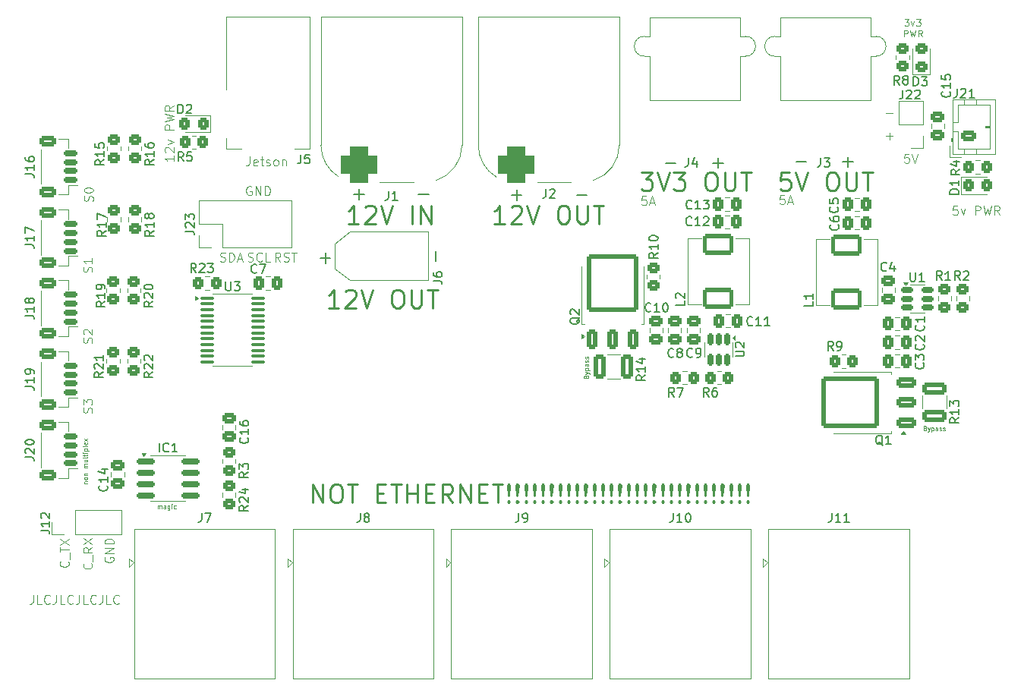
<source format=gto>
%TF.GenerationSoftware,KiCad,Pcbnew,8.0.5*%
%TF.CreationDate,2024-10-13T14:48:05-04:00*%
%TF.ProjectId,mainBoard,6d61696e-426f-4617-9264-2e6b69636164,rev?*%
%TF.SameCoordinates,Original*%
%TF.FileFunction,Legend,Top*%
%TF.FilePolarity,Positive*%
%FSLAX46Y46*%
G04 Gerber Fmt 4.6, Leading zero omitted, Abs format (unit mm)*
G04 Created by KiCad (PCBNEW 8.0.5) date 2024-10-13 14:48:05*
%MOMM*%
%LPD*%
G01*
G04 APERTURE LIST*
G04 Aperture macros list*
%AMRoundRect*
0 Rectangle with rounded corners*
0 $1 Rounding radius*
0 $2 $3 $4 $5 $6 $7 $8 $9 X,Y pos of 4 corners*
0 Add a 4 corners polygon primitive as box body*
4,1,4,$2,$3,$4,$5,$6,$7,$8,$9,$2,$3,0*
0 Add four circle primitives for the rounded corners*
1,1,$1+$1,$2,$3*
1,1,$1+$1,$4,$5*
1,1,$1+$1,$6,$7*
1,1,$1+$1,$8,$9*
0 Add four rect primitives between the rounded corners*
20,1,$1+$1,$2,$3,$4,$5,0*
20,1,$1+$1,$4,$5,$6,$7,0*
20,1,$1+$1,$6,$7,$8,$9,0*
20,1,$1+$1,$8,$9,$2,$3,0*%
G04 Aperture macros list end*
%ADD10C,0.100000*%
%ADD11C,0.250000*%
%ADD12C,0.150000*%
%ADD13C,0.120000*%
%ADD14C,3.650000*%
%ADD15C,4.300000*%
%ADD16R,4.500000X2.000000*%
%ADD17O,4.000000X2.000000*%
%ADD18O,2.000000X4.000000*%
%ADD19RoundRect,0.250000X0.625000X-0.350000X0.625000X0.350000X-0.625000X0.350000X-0.625000X-0.350000X0*%
%ADD20O,1.750000X1.200000*%
%ADD21R,0.900000X2.000000*%
%ADD22RoundRect,1.025000X-1.025000X-1.025000X1.025000X-1.025000X1.025000X1.025000X-1.025000X1.025000X0*%
%ADD23C,4.100000*%
%ADD24RoundRect,0.150000X0.625000X-0.150000X0.625000X0.150000X-0.625000X0.150000X-0.625000X-0.150000X0*%
%ADD25RoundRect,0.250000X0.650000X-0.350000X0.650000X0.350000X-0.650000X0.350000X-0.650000X-0.350000X0*%
%ADD26RoundRect,0.250000X-0.337500X-0.475000X0.337500X-0.475000X0.337500X0.475000X-0.337500X0.475000X0*%
%ADD27RoundRect,0.250000X0.337500X0.475000X-0.337500X0.475000X-0.337500X-0.475000X0.337500X-0.475000X0*%
%ADD28RoundRect,0.250000X0.475000X-0.337500X0.475000X0.337500X-0.475000X0.337500X-0.475000X-0.337500X0*%
%ADD29C,1.400000*%
%ADD30R,3.500000X3.500000*%
%ADD31C,3.500000*%
%ADD32RoundRect,0.250000X-0.450000X0.350000X-0.450000X-0.350000X0.450000X-0.350000X0.450000X0.350000X0*%
%ADD33RoundRect,0.250000X-0.350000X-0.450000X0.350000X-0.450000X0.350000X0.450000X-0.350000X0.450000X0*%
%ADD34RoundRect,0.250000X0.850000X0.350000X-0.850000X0.350000X-0.850000X-0.350000X0.850000X-0.350000X0*%
%ADD35RoundRect,0.249997X2.950003X2.650003X-2.950003X2.650003X-2.950003X-2.650003X2.950003X-2.650003X0*%
%ADD36RoundRect,0.250000X0.450000X-0.350000X0.450000X0.350000X-0.450000X0.350000X-0.450000X-0.350000X0*%
%ADD37RoundRect,0.250000X0.350000X-0.850000X0.350000X0.850000X-0.350000X0.850000X-0.350000X-0.850000X0*%
%ADD38RoundRect,0.249997X2.650003X-2.950003X2.650003X2.950003X-2.650003X2.950003X-2.650003X-2.950003X0*%
%ADD39R,1.500000X1.500000*%
%ADD40C,1.500000*%
%ADD41RoundRect,0.150000X-0.512500X-0.150000X0.512500X-0.150000X0.512500X0.150000X-0.512500X0.150000X0*%
%ADD42R,1.700000X1.700000*%
%ADD43O,1.700000X1.700000*%
%ADD44RoundRect,0.150000X-0.150000X0.512500X-0.150000X-0.512500X0.150000X-0.512500X0.150000X0.512500X0*%
%ADD45RoundRect,0.235000X1.465000X-0.940000X1.465000X0.940000X-1.465000X0.940000X-1.465000X-0.940000X0*%
%ADD46RoundRect,0.250000X0.325000X0.450000X-0.325000X0.450000X-0.325000X-0.450000X0.325000X-0.450000X0*%
%ADD47R,3.800000X3.800000*%
%ADD48C,4.000000*%
%ADD49RoundRect,0.250000X-0.475000X0.337500X-0.475000X-0.337500X0.475000X-0.337500X0.475000X0.337500X0*%
%ADD50RoundRect,0.250000X-1.075000X0.400000X-1.075000X-0.400000X1.075000X-0.400000X1.075000X0.400000X0*%
%ADD51RoundRect,0.250000X0.400000X1.075000X-0.400000X1.075000X-0.400000X-1.075000X0.400000X-1.075000X0*%
%ADD52RoundRect,0.150000X-0.825000X-0.150000X0.825000X-0.150000X0.825000X0.150000X-0.825000X0.150000X0*%
%ADD53RoundRect,0.250000X0.450000X-0.325000X0.450000X0.325000X-0.450000X0.325000X-0.450000X-0.325000X0*%
%ADD54RoundRect,0.250000X0.350000X0.450000X-0.350000X0.450000X-0.350000X-0.450000X0.350000X-0.450000X0*%
%ADD55RoundRect,0.100000X-0.637500X-0.100000X0.637500X-0.100000X0.637500X0.100000X-0.637500X0.100000X0*%
%ADD56RoundRect,0.250000X-0.325000X-0.450000X0.325000X-0.450000X0.325000X0.450000X-0.325000X0.450000X0*%
G04 APERTURE END LIST*
D10*
X16875384Y-84586634D02*
X16875384Y-85300919D01*
X16875384Y-85300919D02*
X16827765Y-85443776D01*
X16827765Y-85443776D02*
X16732527Y-85539015D01*
X16732527Y-85539015D02*
X16589670Y-85586634D01*
X16589670Y-85586634D02*
X16494432Y-85586634D01*
X17827765Y-85586634D02*
X17351575Y-85586634D01*
X17351575Y-85586634D02*
X17351575Y-84586634D01*
X18732527Y-85491395D02*
X18684908Y-85539015D01*
X18684908Y-85539015D02*
X18542051Y-85586634D01*
X18542051Y-85586634D02*
X18446813Y-85586634D01*
X18446813Y-85586634D02*
X18303956Y-85539015D01*
X18303956Y-85539015D02*
X18208718Y-85443776D01*
X18208718Y-85443776D02*
X18161099Y-85348538D01*
X18161099Y-85348538D02*
X18113480Y-85158062D01*
X18113480Y-85158062D02*
X18113480Y-85015205D01*
X18113480Y-85015205D02*
X18161099Y-84824729D01*
X18161099Y-84824729D02*
X18208718Y-84729491D01*
X18208718Y-84729491D02*
X18303956Y-84634253D01*
X18303956Y-84634253D02*
X18446813Y-84586634D01*
X18446813Y-84586634D02*
X18542051Y-84586634D01*
X18542051Y-84586634D02*
X18684908Y-84634253D01*
X18684908Y-84634253D02*
X18732527Y-84681872D01*
X19446813Y-84586634D02*
X19446813Y-85300919D01*
X19446813Y-85300919D02*
X19399194Y-85443776D01*
X19399194Y-85443776D02*
X19303956Y-85539015D01*
X19303956Y-85539015D02*
X19161099Y-85586634D01*
X19161099Y-85586634D02*
X19065861Y-85586634D01*
X20399194Y-85586634D02*
X19923004Y-85586634D01*
X19923004Y-85586634D02*
X19923004Y-84586634D01*
X21303956Y-85491395D02*
X21256337Y-85539015D01*
X21256337Y-85539015D02*
X21113480Y-85586634D01*
X21113480Y-85586634D02*
X21018242Y-85586634D01*
X21018242Y-85586634D02*
X20875385Y-85539015D01*
X20875385Y-85539015D02*
X20780147Y-85443776D01*
X20780147Y-85443776D02*
X20732528Y-85348538D01*
X20732528Y-85348538D02*
X20684909Y-85158062D01*
X20684909Y-85158062D02*
X20684909Y-85015205D01*
X20684909Y-85015205D02*
X20732528Y-84824729D01*
X20732528Y-84824729D02*
X20780147Y-84729491D01*
X20780147Y-84729491D02*
X20875385Y-84634253D01*
X20875385Y-84634253D02*
X21018242Y-84586634D01*
X21018242Y-84586634D02*
X21113480Y-84586634D01*
X21113480Y-84586634D02*
X21256337Y-84634253D01*
X21256337Y-84634253D02*
X21303956Y-84681872D01*
X22018242Y-84586634D02*
X22018242Y-85300919D01*
X22018242Y-85300919D02*
X21970623Y-85443776D01*
X21970623Y-85443776D02*
X21875385Y-85539015D01*
X21875385Y-85539015D02*
X21732528Y-85586634D01*
X21732528Y-85586634D02*
X21637290Y-85586634D01*
X22970623Y-85586634D02*
X22494433Y-85586634D01*
X22494433Y-85586634D02*
X22494433Y-84586634D01*
X23875385Y-85491395D02*
X23827766Y-85539015D01*
X23827766Y-85539015D02*
X23684909Y-85586634D01*
X23684909Y-85586634D02*
X23589671Y-85586634D01*
X23589671Y-85586634D02*
X23446814Y-85539015D01*
X23446814Y-85539015D02*
X23351576Y-85443776D01*
X23351576Y-85443776D02*
X23303957Y-85348538D01*
X23303957Y-85348538D02*
X23256338Y-85158062D01*
X23256338Y-85158062D02*
X23256338Y-85015205D01*
X23256338Y-85015205D02*
X23303957Y-84824729D01*
X23303957Y-84824729D02*
X23351576Y-84729491D01*
X23351576Y-84729491D02*
X23446814Y-84634253D01*
X23446814Y-84634253D02*
X23589671Y-84586634D01*
X23589671Y-84586634D02*
X23684909Y-84586634D01*
X23684909Y-84586634D02*
X23827766Y-84634253D01*
X23827766Y-84634253D02*
X23875385Y-84681872D01*
X24589671Y-84586634D02*
X24589671Y-85300919D01*
X24589671Y-85300919D02*
X24542052Y-85443776D01*
X24542052Y-85443776D02*
X24446814Y-85539015D01*
X24446814Y-85539015D02*
X24303957Y-85586634D01*
X24303957Y-85586634D02*
X24208719Y-85586634D01*
X25542052Y-85586634D02*
X25065862Y-85586634D01*
X25065862Y-85586634D02*
X25065862Y-84586634D01*
X26446814Y-85491395D02*
X26399195Y-85539015D01*
X26399195Y-85539015D02*
X26256338Y-85586634D01*
X26256338Y-85586634D02*
X26161100Y-85586634D01*
X26161100Y-85586634D02*
X26018243Y-85539015D01*
X26018243Y-85539015D02*
X25923005Y-85443776D01*
X25923005Y-85443776D02*
X25875386Y-85348538D01*
X25875386Y-85348538D02*
X25827767Y-85158062D01*
X25827767Y-85158062D02*
X25827767Y-85015205D01*
X25827767Y-85015205D02*
X25875386Y-84824729D01*
X25875386Y-84824729D02*
X25923005Y-84729491D01*
X25923005Y-84729491D02*
X26018243Y-84634253D01*
X26018243Y-84634253D02*
X26161100Y-84586634D01*
X26161100Y-84586634D02*
X26256338Y-84586634D01*
X26256338Y-84586634D02*
X26399195Y-84634253D01*
X26399195Y-84634253D02*
X26446814Y-84681872D01*
X114092928Y-20359771D02*
X114557214Y-20359771D01*
X114557214Y-20359771D02*
X114307214Y-20645485D01*
X114307214Y-20645485D02*
X114414357Y-20645485D01*
X114414357Y-20645485D02*
X114485786Y-20681199D01*
X114485786Y-20681199D02*
X114521500Y-20716914D01*
X114521500Y-20716914D02*
X114557214Y-20788342D01*
X114557214Y-20788342D02*
X114557214Y-20966914D01*
X114557214Y-20966914D02*
X114521500Y-21038342D01*
X114521500Y-21038342D02*
X114485786Y-21074057D01*
X114485786Y-21074057D02*
X114414357Y-21109771D01*
X114414357Y-21109771D02*
X114200071Y-21109771D01*
X114200071Y-21109771D02*
X114128643Y-21074057D01*
X114128643Y-21074057D02*
X114092928Y-21038342D01*
X114807214Y-20609771D02*
X114985786Y-21109771D01*
X114985786Y-21109771D02*
X115164357Y-20609771D01*
X115378643Y-20359771D02*
X115842929Y-20359771D01*
X115842929Y-20359771D02*
X115592929Y-20645485D01*
X115592929Y-20645485D02*
X115700072Y-20645485D01*
X115700072Y-20645485D02*
X115771501Y-20681199D01*
X115771501Y-20681199D02*
X115807215Y-20716914D01*
X115807215Y-20716914D02*
X115842929Y-20788342D01*
X115842929Y-20788342D02*
X115842929Y-20966914D01*
X115842929Y-20966914D02*
X115807215Y-21038342D01*
X115807215Y-21038342D02*
X115771501Y-21074057D01*
X115771501Y-21074057D02*
X115700072Y-21109771D01*
X115700072Y-21109771D02*
X115485786Y-21109771D01*
X115485786Y-21109771D02*
X115414358Y-21074057D01*
X115414358Y-21074057D02*
X115378643Y-21038342D01*
X113985786Y-22317229D02*
X113985786Y-21567229D01*
X113985786Y-21567229D02*
X114271500Y-21567229D01*
X114271500Y-21567229D02*
X114342929Y-21602943D01*
X114342929Y-21602943D02*
X114378643Y-21638657D01*
X114378643Y-21638657D02*
X114414357Y-21710086D01*
X114414357Y-21710086D02*
X114414357Y-21817229D01*
X114414357Y-21817229D02*
X114378643Y-21888657D01*
X114378643Y-21888657D02*
X114342929Y-21924372D01*
X114342929Y-21924372D02*
X114271500Y-21960086D01*
X114271500Y-21960086D02*
X113985786Y-21960086D01*
X114664357Y-21567229D02*
X114842929Y-22317229D01*
X114842929Y-22317229D02*
X114985786Y-21781515D01*
X114985786Y-21781515D02*
X115128643Y-22317229D01*
X115128643Y-22317229D02*
X115307215Y-21567229D01*
X116021500Y-22317229D02*
X115771500Y-21960086D01*
X115592929Y-22317229D02*
X115592929Y-21567229D01*
X115592929Y-21567229D02*
X115878643Y-21567229D01*
X115878643Y-21567229D02*
X115950072Y-21602943D01*
X115950072Y-21602943D02*
X115985786Y-21638657D01*
X115985786Y-21638657D02*
X116021500Y-21710086D01*
X116021500Y-21710086D02*
X116021500Y-21817229D01*
X116021500Y-21817229D02*
X115985786Y-21888657D01*
X115985786Y-21888657D02*
X115950072Y-21924372D01*
X115950072Y-21924372D02*
X115878643Y-21960086D01*
X115878643Y-21960086D02*
X115592929Y-21960086D01*
X23410586Y-48557949D02*
X23458205Y-48415092D01*
X23458205Y-48415092D02*
X23458205Y-48176997D01*
X23458205Y-48176997D02*
X23410586Y-48081759D01*
X23410586Y-48081759D02*
X23362966Y-48034140D01*
X23362966Y-48034140D02*
X23267728Y-47986521D01*
X23267728Y-47986521D02*
X23172490Y-47986521D01*
X23172490Y-47986521D02*
X23077252Y-48034140D01*
X23077252Y-48034140D02*
X23029633Y-48081759D01*
X23029633Y-48081759D02*
X22982014Y-48176997D01*
X22982014Y-48176997D02*
X22934395Y-48367473D01*
X22934395Y-48367473D02*
X22886776Y-48462711D01*
X22886776Y-48462711D02*
X22839157Y-48510330D01*
X22839157Y-48510330D02*
X22743919Y-48557949D01*
X22743919Y-48557949D02*
X22648681Y-48557949D01*
X22648681Y-48557949D02*
X22553443Y-48510330D01*
X22553443Y-48510330D02*
X22505824Y-48462711D01*
X22505824Y-48462711D02*
X22458205Y-48367473D01*
X22458205Y-48367473D02*
X22458205Y-48129378D01*
X22458205Y-48129378D02*
X22505824Y-47986521D01*
X23458205Y-47034140D02*
X23458205Y-47605568D01*
X23458205Y-47319854D02*
X22458205Y-47319854D01*
X22458205Y-47319854D02*
X22601062Y-47415092D01*
X22601062Y-47415092D02*
X22696300Y-47510330D01*
X22696300Y-47510330D02*
X22743919Y-47605568D01*
X78549990Y-60226119D02*
X78573800Y-60154691D01*
X78573800Y-60154691D02*
X78597609Y-60130881D01*
X78597609Y-60130881D02*
X78645228Y-60107072D01*
X78645228Y-60107072D02*
X78716657Y-60107072D01*
X78716657Y-60107072D02*
X78764276Y-60130881D01*
X78764276Y-60130881D02*
X78788086Y-60154691D01*
X78788086Y-60154691D02*
X78811895Y-60202310D01*
X78811895Y-60202310D02*
X78811895Y-60392786D01*
X78811895Y-60392786D02*
X78311895Y-60392786D01*
X78311895Y-60392786D02*
X78311895Y-60226119D01*
X78311895Y-60226119D02*
X78335705Y-60178500D01*
X78335705Y-60178500D02*
X78359514Y-60154691D01*
X78359514Y-60154691D02*
X78407133Y-60130881D01*
X78407133Y-60130881D02*
X78454752Y-60130881D01*
X78454752Y-60130881D02*
X78502371Y-60154691D01*
X78502371Y-60154691D02*
X78526181Y-60178500D01*
X78526181Y-60178500D02*
X78549990Y-60226119D01*
X78549990Y-60226119D02*
X78549990Y-60392786D01*
X78478562Y-59940405D02*
X78811895Y-59821357D01*
X78478562Y-59702310D02*
X78811895Y-59821357D01*
X78811895Y-59821357D02*
X78930943Y-59868976D01*
X78930943Y-59868976D02*
X78954752Y-59892786D01*
X78954752Y-59892786D02*
X78978562Y-59940405D01*
X78478562Y-59511834D02*
X78978562Y-59511834D01*
X78502371Y-59511834D02*
X78478562Y-59464215D01*
X78478562Y-59464215D02*
X78478562Y-59368977D01*
X78478562Y-59368977D02*
X78502371Y-59321358D01*
X78502371Y-59321358D02*
X78526181Y-59297548D01*
X78526181Y-59297548D02*
X78573800Y-59273739D01*
X78573800Y-59273739D02*
X78716657Y-59273739D01*
X78716657Y-59273739D02*
X78764276Y-59297548D01*
X78764276Y-59297548D02*
X78788086Y-59321358D01*
X78788086Y-59321358D02*
X78811895Y-59368977D01*
X78811895Y-59368977D02*
X78811895Y-59464215D01*
X78811895Y-59464215D02*
X78788086Y-59511834D01*
X78811895Y-58845167D02*
X78549990Y-58845167D01*
X78549990Y-58845167D02*
X78502371Y-58868977D01*
X78502371Y-58868977D02*
X78478562Y-58916596D01*
X78478562Y-58916596D02*
X78478562Y-59011834D01*
X78478562Y-59011834D02*
X78502371Y-59059453D01*
X78788086Y-58845167D02*
X78811895Y-58892786D01*
X78811895Y-58892786D02*
X78811895Y-59011834D01*
X78811895Y-59011834D02*
X78788086Y-59059453D01*
X78788086Y-59059453D02*
X78740466Y-59083262D01*
X78740466Y-59083262D02*
X78692847Y-59083262D01*
X78692847Y-59083262D02*
X78645228Y-59059453D01*
X78645228Y-59059453D02*
X78621419Y-59011834D01*
X78621419Y-59011834D02*
X78621419Y-58892786D01*
X78621419Y-58892786D02*
X78597609Y-58845167D01*
X78788086Y-58630881D02*
X78811895Y-58583262D01*
X78811895Y-58583262D02*
X78811895Y-58488024D01*
X78811895Y-58488024D02*
X78788086Y-58440405D01*
X78788086Y-58440405D02*
X78740466Y-58416596D01*
X78740466Y-58416596D02*
X78716657Y-58416596D01*
X78716657Y-58416596D02*
X78669038Y-58440405D01*
X78669038Y-58440405D02*
X78645228Y-58488024D01*
X78645228Y-58488024D02*
X78645228Y-58559453D01*
X78645228Y-58559453D02*
X78621419Y-58607072D01*
X78621419Y-58607072D02*
X78573800Y-58630881D01*
X78573800Y-58630881D02*
X78549990Y-58630881D01*
X78549990Y-58630881D02*
X78502371Y-58607072D01*
X78502371Y-58607072D02*
X78478562Y-58559453D01*
X78478562Y-58559453D02*
X78478562Y-58488024D01*
X78478562Y-58488024D02*
X78502371Y-58440405D01*
X78788086Y-58226119D02*
X78811895Y-58178500D01*
X78811895Y-58178500D02*
X78811895Y-58083262D01*
X78811895Y-58083262D02*
X78788086Y-58035643D01*
X78788086Y-58035643D02*
X78740466Y-58011834D01*
X78740466Y-58011834D02*
X78716657Y-58011834D01*
X78716657Y-58011834D02*
X78669038Y-58035643D01*
X78669038Y-58035643D02*
X78645228Y-58083262D01*
X78645228Y-58083262D02*
X78645228Y-58154691D01*
X78645228Y-58154691D02*
X78621419Y-58202310D01*
X78621419Y-58202310D02*
X78573800Y-58226119D01*
X78573800Y-58226119D02*
X78549990Y-58226119D01*
X78549990Y-58226119D02*
X78502371Y-58202310D01*
X78502371Y-58202310D02*
X78478562Y-58154691D01*
X78478562Y-58154691D02*
X78478562Y-58083262D01*
X78478562Y-58083262D02*
X78502371Y-58035643D01*
X24905824Y-80386521D02*
X24858205Y-80481759D01*
X24858205Y-80481759D02*
X24858205Y-80624616D01*
X24858205Y-80624616D02*
X24905824Y-80767473D01*
X24905824Y-80767473D02*
X25001062Y-80862711D01*
X25001062Y-80862711D02*
X25096300Y-80910330D01*
X25096300Y-80910330D02*
X25286776Y-80957949D01*
X25286776Y-80957949D02*
X25429633Y-80957949D01*
X25429633Y-80957949D02*
X25620109Y-80910330D01*
X25620109Y-80910330D02*
X25715347Y-80862711D01*
X25715347Y-80862711D02*
X25810586Y-80767473D01*
X25810586Y-80767473D02*
X25858205Y-80624616D01*
X25858205Y-80624616D02*
X25858205Y-80529378D01*
X25858205Y-80529378D02*
X25810586Y-80386521D01*
X25810586Y-80386521D02*
X25762966Y-80338902D01*
X25762966Y-80338902D02*
X25429633Y-80338902D01*
X25429633Y-80338902D02*
X25429633Y-80529378D01*
X25858205Y-79910330D02*
X24858205Y-79910330D01*
X24858205Y-79910330D02*
X25858205Y-79338902D01*
X25858205Y-79338902D02*
X24858205Y-79338902D01*
X25858205Y-78862711D02*
X24858205Y-78862711D01*
X24858205Y-78862711D02*
X24858205Y-78624616D01*
X24858205Y-78624616D02*
X24905824Y-78481759D01*
X24905824Y-78481759D02*
X25001062Y-78386521D01*
X25001062Y-78386521D02*
X25096300Y-78338902D01*
X25096300Y-78338902D02*
X25286776Y-78291283D01*
X25286776Y-78291283D02*
X25429633Y-78291283D01*
X25429633Y-78291283D02*
X25620109Y-78338902D01*
X25620109Y-78338902D02*
X25715347Y-78386521D01*
X25715347Y-78386521D02*
X25810586Y-78481759D01*
X25810586Y-78481759D02*
X25858205Y-78624616D01*
X25858205Y-78624616D02*
X25858205Y-78862711D01*
X22586062Y-72129378D02*
X22919395Y-72129378D01*
X22633681Y-72129378D02*
X22609871Y-72105568D01*
X22609871Y-72105568D02*
X22586062Y-72057949D01*
X22586062Y-72057949D02*
X22586062Y-71986521D01*
X22586062Y-71986521D02*
X22609871Y-71938902D01*
X22609871Y-71938902D02*
X22657490Y-71915092D01*
X22657490Y-71915092D02*
X22919395Y-71915092D01*
X22919395Y-71605568D02*
X22895586Y-71653187D01*
X22895586Y-71653187D02*
X22871776Y-71676997D01*
X22871776Y-71676997D02*
X22824157Y-71700806D01*
X22824157Y-71700806D02*
X22681300Y-71700806D01*
X22681300Y-71700806D02*
X22633681Y-71676997D01*
X22633681Y-71676997D02*
X22609871Y-71653187D01*
X22609871Y-71653187D02*
X22586062Y-71605568D01*
X22586062Y-71605568D02*
X22586062Y-71534140D01*
X22586062Y-71534140D02*
X22609871Y-71486521D01*
X22609871Y-71486521D02*
X22633681Y-71462711D01*
X22633681Y-71462711D02*
X22681300Y-71438902D01*
X22681300Y-71438902D02*
X22824157Y-71438902D01*
X22824157Y-71438902D02*
X22871776Y-71462711D01*
X22871776Y-71462711D02*
X22895586Y-71486521D01*
X22895586Y-71486521D02*
X22919395Y-71534140D01*
X22919395Y-71534140D02*
X22919395Y-71605568D01*
X22586062Y-71224616D02*
X22919395Y-71224616D01*
X22633681Y-71224616D02*
X22609871Y-71200806D01*
X22609871Y-71200806D02*
X22586062Y-71153187D01*
X22586062Y-71153187D02*
X22586062Y-71081759D01*
X22586062Y-71081759D02*
X22609871Y-71034140D01*
X22609871Y-71034140D02*
X22657490Y-71010330D01*
X22657490Y-71010330D02*
X22919395Y-71010330D01*
X22919395Y-70391283D02*
X22586062Y-70391283D01*
X22633681Y-70391283D02*
X22609871Y-70367473D01*
X22609871Y-70367473D02*
X22586062Y-70319854D01*
X22586062Y-70319854D02*
X22586062Y-70248426D01*
X22586062Y-70248426D02*
X22609871Y-70200807D01*
X22609871Y-70200807D02*
X22657490Y-70176997D01*
X22657490Y-70176997D02*
X22919395Y-70176997D01*
X22657490Y-70176997D02*
X22609871Y-70153188D01*
X22609871Y-70153188D02*
X22586062Y-70105569D01*
X22586062Y-70105569D02*
X22586062Y-70034140D01*
X22586062Y-70034140D02*
X22609871Y-69986521D01*
X22609871Y-69986521D02*
X22657490Y-69962711D01*
X22657490Y-69962711D02*
X22919395Y-69962711D01*
X22586062Y-69510330D02*
X22919395Y-69510330D01*
X22586062Y-69724616D02*
X22847966Y-69724616D01*
X22847966Y-69724616D02*
X22895586Y-69700806D01*
X22895586Y-69700806D02*
X22919395Y-69653187D01*
X22919395Y-69653187D02*
X22919395Y-69581759D01*
X22919395Y-69581759D02*
X22895586Y-69534140D01*
X22895586Y-69534140D02*
X22871776Y-69510330D01*
X22919395Y-69200806D02*
X22895586Y-69248425D01*
X22895586Y-69248425D02*
X22847966Y-69272235D01*
X22847966Y-69272235D02*
X22419395Y-69272235D01*
X22586062Y-69081758D02*
X22586062Y-68891282D01*
X22419395Y-69010330D02*
X22847966Y-69010330D01*
X22847966Y-69010330D02*
X22895586Y-68986520D01*
X22895586Y-68986520D02*
X22919395Y-68938901D01*
X22919395Y-68938901D02*
X22919395Y-68891282D01*
X22919395Y-68724616D02*
X22586062Y-68724616D01*
X22419395Y-68724616D02*
X22443205Y-68748425D01*
X22443205Y-68748425D02*
X22467014Y-68724616D01*
X22467014Y-68724616D02*
X22443205Y-68700806D01*
X22443205Y-68700806D02*
X22419395Y-68724616D01*
X22419395Y-68724616D02*
X22467014Y-68724616D01*
X22586062Y-68486521D02*
X23086062Y-68486521D01*
X22609871Y-68486521D02*
X22586062Y-68438902D01*
X22586062Y-68438902D02*
X22586062Y-68343664D01*
X22586062Y-68343664D02*
X22609871Y-68296045D01*
X22609871Y-68296045D02*
X22633681Y-68272235D01*
X22633681Y-68272235D02*
X22681300Y-68248426D01*
X22681300Y-68248426D02*
X22824157Y-68248426D01*
X22824157Y-68248426D02*
X22871776Y-68272235D01*
X22871776Y-68272235D02*
X22895586Y-68296045D01*
X22895586Y-68296045D02*
X22919395Y-68343664D01*
X22919395Y-68343664D02*
X22919395Y-68438902D01*
X22919395Y-68438902D02*
X22895586Y-68486521D01*
X22919395Y-67962711D02*
X22895586Y-68010330D01*
X22895586Y-68010330D02*
X22847966Y-68034140D01*
X22847966Y-68034140D02*
X22419395Y-68034140D01*
X22895586Y-67581759D02*
X22919395Y-67629378D01*
X22919395Y-67629378D02*
X22919395Y-67724616D01*
X22919395Y-67724616D02*
X22895586Y-67772235D01*
X22895586Y-67772235D02*
X22847966Y-67796044D01*
X22847966Y-67796044D02*
X22657490Y-67796044D01*
X22657490Y-67796044D02*
X22609871Y-67772235D01*
X22609871Y-67772235D02*
X22586062Y-67724616D01*
X22586062Y-67724616D02*
X22586062Y-67629378D01*
X22586062Y-67629378D02*
X22609871Y-67581759D01*
X22609871Y-67581759D02*
X22657490Y-67557949D01*
X22657490Y-67557949D02*
X22705109Y-67557949D01*
X22705109Y-67557949D02*
X22752728Y-67796044D01*
X22919395Y-67391283D02*
X22586062Y-67129378D01*
X22586062Y-67391283D02*
X22919395Y-67129378D01*
X100665860Y-39986634D02*
X100189670Y-39986634D01*
X100189670Y-39986634D02*
X100142051Y-40462824D01*
X100142051Y-40462824D02*
X100189670Y-40415205D01*
X100189670Y-40415205D02*
X100284908Y-40367586D01*
X100284908Y-40367586D02*
X100523003Y-40367586D01*
X100523003Y-40367586D02*
X100618241Y-40415205D01*
X100618241Y-40415205D02*
X100665860Y-40462824D01*
X100665860Y-40462824D02*
X100713479Y-40558062D01*
X100713479Y-40558062D02*
X100713479Y-40796157D01*
X100713479Y-40796157D02*
X100665860Y-40891395D01*
X100665860Y-40891395D02*
X100618241Y-40939015D01*
X100618241Y-40939015D02*
X100523003Y-40986634D01*
X100523003Y-40986634D02*
X100284908Y-40986634D01*
X100284908Y-40986634D02*
X100189670Y-40939015D01*
X100189670Y-40939015D02*
X100142051Y-40891395D01*
X101094432Y-40700919D02*
X101570622Y-40700919D01*
X100999194Y-40986634D02*
X101332527Y-39986634D01*
X101332527Y-39986634D02*
X101665860Y-40986634D01*
X23410586Y-64257949D02*
X23458205Y-64115092D01*
X23458205Y-64115092D02*
X23458205Y-63876997D01*
X23458205Y-63876997D02*
X23410586Y-63781759D01*
X23410586Y-63781759D02*
X23362966Y-63734140D01*
X23362966Y-63734140D02*
X23267728Y-63686521D01*
X23267728Y-63686521D02*
X23172490Y-63686521D01*
X23172490Y-63686521D02*
X23077252Y-63734140D01*
X23077252Y-63734140D02*
X23029633Y-63781759D01*
X23029633Y-63781759D02*
X22982014Y-63876997D01*
X22982014Y-63876997D02*
X22934395Y-64067473D01*
X22934395Y-64067473D02*
X22886776Y-64162711D01*
X22886776Y-64162711D02*
X22839157Y-64210330D01*
X22839157Y-64210330D02*
X22743919Y-64257949D01*
X22743919Y-64257949D02*
X22648681Y-64257949D01*
X22648681Y-64257949D02*
X22553443Y-64210330D01*
X22553443Y-64210330D02*
X22505824Y-64162711D01*
X22505824Y-64162711D02*
X22458205Y-64067473D01*
X22458205Y-64067473D02*
X22458205Y-63829378D01*
X22458205Y-63829378D02*
X22505824Y-63686521D01*
X22458205Y-63353187D02*
X22458205Y-62734140D01*
X22458205Y-62734140D02*
X22839157Y-63067473D01*
X22839157Y-63067473D02*
X22839157Y-62924616D01*
X22839157Y-62924616D02*
X22886776Y-62829378D01*
X22886776Y-62829378D02*
X22934395Y-62781759D01*
X22934395Y-62781759D02*
X23029633Y-62734140D01*
X23029633Y-62734140D02*
X23267728Y-62734140D01*
X23267728Y-62734140D02*
X23362966Y-62781759D01*
X23362966Y-62781759D02*
X23410586Y-62829378D01*
X23410586Y-62829378D02*
X23458205Y-62924616D01*
X23458205Y-62924616D02*
X23458205Y-63210330D01*
X23458205Y-63210330D02*
X23410586Y-63305568D01*
X23410586Y-63305568D02*
X23362966Y-63353187D01*
X85265860Y-40086634D02*
X84789670Y-40086634D01*
X84789670Y-40086634D02*
X84742051Y-40562824D01*
X84742051Y-40562824D02*
X84789670Y-40515205D01*
X84789670Y-40515205D02*
X84884908Y-40467586D01*
X84884908Y-40467586D02*
X85123003Y-40467586D01*
X85123003Y-40467586D02*
X85218241Y-40515205D01*
X85218241Y-40515205D02*
X85265860Y-40562824D01*
X85265860Y-40562824D02*
X85313479Y-40658062D01*
X85313479Y-40658062D02*
X85313479Y-40896157D01*
X85313479Y-40896157D02*
X85265860Y-40991395D01*
X85265860Y-40991395D02*
X85218241Y-41039015D01*
X85218241Y-41039015D02*
X85123003Y-41086634D01*
X85123003Y-41086634D02*
X84884908Y-41086634D01*
X84884908Y-41086634D02*
X84789670Y-41039015D01*
X84789670Y-41039015D02*
X84742051Y-40991395D01*
X85694432Y-40800919D02*
X86170622Y-40800919D01*
X85599194Y-41086634D02*
X85932527Y-40086634D01*
X85932527Y-40086634D02*
X86265860Y-41086634D01*
X37742051Y-47339015D02*
X37884908Y-47386634D01*
X37884908Y-47386634D02*
X38123003Y-47386634D01*
X38123003Y-47386634D02*
X38218241Y-47339015D01*
X38218241Y-47339015D02*
X38265860Y-47291395D01*
X38265860Y-47291395D02*
X38313479Y-47196157D01*
X38313479Y-47196157D02*
X38313479Y-47100919D01*
X38313479Y-47100919D02*
X38265860Y-47005681D01*
X38265860Y-47005681D02*
X38218241Y-46958062D01*
X38218241Y-46958062D02*
X38123003Y-46910443D01*
X38123003Y-46910443D02*
X37932527Y-46862824D01*
X37932527Y-46862824D02*
X37837289Y-46815205D01*
X37837289Y-46815205D02*
X37789670Y-46767586D01*
X37789670Y-46767586D02*
X37742051Y-46672348D01*
X37742051Y-46672348D02*
X37742051Y-46577110D01*
X37742051Y-46577110D02*
X37789670Y-46481872D01*
X37789670Y-46481872D02*
X37837289Y-46434253D01*
X37837289Y-46434253D02*
X37932527Y-46386634D01*
X37932527Y-46386634D02*
X38170622Y-46386634D01*
X38170622Y-46386634D02*
X38313479Y-46434253D01*
X38742051Y-47386634D02*
X38742051Y-46386634D01*
X38742051Y-46386634D02*
X38980146Y-46386634D01*
X38980146Y-46386634D02*
X39123003Y-46434253D01*
X39123003Y-46434253D02*
X39218241Y-46529491D01*
X39218241Y-46529491D02*
X39265860Y-46624729D01*
X39265860Y-46624729D02*
X39313479Y-46815205D01*
X39313479Y-46815205D02*
X39313479Y-46958062D01*
X39313479Y-46958062D02*
X39265860Y-47148538D01*
X39265860Y-47148538D02*
X39218241Y-47243776D01*
X39218241Y-47243776D02*
X39123003Y-47339015D01*
X39123003Y-47339015D02*
X38980146Y-47386634D01*
X38980146Y-47386634D02*
X38742051Y-47386634D01*
X39694432Y-47100919D02*
X40170622Y-47100919D01*
X39599194Y-47386634D02*
X39932527Y-46386634D01*
X39932527Y-46386634D02*
X40265860Y-47386634D01*
X114565860Y-35386634D02*
X114089670Y-35386634D01*
X114089670Y-35386634D02*
X114042051Y-35862824D01*
X114042051Y-35862824D02*
X114089670Y-35815205D01*
X114089670Y-35815205D02*
X114184908Y-35767586D01*
X114184908Y-35767586D02*
X114423003Y-35767586D01*
X114423003Y-35767586D02*
X114518241Y-35815205D01*
X114518241Y-35815205D02*
X114565860Y-35862824D01*
X114565860Y-35862824D02*
X114613479Y-35958062D01*
X114613479Y-35958062D02*
X114613479Y-36196157D01*
X114613479Y-36196157D02*
X114565860Y-36291395D01*
X114565860Y-36291395D02*
X114518241Y-36339015D01*
X114518241Y-36339015D02*
X114423003Y-36386634D01*
X114423003Y-36386634D02*
X114184908Y-36386634D01*
X114184908Y-36386634D02*
X114089670Y-36339015D01*
X114089670Y-36339015D02*
X114042051Y-36291395D01*
X114899194Y-35386634D02*
X115232527Y-36386634D01*
X115232527Y-36386634D02*
X115565860Y-35386634D01*
X111989670Y-33405681D02*
X112751575Y-33405681D01*
X112370622Y-33786634D02*
X112370622Y-33024729D01*
X30770622Y-74947824D02*
X30770622Y-74614491D01*
X30770622Y-74662110D02*
X30794432Y-74638300D01*
X30794432Y-74638300D02*
X30842051Y-74614491D01*
X30842051Y-74614491D02*
X30913479Y-74614491D01*
X30913479Y-74614491D02*
X30961098Y-74638300D01*
X30961098Y-74638300D02*
X30984908Y-74685919D01*
X30984908Y-74685919D02*
X30984908Y-74947824D01*
X30984908Y-74685919D02*
X31008717Y-74638300D01*
X31008717Y-74638300D02*
X31056336Y-74614491D01*
X31056336Y-74614491D02*
X31127765Y-74614491D01*
X31127765Y-74614491D02*
X31175384Y-74638300D01*
X31175384Y-74638300D02*
X31199194Y-74685919D01*
X31199194Y-74685919D02*
X31199194Y-74947824D01*
X31651575Y-74947824D02*
X31651575Y-74685919D01*
X31651575Y-74685919D02*
X31627765Y-74638300D01*
X31627765Y-74638300D02*
X31580146Y-74614491D01*
X31580146Y-74614491D02*
X31484908Y-74614491D01*
X31484908Y-74614491D02*
X31437289Y-74638300D01*
X31651575Y-74924015D02*
X31603956Y-74947824D01*
X31603956Y-74947824D02*
X31484908Y-74947824D01*
X31484908Y-74947824D02*
X31437289Y-74924015D01*
X31437289Y-74924015D02*
X31413480Y-74876395D01*
X31413480Y-74876395D02*
X31413480Y-74828776D01*
X31413480Y-74828776D02*
X31437289Y-74781157D01*
X31437289Y-74781157D02*
X31484908Y-74757348D01*
X31484908Y-74757348D02*
X31603956Y-74757348D01*
X31603956Y-74757348D02*
X31651575Y-74733538D01*
X32103956Y-74614491D02*
X32103956Y-75019253D01*
X32103956Y-75019253D02*
X32080146Y-75066872D01*
X32080146Y-75066872D02*
X32056337Y-75090681D01*
X32056337Y-75090681D02*
X32008718Y-75114491D01*
X32008718Y-75114491D02*
X31937289Y-75114491D01*
X31937289Y-75114491D02*
X31889670Y-75090681D01*
X32103956Y-74924015D02*
X32056337Y-74947824D01*
X32056337Y-74947824D02*
X31961099Y-74947824D01*
X31961099Y-74947824D02*
X31913480Y-74924015D01*
X31913480Y-74924015D02*
X31889670Y-74900205D01*
X31889670Y-74900205D02*
X31865861Y-74852586D01*
X31865861Y-74852586D02*
X31865861Y-74709729D01*
X31865861Y-74709729D02*
X31889670Y-74662110D01*
X31889670Y-74662110D02*
X31913480Y-74638300D01*
X31913480Y-74638300D02*
X31961099Y-74614491D01*
X31961099Y-74614491D02*
X32056337Y-74614491D01*
X32056337Y-74614491D02*
X32103956Y-74638300D01*
X32342051Y-74947824D02*
X32342051Y-74614491D01*
X32342051Y-74447824D02*
X32318242Y-74471634D01*
X32318242Y-74471634D02*
X32342051Y-74495443D01*
X32342051Y-74495443D02*
X32365861Y-74471634D01*
X32365861Y-74471634D02*
X32342051Y-74447824D01*
X32342051Y-74447824D02*
X32342051Y-74495443D01*
X32794432Y-74924015D02*
X32746813Y-74947824D01*
X32746813Y-74947824D02*
X32651575Y-74947824D01*
X32651575Y-74947824D02*
X32603956Y-74924015D01*
X32603956Y-74924015D02*
X32580146Y-74900205D01*
X32580146Y-74900205D02*
X32556337Y-74852586D01*
X32556337Y-74852586D02*
X32556337Y-74709729D01*
X32556337Y-74709729D02*
X32580146Y-74662110D01*
X32580146Y-74662110D02*
X32603956Y-74638300D01*
X32603956Y-74638300D02*
X32651575Y-74614491D01*
X32651575Y-74614491D02*
X32746813Y-74614491D01*
X32746813Y-74614491D02*
X32794432Y-74638300D01*
X40842051Y-47339015D02*
X40984908Y-47386634D01*
X40984908Y-47386634D02*
X41223003Y-47386634D01*
X41223003Y-47386634D02*
X41318241Y-47339015D01*
X41318241Y-47339015D02*
X41365860Y-47291395D01*
X41365860Y-47291395D02*
X41413479Y-47196157D01*
X41413479Y-47196157D02*
X41413479Y-47100919D01*
X41413479Y-47100919D02*
X41365860Y-47005681D01*
X41365860Y-47005681D02*
X41318241Y-46958062D01*
X41318241Y-46958062D02*
X41223003Y-46910443D01*
X41223003Y-46910443D02*
X41032527Y-46862824D01*
X41032527Y-46862824D02*
X40937289Y-46815205D01*
X40937289Y-46815205D02*
X40889670Y-46767586D01*
X40889670Y-46767586D02*
X40842051Y-46672348D01*
X40842051Y-46672348D02*
X40842051Y-46577110D01*
X40842051Y-46577110D02*
X40889670Y-46481872D01*
X40889670Y-46481872D02*
X40937289Y-46434253D01*
X40937289Y-46434253D02*
X41032527Y-46386634D01*
X41032527Y-46386634D02*
X41270622Y-46386634D01*
X41270622Y-46386634D02*
X41413479Y-46434253D01*
X42413479Y-47291395D02*
X42365860Y-47339015D01*
X42365860Y-47339015D02*
X42223003Y-47386634D01*
X42223003Y-47386634D02*
X42127765Y-47386634D01*
X42127765Y-47386634D02*
X41984908Y-47339015D01*
X41984908Y-47339015D02*
X41889670Y-47243776D01*
X41889670Y-47243776D02*
X41842051Y-47148538D01*
X41842051Y-47148538D02*
X41794432Y-46958062D01*
X41794432Y-46958062D02*
X41794432Y-46815205D01*
X41794432Y-46815205D02*
X41842051Y-46624729D01*
X41842051Y-46624729D02*
X41889670Y-46529491D01*
X41889670Y-46529491D02*
X41984908Y-46434253D01*
X41984908Y-46434253D02*
X42127765Y-46386634D01*
X42127765Y-46386634D02*
X42223003Y-46386634D01*
X42223003Y-46386634D02*
X42365860Y-46434253D01*
X42365860Y-46434253D02*
X42413479Y-46481872D01*
X43318241Y-47386634D02*
X42842051Y-47386634D01*
X42842051Y-47386634D02*
X42842051Y-46386634D01*
X119965860Y-41186634D02*
X119489670Y-41186634D01*
X119489670Y-41186634D02*
X119442051Y-41662824D01*
X119442051Y-41662824D02*
X119489670Y-41615205D01*
X119489670Y-41615205D02*
X119584908Y-41567586D01*
X119584908Y-41567586D02*
X119823003Y-41567586D01*
X119823003Y-41567586D02*
X119918241Y-41615205D01*
X119918241Y-41615205D02*
X119965860Y-41662824D01*
X119965860Y-41662824D02*
X120013479Y-41758062D01*
X120013479Y-41758062D02*
X120013479Y-41996157D01*
X120013479Y-41996157D02*
X119965860Y-42091395D01*
X119965860Y-42091395D02*
X119918241Y-42139015D01*
X119918241Y-42139015D02*
X119823003Y-42186634D01*
X119823003Y-42186634D02*
X119584908Y-42186634D01*
X119584908Y-42186634D02*
X119489670Y-42139015D01*
X119489670Y-42139015D02*
X119442051Y-42091395D01*
X120346813Y-41519967D02*
X120584908Y-42186634D01*
X120584908Y-42186634D02*
X120823003Y-41519967D01*
X121965861Y-42186634D02*
X121965861Y-41186634D01*
X121965861Y-41186634D02*
X122346813Y-41186634D01*
X122346813Y-41186634D02*
X122442051Y-41234253D01*
X122442051Y-41234253D02*
X122489670Y-41281872D01*
X122489670Y-41281872D02*
X122537289Y-41377110D01*
X122537289Y-41377110D02*
X122537289Y-41519967D01*
X122537289Y-41519967D02*
X122489670Y-41615205D01*
X122489670Y-41615205D02*
X122442051Y-41662824D01*
X122442051Y-41662824D02*
X122346813Y-41710443D01*
X122346813Y-41710443D02*
X121965861Y-41710443D01*
X122870623Y-41186634D02*
X123108718Y-42186634D01*
X123108718Y-42186634D02*
X123299194Y-41472348D01*
X123299194Y-41472348D02*
X123489670Y-42186634D01*
X123489670Y-42186634D02*
X123727766Y-41186634D01*
X124680146Y-42186634D02*
X124346813Y-41710443D01*
X124108718Y-42186634D02*
X124108718Y-41186634D01*
X124108718Y-41186634D02*
X124489670Y-41186634D01*
X124489670Y-41186634D02*
X124584908Y-41234253D01*
X124584908Y-41234253D02*
X124632527Y-41281872D01*
X124632527Y-41281872D02*
X124680146Y-41377110D01*
X124680146Y-41377110D02*
X124680146Y-41519967D01*
X124680146Y-41519967D02*
X124632527Y-41615205D01*
X124632527Y-41615205D02*
X124584908Y-41662824D01*
X124584908Y-41662824D02*
X124489670Y-41710443D01*
X124489670Y-41710443D02*
X124108718Y-41710443D01*
X23510586Y-40657949D02*
X23558205Y-40515092D01*
X23558205Y-40515092D02*
X23558205Y-40276997D01*
X23558205Y-40276997D02*
X23510586Y-40181759D01*
X23510586Y-40181759D02*
X23462966Y-40134140D01*
X23462966Y-40134140D02*
X23367728Y-40086521D01*
X23367728Y-40086521D02*
X23272490Y-40086521D01*
X23272490Y-40086521D02*
X23177252Y-40134140D01*
X23177252Y-40134140D02*
X23129633Y-40181759D01*
X23129633Y-40181759D02*
X23082014Y-40276997D01*
X23082014Y-40276997D02*
X23034395Y-40467473D01*
X23034395Y-40467473D02*
X22986776Y-40562711D01*
X22986776Y-40562711D02*
X22939157Y-40610330D01*
X22939157Y-40610330D02*
X22843919Y-40657949D01*
X22843919Y-40657949D02*
X22748681Y-40657949D01*
X22748681Y-40657949D02*
X22653443Y-40610330D01*
X22653443Y-40610330D02*
X22605824Y-40562711D01*
X22605824Y-40562711D02*
X22558205Y-40467473D01*
X22558205Y-40467473D02*
X22558205Y-40229378D01*
X22558205Y-40229378D02*
X22605824Y-40086521D01*
X22558205Y-39467473D02*
X22558205Y-39372235D01*
X22558205Y-39372235D02*
X22605824Y-39276997D01*
X22605824Y-39276997D02*
X22653443Y-39229378D01*
X22653443Y-39229378D02*
X22748681Y-39181759D01*
X22748681Y-39181759D02*
X22939157Y-39134140D01*
X22939157Y-39134140D02*
X23177252Y-39134140D01*
X23177252Y-39134140D02*
X23367728Y-39181759D01*
X23367728Y-39181759D02*
X23462966Y-39229378D01*
X23462966Y-39229378D02*
X23510586Y-39276997D01*
X23510586Y-39276997D02*
X23558205Y-39372235D01*
X23558205Y-39372235D02*
X23558205Y-39467473D01*
X23558205Y-39467473D02*
X23510586Y-39562711D01*
X23510586Y-39562711D02*
X23462966Y-39610330D01*
X23462966Y-39610330D02*
X23367728Y-39657949D01*
X23367728Y-39657949D02*
X23177252Y-39705568D01*
X23177252Y-39705568D02*
X22939157Y-39705568D01*
X22939157Y-39705568D02*
X22748681Y-39657949D01*
X22748681Y-39657949D02*
X22653443Y-39610330D01*
X22653443Y-39610330D02*
X22605824Y-39562711D01*
X22605824Y-39562711D02*
X22558205Y-39467473D01*
D11*
X50974068Y-52556453D02*
X49831211Y-52556453D01*
X50402639Y-52556453D02*
X50402639Y-50556453D01*
X50402639Y-50556453D02*
X50212163Y-50842167D01*
X50212163Y-50842167D02*
X50021687Y-51032643D01*
X50021687Y-51032643D02*
X49831211Y-51127881D01*
X51735973Y-50746929D02*
X51831211Y-50651691D01*
X51831211Y-50651691D02*
X52021687Y-50556453D01*
X52021687Y-50556453D02*
X52497878Y-50556453D01*
X52497878Y-50556453D02*
X52688354Y-50651691D01*
X52688354Y-50651691D02*
X52783592Y-50746929D01*
X52783592Y-50746929D02*
X52878830Y-50937405D01*
X52878830Y-50937405D02*
X52878830Y-51127881D01*
X52878830Y-51127881D02*
X52783592Y-51413595D01*
X52783592Y-51413595D02*
X51640735Y-52556453D01*
X51640735Y-52556453D02*
X52878830Y-52556453D01*
X53450259Y-50556453D02*
X54116925Y-52556453D01*
X54116925Y-52556453D02*
X54783592Y-50556453D01*
X57355021Y-50556453D02*
X57735974Y-50556453D01*
X57735974Y-50556453D02*
X57926450Y-50651691D01*
X57926450Y-50651691D02*
X58116926Y-50842167D01*
X58116926Y-50842167D02*
X58212164Y-51223119D01*
X58212164Y-51223119D02*
X58212164Y-51889786D01*
X58212164Y-51889786D02*
X58116926Y-52270738D01*
X58116926Y-52270738D02*
X57926450Y-52461215D01*
X57926450Y-52461215D02*
X57735974Y-52556453D01*
X57735974Y-52556453D02*
X57355021Y-52556453D01*
X57355021Y-52556453D02*
X57164545Y-52461215D01*
X57164545Y-52461215D02*
X56974069Y-52270738D01*
X56974069Y-52270738D02*
X56878831Y-51889786D01*
X56878831Y-51889786D02*
X56878831Y-51223119D01*
X56878831Y-51223119D02*
X56974069Y-50842167D01*
X56974069Y-50842167D02*
X57164545Y-50651691D01*
X57164545Y-50651691D02*
X57355021Y-50556453D01*
X59069307Y-50556453D02*
X59069307Y-52175500D01*
X59069307Y-52175500D02*
X59164545Y-52365976D01*
X59164545Y-52365976D02*
X59259783Y-52461215D01*
X59259783Y-52461215D02*
X59450259Y-52556453D01*
X59450259Y-52556453D02*
X59831212Y-52556453D01*
X59831212Y-52556453D02*
X60021688Y-52461215D01*
X60021688Y-52461215D02*
X60116926Y-52365976D01*
X60116926Y-52365976D02*
X60212164Y-52175500D01*
X60212164Y-52175500D02*
X60212164Y-50556453D01*
X60878831Y-50556453D02*
X62021688Y-50556453D01*
X61450259Y-52556453D02*
X61450259Y-50556453D01*
D10*
X111989670Y-30805681D02*
X112751575Y-30805681D01*
D11*
X53174068Y-43156453D02*
X52031211Y-43156453D01*
X52602639Y-43156453D02*
X52602639Y-41156453D01*
X52602639Y-41156453D02*
X52412163Y-41442167D01*
X52412163Y-41442167D02*
X52221687Y-41632643D01*
X52221687Y-41632643D02*
X52031211Y-41727881D01*
X53935973Y-41346929D02*
X54031211Y-41251691D01*
X54031211Y-41251691D02*
X54221687Y-41156453D01*
X54221687Y-41156453D02*
X54697878Y-41156453D01*
X54697878Y-41156453D02*
X54888354Y-41251691D01*
X54888354Y-41251691D02*
X54983592Y-41346929D01*
X54983592Y-41346929D02*
X55078830Y-41537405D01*
X55078830Y-41537405D02*
X55078830Y-41727881D01*
X55078830Y-41727881D02*
X54983592Y-42013595D01*
X54983592Y-42013595D02*
X53840735Y-43156453D01*
X53840735Y-43156453D02*
X55078830Y-43156453D01*
X55650259Y-41156453D02*
X56316925Y-43156453D01*
X56316925Y-43156453D02*
X56983592Y-41156453D01*
X59174069Y-43156453D02*
X59174069Y-41156453D01*
X60126450Y-43156453D02*
X60126450Y-41156453D01*
X60126450Y-41156453D02*
X61269307Y-43156453D01*
X61269307Y-43156453D02*
X61269307Y-41156453D01*
X101278830Y-37456453D02*
X100326449Y-37456453D01*
X100326449Y-37456453D02*
X100231211Y-38408834D01*
X100231211Y-38408834D02*
X100326449Y-38313595D01*
X100326449Y-38313595D02*
X100516925Y-38218357D01*
X100516925Y-38218357D02*
X100993116Y-38218357D01*
X100993116Y-38218357D02*
X101183592Y-38313595D01*
X101183592Y-38313595D02*
X101278830Y-38408834D01*
X101278830Y-38408834D02*
X101374068Y-38599310D01*
X101374068Y-38599310D02*
X101374068Y-39075500D01*
X101374068Y-39075500D02*
X101278830Y-39265976D01*
X101278830Y-39265976D02*
X101183592Y-39361215D01*
X101183592Y-39361215D02*
X100993116Y-39456453D01*
X100993116Y-39456453D02*
X100516925Y-39456453D01*
X100516925Y-39456453D02*
X100326449Y-39361215D01*
X100326449Y-39361215D02*
X100231211Y-39265976D01*
X101945497Y-37456453D02*
X102612163Y-39456453D01*
X102612163Y-39456453D02*
X103278830Y-37456453D01*
X105850259Y-37456453D02*
X106231212Y-37456453D01*
X106231212Y-37456453D02*
X106421688Y-37551691D01*
X106421688Y-37551691D02*
X106612164Y-37742167D01*
X106612164Y-37742167D02*
X106707402Y-38123119D01*
X106707402Y-38123119D02*
X106707402Y-38789786D01*
X106707402Y-38789786D02*
X106612164Y-39170738D01*
X106612164Y-39170738D02*
X106421688Y-39361215D01*
X106421688Y-39361215D02*
X106231212Y-39456453D01*
X106231212Y-39456453D02*
X105850259Y-39456453D01*
X105850259Y-39456453D02*
X105659783Y-39361215D01*
X105659783Y-39361215D02*
X105469307Y-39170738D01*
X105469307Y-39170738D02*
X105374069Y-38789786D01*
X105374069Y-38789786D02*
X105374069Y-38123119D01*
X105374069Y-38123119D02*
X105469307Y-37742167D01*
X105469307Y-37742167D02*
X105659783Y-37551691D01*
X105659783Y-37551691D02*
X105850259Y-37456453D01*
X107564545Y-37456453D02*
X107564545Y-39075500D01*
X107564545Y-39075500D02*
X107659783Y-39265976D01*
X107659783Y-39265976D02*
X107755021Y-39361215D01*
X107755021Y-39361215D02*
X107945497Y-39456453D01*
X107945497Y-39456453D02*
X108326450Y-39456453D01*
X108326450Y-39456453D02*
X108516926Y-39361215D01*
X108516926Y-39361215D02*
X108612164Y-39265976D01*
X108612164Y-39265976D02*
X108707402Y-39075500D01*
X108707402Y-39075500D02*
X108707402Y-37456453D01*
X109374069Y-37456453D02*
X110516926Y-37456453D01*
X109945497Y-39456453D02*
X109945497Y-37456453D01*
D10*
X41213479Y-39034253D02*
X41118241Y-38986634D01*
X41118241Y-38986634D02*
X40975384Y-38986634D01*
X40975384Y-38986634D02*
X40832527Y-39034253D01*
X40832527Y-39034253D02*
X40737289Y-39129491D01*
X40737289Y-39129491D02*
X40689670Y-39224729D01*
X40689670Y-39224729D02*
X40642051Y-39415205D01*
X40642051Y-39415205D02*
X40642051Y-39558062D01*
X40642051Y-39558062D02*
X40689670Y-39748538D01*
X40689670Y-39748538D02*
X40737289Y-39843776D01*
X40737289Y-39843776D02*
X40832527Y-39939015D01*
X40832527Y-39939015D02*
X40975384Y-39986634D01*
X40975384Y-39986634D02*
X41070622Y-39986634D01*
X41070622Y-39986634D02*
X41213479Y-39939015D01*
X41213479Y-39939015D02*
X41261098Y-39891395D01*
X41261098Y-39891395D02*
X41261098Y-39558062D01*
X41261098Y-39558062D02*
X41070622Y-39558062D01*
X41689670Y-39986634D02*
X41689670Y-38986634D01*
X41689670Y-38986634D02*
X42261098Y-39986634D01*
X42261098Y-39986634D02*
X42261098Y-38986634D01*
X42737289Y-39986634D02*
X42737289Y-38986634D01*
X42737289Y-38986634D02*
X42975384Y-38986634D01*
X42975384Y-38986634D02*
X43118241Y-39034253D01*
X43118241Y-39034253D02*
X43213479Y-39129491D01*
X43213479Y-39129491D02*
X43261098Y-39224729D01*
X43261098Y-39224729D02*
X43308717Y-39415205D01*
X43308717Y-39415205D02*
X43308717Y-39558062D01*
X43308717Y-39558062D02*
X43261098Y-39748538D01*
X43261098Y-39748538D02*
X43213479Y-39843776D01*
X43213479Y-39843776D02*
X43118241Y-39939015D01*
X43118241Y-39939015D02*
X42975384Y-39986634D01*
X42975384Y-39986634D02*
X42737289Y-39986634D01*
D11*
X84699754Y-37456453D02*
X85937849Y-37456453D01*
X85937849Y-37456453D02*
X85271182Y-38218357D01*
X85271182Y-38218357D02*
X85556897Y-38218357D01*
X85556897Y-38218357D02*
X85747373Y-38313595D01*
X85747373Y-38313595D02*
X85842611Y-38408834D01*
X85842611Y-38408834D02*
X85937849Y-38599310D01*
X85937849Y-38599310D02*
X85937849Y-39075500D01*
X85937849Y-39075500D02*
X85842611Y-39265976D01*
X85842611Y-39265976D02*
X85747373Y-39361215D01*
X85747373Y-39361215D02*
X85556897Y-39456453D01*
X85556897Y-39456453D02*
X84985468Y-39456453D01*
X84985468Y-39456453D02*
X84794992Y-39361215D01*
X84794992Y-39361215D02*
X84699754Y-39265976D01*
X86509278Y-37456453D02*
X87175944Y-39456453D01*
X87175944Y-39456453D02*
X87842611Y-37456453D01*
X88318802Y-37456453D02*
X89556897Y-37456453D01*
X89556897Y-37456453D02*
X88890230Y-38218357D01*
X88890230Y-38218357D02*
X89175945Y-38218357D01*
X89175945Y-38218357D02*
X89366421Y-38313595D01*
X89366421Y-38313595D02*
X89461659Y-38408834D01*
X89461659Y-38408834D02*
X89556897Y-38599310D01*
X89556897Y-38599310D02*
X89556897Y-39075500D01*
X89556897Y-39075500D02*
X89461659Y-39265976D01*
X89461659Y-39265976D02*
X89366421Y-39361215D01*
X89366421Y-39361215D02*
X89175945Y-39456453D01*
X89175945Y-39456453D02*
X88604516Y-39456453D01*
X88604516Y-39456453D02*
X88414040Y-39361215D01*
X88414040Y-39361215D02*
X88318802Y-39265976D01*
X92318802Y-37456453D02*
X92699755Y-37456453D01*
X92699755Y-37456453D02*
X92890231Y-37551691D01*
X92890231Y-37551691D02*
X93080707Y-37742167D01*
X93080707Y-37742167D02*
X93175945Y-38123119D01*
X93175945Y-38123119D02*
X93175945Y-38789786D01*
X93175945Y-38789786D02*
X93080707Y-39170738D01*
X93080707Y-39170738D02*
X92890231Y-39361215D01*
X92890231Y-39361215D02*
X92699755Y-39456453D01*
X92699755Y-39456453D02*
X92318802Y-39456453D01*
X92318802Y-39456453D02*
X92128326Y-39361215D01*
X92128326Y-39361215D02*
X91937850Y-39170738D01*
X91937850Y-39170738D02*
X91842612Y-38789786D01*
X91842612Y-38789786D02*
X91842612Y-38123119D01*
X91842612Y-38123119D02*
X91937850Y-37742167D01*
X91937850Y-37742167D02*
X92128326Y-37551691D01*
X92128326Y-37551691D02*
X92318802Y-37456453D01*
X94033088Y-37456453D02*
X94033088Y-39075500D01*
X94033088Y-39075500D02*
X94128326Y-39265976D01*
X94128326Y-39265976D02*
X94223564Y-39361215D01*
X94223564Y-39361215D02*
X94414040Y-39456453D01*
X94414040Y-39456453D02*
X94794993Y-39456453D01*
X94794993Y-39456453D02*
X94985469Y-39361215D01*
X94985469Y-39361215D02*
X95080707Y-39265976D01*
X95080707Y-39265976D02*
X95175945Y-39075500D01*
X95175945Y-39075500D02*
X95175945Y-37456453D01*
X95842612Y-37456453D02*
X96985469Y-37456453D01*
X96414040Y-39456453D02*
X96414040Y-37456453D01*
D10*
X44461098Y-47386634D02*
X44127765Y-46910443D01*
X43889670Y-47386634D02*
X43889670Y-46386634D01*
X43889670Y-46386634D02*
X44270622Y-46386634D01*
X44270622Y-46386634D02*
X44365860Y-46434253D01*
X44365860Y-46434253D02*
X44413479Y-46481872D01*
X44413479Y-46481872D02*
X44461098Y-46577110D01*
X44461098Y-46577110D02*
X44461098Y-46719967D01*
X44461098Y-46719967D02*
X44413479Y-46815205D01*
X44413479Y-46815205D02*
X44365860Y-46862824D01*
X44365860Y-46862824D02*
X44270622Y-46910443D01*
X44270622Y-46910443D02*
X43889670Y-46910443D01*
X44842051Y-47339015D02*
X44984908Y-47386634D01*
X44984908Y-47386634D02*
X45223003Y-47386634D01*
X45223003Y-47386634D02*
X45318241Y-47339015D01*
X45318241Y-47339015D02*
X45365860Y-47291395D01*
X45365860Y-47291395D02*
X45413479Y-47196157D01*
X45413479Y-47196157D02*
X45413479Y-47100919D01*
X45413479Y-47100919D02*
X45365860Y-47005681D01*
X45365860Y-47005681D02*
X45318241Y-46958062D01*
X45318241Y-46958062D02*
X45223003Y-46910443D01*
X45223003Y-46910443D02*
X45032527Y-46862824D01*
X45032527Y-46862824D02*
X44937289Y-46815205D01*
X44937289Y-46815205D02*
X44889670Y-46767586D01*
X44889670Y-46767586D02*
X44842051Y-46672348D01*
X44842051Y-46672348D02*
X44842051Y-46577110D01*
X44842051Y-46577110D02*
X44889670Y-46481872D01*
X44889670Y-46481872D02*
X44937289Y-46434253D01*
X44937289Y-46434253D02*
X45032527Y-46386634D01*
X45032527Y-46386634D02*
X45270622Y-46386634D01*
X45270622Y-46386634D02*
X45413479Y-46434253D01*
X45699194Y-46386634D02*
X46270622Y-46386634D01*
X45984908Y-47386634D02*
X45984908Y-46386634D01*
X23410586Y-56457949D02*
X23458205Y-56315092D01*
X23458205Y-56315092D02*
X23458205Y-56076997D01*
X23458205Y-56076997D02*
X23410586Y-55981759D01*
X23410586Y-55981759D02*
X23362966Y-55934140D01*
X23362966Y-55934140D02*
X23267728Y-55886521D01*
X23267728Y-55886521D02*
X23172490Y-55886521D01*
X23172490Y-55886521D02*
X23077252Y-55934140D01*
X23077252Y-55934140D02*
X23029633Y-55981759D01*
X23029633Y-55981759D02*
X22982014Y-56076997D01*
X22982014Y-56076997D02*
X22934395Y-56267473D01*
X22934395Y-56267473D02*
X22886776Y-56362711D01*
X22886776Y-56362711D02*
X22839157Y-56410330D01*
X22839157Y-56410330D02*
X22743919Y-56457949D01*
X22743919Y-56457949D02*
X22648681Y-56457949D01*
X22648681Y-56457949D02*
X22553443Y-56410330D01*
X22553443Y-56410330D02*
X22505824Y-56362711D01*
X22505824Y-56362711D02*
X22458205Y-56267473D01*
X22458205Y-56267473D02*
X22458205Y-56029378D01*
X22458205Y-56029378D02*
X22505824Y-55886521D01*
X22553443Y-55505568D02*
X22505824Y-55457949D01*
X22505824Y-55457949D02*
X22458205Y-55362711D01*
X22458205Y-55362711D02*
X22458205Y-55124616D01*
X22458205Y-55124616D02*
X22505824Y-55029378D01*
X22505824Y-55029378D02*
X22553443Y-54981759D01*
X22553443Y-54981759D02*
X22648681Y-54934140D01*
X22648681Y-54934140D02*
X22743919Y-54934140D01*
X22743919Y-54934140D02*
X22886776Y-54981759D01*
X22886776Y-54981759D02*
X23458205Y-55553187D01*
X23458205Y-55553187D02*
X23458205Y-54934140D01*
D11*
X69474068Y-43156453D02*
X68331211Y-43156453D01*
X68902639Y-43156453D02*
X68902639Y-41156453D01*
X68902639Y-41156453D02*
X68712163Y-41442167D01*
X68712163Y-41442167D02*
X68521687Y-41632643D01*
X68521687Y-41632643D02*
X68331211Y-41727881D01*
X70235973Y-41346929D02*
X70331211Y-41251691D01*
X70331211Y-41251691D02*
X70521687Y-41156453D01*
X70521687Y-41156453D02*
X70997878Y-41156453D01*
X70997878Y-41156453D02*
X71188354Y-41251691D01*
X71188354Y-41251691D02*
X71283592Y-41346929D01*
X71283592Y-41346929D02*
X71378830Y-41537405D01*
X71378830Y-41537405D02*
X71378830Y-41727881D01*
X71378830Y-41727881D02*
X71283592Y-42013595D01*
X71283592Y-42013595D02*
X70140735Y-43156453D01*
X70140735Y-43156453D02*
X71378830Y-43156453D01*
X71950259Y-41156453D02*
X72616925Y-43156453D01*
X72616925Y-43156453D02*
X73283592Y-41156453D01*
X75855021Y-41156453D02*
X76235974Y-41156453D01*
X76235974Y-41156453D02*
X76426450Y-41251691D01*
X76426450Y-41251691D02*
X76616926Y-41442167D01*
X76616926Y-41442167D02*
X76712164Y-41823119D01*
X76712164Y-41823119D02*
X76712164Y-42489786D01*
X76712164Y-42489786D02*
X76616926Y-42870738D01*
X76616926Y-42870738D02*
X76426450Y-43061215D01*
X76426450Y-43061215D02*
X76235974Y-43156453D01*
X76235974Y-43156453D02*
X75855021Y-43156453D01*
X75855021Y-43156453D02*
X75664545Y-43061215D01*
X75664545Y-43061215D02*
X75474069Y-42870738D01*
X75474069Y-42870738D02*
X75378831Y-42489786D01*
X75378831Y-42489786D02*
X75378831Y-41823119D01*
X75378831Y-41823119D02*
X75474069Y-41442167D01*
X75474069Y-41442167D02*
X75664545Y-41251691D01*
X75664545Y-41251691D02*
X75855021Y-41156453D01*
X77569307Y-41156453D02*
X77569307Y-42775500D01*
X77569307Y-42775500D02*
X77664545Y-42965976D01*
X77664545Y-42965976D02*
X77759783Y-43061215D01*
X77759783Y-43061215D02*
X77950259Y-43156453D01*
X77950259Y-43156453D02*
X78331212Y-43156453D01*
X78331212Y-43156453D02*
X78521688Y-43061215D01*
X78521688Y-43061215D02*
X78616926Y-42965976D01*
X78616926Y-42965976D02*
X78712164Y-42775500D01*
X78712164Y-42775500D02*
X78712164Y-41156453D01*
X79378831Y-41156453D02*
X80521688Y-41156453D01*
X79950259Y-43156453D02*
X79950259Y-41156453D01*
D10*
X23362966Y-81038902D02*
X23410586Y-81086521D01*
X23410586Y-81086521D02*
X23458205Y-81229378D01*
X23458205Y-81229378D02*
X23458205Y-81324616D01*
X23458205Y-81324616D02*
X23410586Y-81467473D01*
X23410586Y-81467473D02*
X23315347Y-81562711D01*
X23315347Y-81562711D02*
X23220109Y-81610330D01*
X23220109Y-81610330D02*
X23029633Y-81657949D01*
X23029633Y-81657949D02*
X22886776Y-81657949D01*
X22886776Y-81657949D02*
X22696300Y-81610330D01*
X22696300Y-81610330D02*
X22601062Y-81562711D01*
X22601062Y-81562711D02*
X22505824Y-81467473D01*
X22505824Y-81467473D02*
X22458205Y-81324616D01*
X22458205Y-81324616D02*
X22458205Y-81229378D01*
X22458205Y-81229378D02*
X22505824Y-81086521D01*
X22505824Y-81086521D02*
X22553443Y-81038902D01*
X23553443Y-80848426D02*
X23553443Y-80086521D01*
X23458205Y-79276997D02*
X22982014Y-79610330D01*
X23458205Y-79848425D02*
X22458205Y-79848425D01*
X22458205Y-79848425D02*
X22458205Y-79467473D01*
X22458205Y-79467473D02*
X22505824Y-79372235D01*
X22505824Y-79372235D02*
X22553443Y-79324616D01*
X22553443Y-79324616D02*
X22648681Y-79276997D01*
X22648681Y-79276997D02*
X22791538Y-79276997D01*
X22791538Y-79276997D02*
X22886776Y-79324616D01*
X22886776Y-79324616D02*
X22934395Y-79372235D01*
X22934395Y-79372235D02*
X22982014Y-79467473D01*
X22982014Y-79467473D02*
X22982014Y-79848425D01*
X22458205Y-78943663D02*
X23458205Y-78276997D01*
X22458205Y-78276997D02*
X23458205Y-78943663D01*
D11*
X48026449Y-74256453D02*
X48026449Y-72256453D01*
X48026449Y-72256453D02*
X49169306Y-74256453D01*
X49169306Y-74256453D02*
X49169306Y-72256453D01*
X50502639Y-72256453D02*
X50883592Y-72256453D01*
X50883592Y-72256453D02*
X51074068Y-72351691D01*
X51074068Y-72351691D02*
X51264544Y-72542167D01*
X51264544Y-72542167D02*
X51359782Y-72923119D01*
X51359782Y-72923119D02*
X51359782Y-73589786D01*
X51359782Y-73589786D02*
X51264544Y-73970738D01*
X51264544Y-73970738D02*
X51074068Y-74161215D01*
X51074068Y-74161215D02*
X50883592Y-74256453D01*
X50883592Y-74256453D02*
X50502639Y-74256453D01*
X50502639Y-74256453D02*
X50312163Y-74161215D01*
X50312163Y-74161215D02*
X50121687Y-73970738D01*
X50121687Y-73970738D02*
X50026449Y-73589786D01*
X50026449Y-73589786D02*
X50026449Y-72923119D01*
X50026449Y-72923119D02*
X50121687Y-72542167D01*
X50121687Y-72542167D02*
X50312163Y-72351691D01*
X50312163Y-72351691D02*
X50502639Y-72256453D01*
X51931211Y-72256453D02*
X53074068Y-72256453D01*
X52502639Y-74256453D02*
X52502639Y-72256453D01*
X55264545Y-73208834D02*
X55931212Y-73208834D01*
X56216926Y-74256453D02*
X55264545Y-74256453D01*
X55264545Y-74256453D02*
X55264545Y-72256453D01*
X55264545Y-72256453D02*
X56216926Y-72256453D01*
X56788355Y-72256453D02*
X57931212Y-72256453D01*
X57359783Y-74256453D02*
X57359783Y-72256453D01*
X58597879Y-74256453D02*
X58597879Y-72256453D01*
X58597879Y-73208834D02*
X59740736Y-73208834D01*
X59740736Y-74256453D02*
X59740736Y-72256453D01*
X60693117Y-73208834D02*
X61359784Y-73208834D01*
X61645498Y-74256453D02*
X60693117Y-74256453D01*
X60693117Y-74256453D02*
X60693117Y-72256453D01*
X60693117Y-72256453D02*
X61645498Y-72256453D01*
X63645498Y-74256453D02*
X62978831Y-73304072D01*
X62502641Y-74256453D02*
X62502641Y-72256453D01*
X62502641Y-72256453D02*
X63264546Y-72256453D01*
X63264546Y-72256453D02*
X63455022Y-72351691D01*
X63455022Y-72351691D02*
X63550260Y-72446929D01*
X63550260Y-72446929D02*
X63645498Y-72637405D01*
X63645498Y-72637405D02*
X63645498Y-72923119D01*
X63645498Y-72923119D02*
X63550260Y-73113595D01*
X63550260Y-73113595D02*
X63455022Y-73208834D01*
X63455022Y-73208834D02*
X63264546Y-73304072D01*
X63264546Y-73304072D02*
X62502641Y-73304072D01*
X64502641Y-74256453D02*
X64502641Y-72256453D01*
X64502641Y-72256453D02*
X65645498Y-74256453D01*
X65645498Y-74256453D02*
X65645498Y-72256453D01*
X66597879Y-73208834D02*
X67264546Y-73208834D01*
X67550260Y-74256453D02*
X66597879Y-74256453D01*
X66597879Y-74256453D02*
X66597879Y-72256453D01*
X66597879Y-72256453D02*
X67550260Y-72256453D01*
X68121689Y-72256453D02*
X69264546Y-72256453D01*
X68693117Y-74256453D02*
X68693117Y-72256453D01*
X69931213Y-74065976D02*
X70026451Y-74161215D01*
X70026451Y-74161215D02*
X69931213Y-74256453D01*
X69931213Y-74256453D02*
X69835975Y-74161215D01*
X69835975Y-74161215D02*
X69931213Y-74065976D01*
X69931213Y-74065976D02*
X69931213Y-74256453D01*
X69931213Y-73494548D02*
X69835975Y-72351691D01*
X69835975Y-72351691D02*
X69931213Y-72256453D01*
X69931213Y-72256453D02*
X70026451Y-72351691D01*
X70026451Y-72351691D02*
X69931213Y-73494548D01*
X69931213Y-73494548D02*
X69931213Y-72256453D01*
X70883594Y-74065976D02*
X70978832Y-74161215D01*
X70978832Y-74161215D02*
X70883594Y-74256453D01*
X70883594Y-74256453D02*
X70788356Y-74161215D01*
X70788356Y-74161215D02*
X70883594Y-74065976D01*
X70883594Y-74065976D02*
X70883594Y-74256453D01*
X70883594Y-73494548D02*
X70788356Y-72351691D01*
X70788356Y-72351691D02*
X70883594Y-72256453D01*
X70883594Y-72256453D02*
X70978832Y-72351691D01*
X70978832Y-72351691D02*
X70883594Y-73494548D01*
X70883594Y-73494548D02*
X70883594Y-72256453D01*
X71835975Y-74065976D02*
X71931213Y-74161215D01*
X71931213Y-74161215D02*
X71835975Y-74256453D01*
X71835975Y-74256453D02*
X71740737Y-74161215D01*
X71740737Y-74161215D02*
X71835975Y-74065976D01*
X71835975Y-74065976D02*
X71835975Y-74256453D01*
X71835975Y-73494548D02*
X71740737Y-72351691D01*
X71740737Y-72351691D02*
X71835975Y-72256453D01*
X71835975Y-72256453D02*
X71931213Y-72351691D01*
X71931213Y-72351691D02*
X71835975Y-73494548D01*
X71835975Y-73494548D02*
X71835975Y-72256453D01*
X72788356Y-74065976D02*
X72883594Y-74161215D01*
X72883594Y-74161215D02*
X72788356Y-74256453D01*
X72788356Y-74256453D02*
X72693118Y-74161215D01*
X72693118Y-74161215D02*
X72788356Y-74065976D01*
X72788356Y-74065976D02*
X72788356Y-74256453D01*
X72788356Y-73494548D02*
X72693118Y-72351691D01*
X72693118Y-72351691D02*
X72788356Y-72256453D01*
X72788356Y-72256453D02*
X72883594Y-72351691D01*
X72883594Y-72351691D02*
X72788356Y-73494548D01*
X72788356Y-73494548D02*
X72788356Y-72256453D01*
X73740737Y-74065976D02*
X73835975Y-74161215D01*
X73835975Y-74161215D02*
X73740737Y-74256453D01*
X73740737Y-74256453D02*
X73645499Y-74161215D01*
X73645499Y-74161215D02*
X73740737Y-74065976D01*
X73740737Y-74065976D02*
X73740737Y-74256453D01*
X73740737Y-73494548D02*
X73645499Y-72351691D01*
X73645499Y-72351691D02*
X73740737Y-72256453D01*
X73740737Y-72256453D02*
X73835975Y-72351691D01*
X73835975Y-72351691D02*
X73740737Y-73494548D01*
X73740737Y-73494548D02*
X73740737Y-72256453D01*
X74693118Y-74065976D02*
X74788356Y-74161215D01*
X74788356Y-74161215D02*
X74693118Y-74256453D01*
X74693118Y-74256453D02*
X74597880Y-74161215D01*
X74597880Y-74161215D02*
X74693118Y-74065976D01*
X74693118Y-74065976D02*
X74693118Y-74256453D01*
X74693118Y-73494548D02*
X74597880Y-72351691D01*
X74597880Y-72351691D02*
X74693118Y-72256453D01*
X74693118Y-72256453D02*
X74788356Y-72351691D01*
X74788356Y-72351691D02*
X74693118Y-73494548D01*
X74693118Y-73494548D02*
X74693118Y-72256453D01*
X75645499Y-74065976D02*
X75740737Y-74161215D01*
X75740737Y-74161215D02*
X75645499Y-74256453D01*
X75645499Y-74256453D02*
X75550261Y-74161215D01*
X75550261Y-74161215D02*
X75645499Y-74065976D01*
X75645499Y-74065976D02*
X75645499Y-74256453D01*
X75645499Y-73494548D02*
X75550261Y-72351691D01*
X75550261Y-72351691D02*
X75645499Y-72256453D01*
X75645499Y-72256453D02*
X75740737Y-72351691D01*
X75740737Y-72351691D02*
X75645499Y-73494548D01*
X75645499Y-73494548D02*
X75645499Y-72256453D01*
X76597880Y-74065976D02*
X76693118Y-74161215D01*
X76693118Y-74161215D02*
X76597880Y-74256453D01*
X76597880Y-74256453D02*
X76502642Y-74161215D01*
X76502642Y-74161215D02*
X76597880Y-74065976D01*
X76597880Y-74065976D02*
X76597880Y-74256453D01*
X76597880Y-73494548D02*
X76502642Y-72351691D01*
X76502642Y-72351691D02*
X76597880Y-72256453D01*
X76597880Y-72256453D02*
X76693118Y-72351691D01*
X76693118Y-72351691D02*
X76597880Y-73494548D01*
X76597880Y-73494548D02*
X76597880Y-72256453D01*
X77550261Y-74065976D02*
X77645499Y-74161215D01*
X77645499Y-74161215D02*
X77550261Y-74256453D01*
X77550261Y-74256453D02*
X77455023Y-74161215D01*
X77455023Y-74161215D02*
X77550261Y-74065976D01*
X77550261Y-74065976D02*
X77550261Y-74256453D01*
X77550261Y-73494548D02*
X77455023Y-72351691D01*
X77455023Y-72351691D02*
X77550261Y-72256453D01*
X77550261Y-72256453D02*
X77645499Y-72351691D01*
X77645499Y-72351691D02*
X77550261Y-73494548D01*
X77550261Y-73494548D02*
X77550261Y-72256453D01*
X78502642Y-74065976D02*
X78597880Y-74161215D01*
X78597880Y-74161215D02*
X78502642Y-74256453D01*
X78502642Y-74256453D02*
X78407404Y-74161215D01*
X78407404Y-74161215D02*
X78502642Y-74065976D01*
X78502642Y-74065976D02*
X78502642Y-74256453D01*
X78502642Y-73494548D02*
X78407404Y-72351691D01*
X78407404Y-72351691D02*
X78502642Y-72256453D01*
X78502642Y-72256453D02*
X78597880Y-72351691D01*
X78597880Y-72351691D02*
X78502642Y-73494548D01*
X78502642Y-73494548D02*
X78502642Y-72256453D01*
X79455023Y-74065976D02*
X79550261Y-74161215D01*
X79550261Y-74161215D02*
X79455023Y-74256453D01*
X79455023Y-74256453D02*
X79359785Y-74161215D01*
X79359785Y-74161215D02*
X79455023Y-74065976D01*
X79455023Y-74065976D02*
X79455023Y-74256453D01*
X79455023Y-73494548D02*
X79359785Y-72351691D01*
X79359785Y-72351691D02*
X79455023Y-72256453D01*
X79455023Y-72256453D02*
X79550261Y-72351691D01*
X79550261Y-72351691D02*
X79455023Y-73494548D01*
X79455023Y-73494548D02*
X79455023Y-72256453D01*
X80407404Y-74065976D02*
X80502642Y-74161215D01*
X80502642Y-74161215D02*
X80407404Y-74256453D01*
X80407404Y-74256453D02*
X80312166Y-74161215D01*
X80312166Y-74161215D02*
X80407404Y-74065976D01*
X80407404Y-74065976D02*
X80407404Y-74256453D01*
X80407404Y-73494548D02*
X80312166Y-72351691D01*
X80312166Y-72351691D02*
X80407404Y-72256453D01*
X80407404Y-72256453D02*
X80502642Y-72351691D01*
X80502642Y-72351691D02*
X80407404Y-73494548D01*
X80407404Y-73494548D02*
X80407404Y-72256453D01*
X81359785Y-74065976D02*
X81455023Y-74161215D01*
X81455023Y-74161215D02*
X81359785Y-74256453D01*
X81359785Y-74256453D02*
X81264547Y-74161215D01*
X81264547Y-74161215D02*
X81359785Y-74065976D01*
X81359785Y-74065976D02*
X81359785Y-74256453D01*
X81359785Y-73494548D02*
X81264547Y-72351691D01*
X81264547Y-72351691D02*
X81359785Y-72256453D01*
X81359785Y-72256453D02*
X81455023Y-72351691D01*
X81455023Y-72351691D02*
X81359785Y-73494548D01*
X81359785Y-73494548D02*
X81359785Y-72256453D01*
X82312166Y-74065976D02*
X82407404Y-74161215D01*
X82407404Y-74161215D02*
X82312166Y-74256453D01*
X82312166Y-74256453D02*
X82216928Y-74161215D01*
X82216928Y-74161215D02*
X82312166Y-74065976D01*
X82312166Y-74065976D02*
X82312166Y-74256453D01*
X82312166Y-73494548D02*
X82216928Y-72351691D01*
X82216928Y-72351691D02*
X82312166Y-72256453D01*
X82312166Y-72256453D02*
X82407404Y-72351691D01*
X82407404Y-72351691D02*
X82312166Y-73494548D01*
X82312166Y-73494548D02*
X82312166Y-72256453D01*
X83264547Y-74065976D02*
X83359785Y-74161215D01*
X83359785Y-74161215D02*
X83264547Y-74256453D01*
X83264547Y-74256453D02*
X83169309Y-74161215D01*
X83169309Y-74161215D02*
X83264547Y-74065976D01*
X83264547Y-74065976D02*
X83264547Y-74256453D01*
X83264547Y-73494548D02*
X83169309Y-72351691D01*
X83169309Y-72351691D02*
X83264547Y-72256453D01*
X83264547Y-72256453D02*
X83359785Y-72351691D01*
X83359785Y-72351691D02*
X83264547Y-73494548D01*
X83264547Y-73494548D02*
X83264547Y-72256453D01*
X84216928Y-74065976D02*
X84312166Y-74161215D01*
X84312166Y-74161215D02*
X84216928Y-74256453D01*
X84216928Y-74256453D02*
X84121690Y-74161215D01*
X84121690Y-74161215D02*
X84216928Y-74065976D01*
X84216928Y-74065976D02*
X84216928Y-74256453D01*
X84216928Y-73494548D02*
X84121690Y-72351691D01*
X84121690Y-72351691D02*
X84216928Y-72256453D01*
X84216928Y-72256453D02*
X84312166Y-72351691D01*
X84312166Y-72351691D02*
X84216928Y-73494548D01*
X84216928Y-73494548D02*
X84216928Y-72256453D01*
X85169309Y-74065976D02*
X85264547Y-74161215D01*
X85264547Y-74161215D02*
X85169309Y-74256453D01*
X85169309Y-74256453D02*
X85074071Y-74161215D01*
X85074071Y-74161215D02*
X85169309Y-74065976D01*
X85169309Y-74065976D02*
X85169309Y-74256453D01*
X85169309Y-73494548D02*
X85074071Y-72351691D01*
X85074071Y-72351691D02*
X85169309Y-72256453D01*
X85169309Y-72256453D02*
X85264547Y-72351691D01*
X85264547Y-72351691D02*
X85169309Y-73494548D01*
X85169309Y-73494548D02*
X85169309Y-72256453D01*
X86121690Y-74065976D02*
X86216928Y-74161215D01*
X86216928Y-74161215D02*
X86121690Y-74256453D01*
X86121690Y-74256453D02*
X86026452Y-74161215D01*
X86026452Y-74161215D02*
X86121690Y-74065976D01*
X86121690Y-74065976D02*
X86121690Y-74256453D01*
X86121690Y-73494548D02*
X86026452Y-72351691D01*
X86026452Y-72351691D02*
X86121690Y-72256453D01*
X86121690Y-72256453D02*
X86216928Y-72351691D01*
X86216928Y-72351691D02*
X86121690Y-73494548D01*
X86121690Y-73494548D02*
X86121690Y-72256453D01*
X87074071Y-74065976D02*
X87169309Y-74161215D01*
X87169309Y-74161215D02*
X87074071Y-74256453D01*
X87074071Y-74256453D02*
X86978833Y-74161215D01*
X86978833Y-74161215D02*
X87074071Y-74065976D01*
X87074071Y-74065976D02*
X87074071Y-74256453D01*
X87074071Y-73494548D02*
X86978833Y-72351691D01*
X86978833Y-72351691D02*
X87074071Y-72256453D01*
X87074071Y-72256453D02*
X87169309Y-72351691D01*
X87169309Y-72351691D02*
X87074071Y-73494548D01*
X87074071Y-73494548D02*
X87074071Y-72256453D01*
X88026452Y-74065976D02*
X88121690Y-74161215D01*
X88121690Y-74161215D02*
X88026452Y-74256453D01*
X88026452Y-74256453D02*
X87931214Y-74161215D01*
X87931214Y-74161215D02*
X88026452Y-74065976D01*
X88026452Y-74065976D02*
X88026452Y-74256453D01*
X88026452Y-73494548D02*
X87931214Y-72351691D01*
X87931214Y-72351691D02*
X88026452Y-72256453D01*
X88026452Y-72256453D02*
X88121690Y-72351691D01*
X88121690Y-72351691D02*
X88026452Y-73494548D01*
X88026452Y-73494548D02*
X88026452Y-72256453D01*
X88978833Y-74065976D02*
X89074071Y-74161215D01*
X89074071Y-74161215D02*
X88978833Y-74256453D01*
X88978833Y-74256453D02*
X88883595Y-74161215D01*
X88883595Y-74161215D02*
X88978833Y-74065976D01*
X88978833Y-74065976D02*
X88978833Y-74256453D01*
X88978833Y-73494548D02*
X88883595Y-72351691D01*
X88883595Y-72351691D02*
X88978833Y-72256453D01*
X88978833Y-72256453D02*
X89074071Y-72351691D01*
X89074071Y-72351691D02*
X88978833Y-73494548D01*
X88978833Y-73494548D02*
X88978833Y-72256453D01*
X89931214Y-74065976D02*
X90026452Y-74161215D01*
X90026452Y-74161215D02*
X89931214Y-74256453D01*
X89931214Y-74256453D02*
X89835976Y-74161215D01*
X89835976Y-74161215D02*
X89931214Y-74065976D01*
X89931214Y-74065976D02*
X89931214Y-74256453D01*
X89931214Y-73494548D02*
X89835976Y-72351691D01*
X89835976Y-72351691D02*
X89931214Y-72256453D01*
X89931214Y-72256453D02*
X90026452Y-72351691D01*
X90026452Y-72351691D02*
X89931214Y-73494548D01*
X89931214Y-73494548D02*
X89931214Y-72256453D01*
X90883595Y-74065976D02*
X90978833Y-74161215D01*
X90978833Y-74161215D02*
X90883595Y-74256453D01*
X90883595Y-74256453D02*
X90788357Y-74161215D01*
X90788357Y-74161215D02*
X90883595Y-74065976D01*
X90883595Y-74065976D02*
X90883595Y-74256453D01*
X90883595Y-73494548D02*
X90788357Y-72351691D01*
X90788357Y-72351691D02*
X90883595Y-72256453D01*
X90883595Y-72256453D02*
X90978833Y-72351691D01*
X90978833Y-72351691D02*
X90883595Y-73494548D01*
X90883595Y-73494548D02*
X90883595Y-72256453D01*
X91835976Y-74065976D02*
X91931214Y-74161215D01*
X91931214Y-74161215D02*
X91835976Y-74256453D01*
X91835976Y-74256453D02*
X91740738Y-74161215D01*
X91740738Y-74161215D02*
X91835976Y-74065976D01*
X91835976Y-74065976D02*
X91835976Y-74256453D01*
X91835976Y-73494548D02*
X91740738Y-72351691D01*
X91740738Y-72351691D02*
X91835976Y-72256453D01*
X91835976Y-72256453D02*
X91931214Y-72351691D01*
X91931214Y-72351691D02*
X91835976Y-73494548D01*
X91835976Y-73494548D02*
X91835976Y-72256453D01*
X92788357Y-74065976D02*
X92883595Y-74161215D01*
X92883595Y-74161215D02*
X92788357Y-74256453D01*
X92788357Y-74256453D02*
X92693119Y-74161215D01*
X92693119Y-74161215D02*
X92788357Y-74065976D01*
X92788357Y-74065976D02*
X92788357Y-74256453D01*
X92788357Y-73494548D02*
X92693119Y-72351691D01*
X92693119Y-72351691D02*
X92788357Y-72256453D01*
X92788357Y-72256453D02*
X92883595Y-72351691D01*
X92883595Y-72351691D02*
X92788357Y-73494548D01*
X92788357Y-73494548D02*
X92788357Y-72256453D01*
X93740738Y-74065976D02*
X93835976Y-74161215D01*
X93835976Y-74161215D02*
X93740738Y-74256453D01*
X93740738Y-74256453D02*
X93645500Y-74161215D01*
X93645500Y-74161215D02*
X93740738Y-74065976D01*
X93740738Y-74065976D02*
X93740738Y-74256453D01*
X93740738Y-73494548D02*
X93645500Y-72351691D01*
X93645500Y-72351691D02*
X93740738Y-72256453D01*
X93740738Y-72256453D02*
X93835976Y-72351691D01*
X93835976Y-72351691D02*
X93740738Y-73494548D01*
X93740738Y-73494548D02*
X93740738Y-72256453D01*
X94693119Y-74065976D02*
X94788357Y-74161215D01*
X94788357Y-74161215D02*
X94693119Y-74256453D01*
X94693119Y-74256453D02*
X94597881Y-74161215D01*
X94597881Y-74161215D02*
X94693119Y-74065976D01*
X94693119Y-74065976D02*
X94693119Y-74256453D01*
X94693119Y-73494548D02*
X94597881Y-72351691D01*
X94597881Y-72351691D02*
X94693119Y-72256453D01*
X94693119Y-72256453D02*
X94788357Y-72351691D01*
X94788357Y-72351691D02*
X94693119Y-73494548D01*
X94693119Y-73494548D02*
X94693119Y-72256453D01*
X95645500Y-74065976D02*
X95740738Y-74161215D01*
X95740738Y-74161215D02*
X95645500Y-74256453D01*
X95645500Y-74256453D02*
X95550262Y-74161215D01*
X95550262Y-74161215D02*
X95645500Y-74065976D01*
X95645500Y-74065976D02*
X95645500Y-74256453D01*
X95645500Y-73494548D02*
X95550262Y-72351691D01*
X95550262Y-72351691D02*
X95645500Y-72256453D01*
X95645500Y-72256453D02*
X95740738Y-72351691D01*
X95740738Y-72351691D02*
X95645500Y-73494548D01*
X95645500Y-73494548D02*
X95645500Y-72256453D01*
X96597881Y-74065976D02*
X96693119Y-74161215D01*
X96693119Y-74161215D02*
X96597881Y-74256453D01*
X96597881Y-74256453D02*
X96502643Y-74161215D01*
X96502643Y-74161215D02*
X96597881Y-74065976D01*
X96597881Y-74065976D02*
X96597881Y-74256453D01*
X96597881Y-73494548D02*
X96502643Y-72351691D01*
X96502643Y-72351691D02*
X96597881Y-72256453D01*
X96597881Y-72256453D02*
X96693119Y-72351691D01*
X96693119Y-72351691D02*
X96597881Y-73494548D01*
X96597881Y-73494548D02*
X96597881Y-72256453D01*
D10*
X32558205Y-35586521D02*
X32558205Y-36157949D01*
X32558205Y-35872235D02*
X31558205Y-35872235D01*
X31558205Y-35872235D02*
X31701062Y-35967473D01*
X31701062Y-35967473D02*
X31796300Y-36062711D01*
X31796300Y-36062711D02*
X31843919Y-36157949D01*
X31653443Y-35205568D02*
X31605824Y-35157949D01*
X31605824Y-35157949D02*
X31558205Y-35062711D01*
X31558205Y-35062711D02*
X31558205Y-34824616D01*
X31558205Y-34824616D02*
X31605824Y-34729378D01*
X31605824Y-34729378D02*
X31653443Y-34681759D01*
X31653443Y-34681759D02*
X31748681Y-34634140D01*
X31748681Y-34634140D02*
X31843919Y-34634140D01*
X31843919Y-34634140D02*
X31986776Y-34681759D01*
X31986776Y-34681759D02*
X32558205Y-35253187D01*
X32558205Y-35253187D02*
X32558205Y-34634140D01*
X31891538Y-34300806D02*
X32558205Y-34062711D01*
X32558205Y-34062711D02*
X31891538Y-33824616D01*
X32558205Y-32681758D02*
X31558205Y-32681758D01*
X31558205Y-32681758D02*
X31558205Y-32300806D01*
X31558205Y-32300806D02*
X31605824Y-32205568D01*
X31605824Y-32205568D02*
X31653443Y-32157949D01*
X31653443Y-32157949D02*
X31748681Y-32110330D01*
X31748681Y-32110330D02*
X31891538Y-32110330D01*
X31891538Y-32110330D02*
X31986776Y-32157949D01*
X31986776Y-32157949D02*
X32034395Y-32205568D01*
X32034395Y-32205568D02*
X32082014Y-32300806D01*
X32082014Y-32300806D02*
X32082014Y-32681758D01*
X31558205Y-31776996D02*
X32558205Y-31538901D01*
X32558205Y-31538901D02*
X31843919Y-31348425D01*
X31843919Y-31348425D02*
X32558205Y-31157949D01*
X32558205Y-31157949D02*
X31558205Y-30919854D01*
X32558205Y-29967473D02*
X32082014Y-30300806D01*
X32558205Y-30538901D02*
X31558205Y-30538901D01*
X31558205Y-30538901D02*
X31558205Y-30157949D01*
X31558205Y-30157949D02*
X31605824Y-30062711D01*
X31605824Y-30062711D02*
X31653443Y-30015092D01*
X31653443Y-30015092D02*
X31748681Y-29967473D01*
X31748681Y-29967473D02*
X31891538Y-29967473D01*
X31891538Y-29967473D02*
X31986776Y-30015092D01*
X31986776Y-30015092D02*
X32034395Y-30062711D01*
X32034395Y-30062711D02*
X32082014Y-30157949D01*
X32082014Y-30157949D02*
X32082014Y-30538901D01*
X116373881Y-65978419D02*
X116445309Y-66002229D01*
X116445309Y-66002229D02*
X116469119Y-66026038D01*
X116469119Y-66026038D02*
X116492928Y-66073657D01*
X116492928Y-66073657D02*
X116492928Y-66145086D01*
X116492928Y-66145086D02*
X116469119Y-66192705D01*
X116469119Y-66192705D02*
X116445309Y-66216515D01*
X116445309Y-66216515D02*
X116397690Y-66240324D01*
X116397690Y-66240324D02*
X116207214Y-66240324D01*
X116207214Y-66240324D02*
X116207214Y-65740324D01*
X116207214Y-65740324D02*
X116373881Y-65740324D01*
X116373881Y-65740324D02*
X116421500Y-65764134D01*
X116421500Y-65764134D02*
X116445309Y-65787943D01*
X116445309Y-65787943D02*
X116469119Y-65835562D01*
X116469119Y-65835562D02*
X116469119Y-65883181D01*
X116469119Y-65883181D02*
X116445309Y-65930800D01*
X116445309Y-65930800D02*
X116421500Y-65954610D01*
X116421500Y-65954610D02*
X116373881Y-65978419D01*
X116373881Y-65978419D02*
X116207214Y-65978419D01*
X116659595Y-65906991D02*
X116778643Y-66240324D01*
X116897690Y-65906991D02*
X116778643Y-66240324D01*
X116778643Y-66240324D02*
X116731024Y-66359372D01*
X116731024Y-66359372D02*
X116707214Y-66383181D01*
X116707214Y-66383181D02*
X116659595Y-66406991D01*
X117088166Y-65906991D02*
X117088166Y-66406991D01*
X117088166Y-65930800D02*
X117135785Y-65906991D01*
X117135785Y-65906991D02*
X117231023Y-65906991D01*
X117231023Y-65906991D02*
X117278642Y-65930800D01*
X117278642Y-65930800D02*
X117302452Y-65954610D01*
X117302452Y-65954610D02*
X117326261Y-66002229D01*
X117326261Y-66002229D02*
X117326261Y-66145086D01*
X117326261Y-66145086D02*
X117302452Y-66192705D01*
X117302452Y-66192705D02*
X117278642Y-66216515D01*
X117278642Y-66216515D02*
X117231023Y-66240324D01*
X117231023Y-66240324D02*
X117135785Y-66240324D01*
X117135785Y-66240324D02*
X117088166Y-66216515D01*
X117754833Y-66240324D02*
X117754833Y-65978419D01*
X117754833Y-65978419D02*
X117731023Y-65930800D01*
X117731023Y-65930800D02*
X117683404Y-65906991D01*
X117683404Y-65906991D02*
X117588166Y-65906991D01*
X117588166Y-65906991D02*
X117540547Y-65930800D01*
X117754833Y-66216515D02*
X117707214Y-66240324D01*
X117707214Y-66240324D02*
X117588166Y-66240324D01*
X117588166Y-66240324D02*
X117540547Y-66216515D01*
X117540547Y-66216515D02*
X117516738Y-66168895D01*
X117516738Y-66168895D02*
X117516738Y-66121276D01*
X117516738Y-66121276D02*
X117540547Y-66073657D01*
X117540547Y-66073657D02*
X117588166Y-66049848D01*
X117588166Y-66049848D02*
X117707214Y-66049848D01*
X117707214Y-66049848D02*
X117754833Y-66026038D01*
X117969119Y-66216515D02*
X118016738Y-66240324D01*
X118016738Y-66240324D02*
X118111976Y-66240324D01*
X118111976Y-66240324D02*
X118159595Y-66216515D01*
X118159595Y-66216515D02*
X118183404Y-66168895D01*
X118183404Y-66168895D02*
X118183404Y-66145086D01*
X118183404Y-66145086D02*
X118159595Y-66097467D01*
X118159595Y-66097467D02*
X118111976Y-66073657D01*
X118111976Y-66073657D02*
X118040547Y-66073657D01*
X118040547Y-66073657D02*
X117992928Y-66049848D01*
X117992928Y-66049848D02*
X117969119Y-66002229D01*
X117969119Y-66002229D02*
X117969119Y-65978419D01*
X117969119Y-65978419D02*
X117992928Y-65930800D01*
X117992928Y-65930800D02*
X118040547Y-65906991D01*
X118040547Y-65906991D02*
X118111976Y-65906991D01*
X118111976Y-65906991D02*
X118159595Y-65930800D01*
X118373881Y-66216515D02*
X118421500Y-66240324D01*
X118421500Y-66240324D02*
X118516738Y-66240324D01*
X118516738Y-66240324D02*
X118564357Y-66216515D01*
X118564357Y-66216515D02*
X118588166Y-66168895D01*
X118588166Y-66168895D02*
X118588166Y-66145086D01*
X118588166Y-66145086D02*
X118564357Y-66097467D01*
X118564357Y-66097467D02*
X118516738Y-66073657D01*
X118516738Y-66073657D02*
X118445309Y-66073657D01*
X118445309Y-66073657D02*
X118397690Y-66049848D01*
X118397690Y-66049848D02*
X118373881Y-66002229D01*
X118373881Y-66002229D02*
X118373881Y-65978419D01*
X118373881Y-65978419D02*
X118397690Y-65930800D01*
X118397690Y-65930800D02*
X118445309Y-65906991D01*
X118445309Y-65906991D02*
X118516738Y-65906991D01*
X118516738Y-65906991D02*
X118564357Y-65930800D01*
X20762966Y-80838902D02*
X20810586Y-80886521D01*
X20810586Y-80886521D02*
X20858205Y-81029378D01*
X20858205Y-81029378D02*
X20858205Y-81124616D01*
X20858205Y-81124616D02*
X20810586Y-81267473D01*
X20810586Y-81267473D02*
X20715347Y-81362711D01*
X20715347Y-81362711D02*
X20620109Y-81410330D01*
X20620109Y-81410330D02*
X20429633Y-81457949D01*
X20429633Y-81457949D02*
X20286776Y-81457949D01*
X20286776Y-81457949D02*
X20096300Y-81410330D01*
X20096300Y-81410330D02*
X20001062Y-81362711D01*
X20001062Y-81362711D02*
X19905824Y-81267473D01*
X19905824Y-81267473D02*
X19858205Y-81124616D01*
X19858205Y-81124616D02*
X19858205Y-81029378D01*
X19858205Y-81029378D02*
X19905824Y-80886521D01*
X19905824Y-80886521D02*
X19953443Y-80838902D01*
X20953443Y-80648426D02*
X20953443Y-79886521D01*
X19858205Y-79791282D02*
X19858205Y-79219854D01*
X20858205Y-79505568D02*
X19858205Y-79505568D01*
X19858205Y-78981758D02*
X20858205Y-78315092D01*
X19858205Y-78315092D02*
X20858205Y-78981758D01*
X41023880Y-35686634D02*
X41023880Y-36400919D01*
X41023880Y-36400919D02*
X40976261Y-36543776D01*
X40976261Y-36543776D02*
X40881023Y-36639015D01*
X40881023Y-36639015D02*
X40738166Y-36686634D01*
X40738166Y-36686634D02*
X40642928Y-36686634D01*
X41881023Y-36639015D02*
X41785785Y-36686634D01*
X41785785Y-36686634D02*
X41595309Y-36686634D01*
X41595309Y-36686634D02*
X41500071Y-36639015D01*
X41500071Y-36639015D02*
X41452452Y-36543776D01*
X41452452Y-36543776D02*
X41452452Y-36162824D01*
X41452452Y-36162824D02*
X41500071Y-36067586D01*
X41500071Y-36067586D02*
X41595309Y-36019967D01*
X41595309Y-36019967D02*
X41785785Y-36019967D01*
X41785785Y-36019967D02*
X41881023Y-36067586D01*
X41881023Y-36067586D02*
X41928642Y-36162824D01*
X41928642Y-36162824D02*
X41928642Y-36258062D01*
X41928642Y-36258062D02*
X41452452Y-36353300D01*
X42214357Y-36019967D02*
X42595309Y-36019967D01*
X42357214Y-35686634D02*
X42357214Y-36543776D01*
X42357214Y-36543776D02*
X42404833Y-36639015D01*
X42404833Y-36639015D02*
X42500071Y-36686634D01*
X42500071Y-36686634D02*
X42595309Y-36686634D01*
X42881024Y-36639015D02*
X42976262Y-36686634D01*
X42976262Y-36686634D02*
X43166738Y-36686634D01*
X43166738Y-36686634D02*
X43261976Y-36639015D01*
X43261976Y-36639015D02*
X43309595Y-36543776D01*
X43309595Y-36543776D02*
X43309595Y-36496157D01*
X43309595Y-36496157D02*
X43261976Y-36400919D01*
X43261976Y-36400919D02*
X43166738Y-36353300D01*
X43166738Y-36353300D02*
X43023881Y-36353300D01*
X43023881Y-36353300D02*
X42928643Y-36305681D01*
X42928643Y-36305681D02*
X42881024Y-36210443D01*
X42881024Y-36210443D02*
X42881024Y-36162824D01*
X42881024Y-36162824D02*
X42928643Y-36067586D01*
X42928643Y-36067586D02*
X43023881Y-36019967D01*
X43023881Y-36019967D02*
X43166738Y-36019967D01*
X43166738Y-36019967D02*
X43261976Y-36067586D01*
X43881024Y-36686634D02*
X43785786Y-36639015D01*
X43785786Y-36639015D02*
X43738167Y-36591395D01*
X43738167Y-36591395D02*
X43690548Y-36496157D01*
X43690548Y-36496157D02*
X43690548Y-36210443D01*
X43690548Y-36210443D02*
X43738167Y-36115205D01*
X43738167Y-36115205D02*
X43785786Y-36067586D01*
X43785786Y-36067586D02*
X43881024Y-36019967D01*
X43881024Y-36019967D02*
X44023881Y-36019967D01*
X44023881Y-36019967D02*
X44119119Y-36067586D01*
X44119119Y-36067586D02*
X44166738Y-36115205D01*
X44166738Y-36115205D02*
X44214357Y-36210443D01*
X44214357Y-36210443D02*
X44214357Y-36496157D01*
X44214357Y-36496157D02*
X44166738Y-36591395D01*
X44166738Y-36591395D02*
X44119119Y-36639015D01*
X44119119Y-36639015D02*
X44023881Y-36686634D01*
X44023881Y-36686634D02*
X43881024Y-36686634D01*
X44642929Y-36019967D02*
X44642929Y-36686634D01*
X44642929Y-36115205D02*
X44690548Y-36067586D01*
X44690548Y-36067586D02*
X44785786Y-36019967D01*
X44785786Y-36019967D02*
X44928643Y-36019967D01*
X44928643Y-36019967D02*
X45023881Y-36067586D01*
X45023881Y-36067586D02*
X45071500Y-36162824D01*
X45071500Y-36162824D02*
X45071500Y-36686634D01*
D12*
X46741666Y-35449819D02*
X46741666Y-36164104D01*
X46741666Y-36164104D02*
X46694047Y-36306961D01*
X46694047Y-36306961D02*
X46598809Y-36402200D01*
X46598809Y-36402200D02*
X46455952Y-36449819D01*
X46455952Y-36449819D02*
X46360714Y-36449819D01*
X47694047Y-35449819D02*
X47217857Y-35449819D01*
X47217857Y-35449819D02*
X47170238Y-35926009D01*
X47170238Y-35926009D02*
X47217857Y-35878390D01*
X47217857Y-35878390D02*
X47313095Y-35830771D01*
X47313095Y-35830771D02*
X47551190Y-35830771D01*
X47551190Y-35830771D02*
X47646428Y-35878390D01*
X47646428Y-35878390D02*
X47694047Y-35926009D01*
X47694047Y-35926009D02*
X47741666Y-36021247D01*
X47741666Y-36021247D02*
X47741666Y-36259342D01*
X47741666Y-36259342D02*
X47694047Y-36354580D01*
X47694047Y-36354580D02*
X47646428Y-36402200D01*
X47646428Y-36402200D02*
X47551190Y-36449819D01*
X47551190Y-36449819D02*
X47313095Y-36449819D01*
X47313095Y-36449819D02*
X47217857Y-36402200D01*
X47217857Y-36402200D02*
X47170238Y-36354580D01*
X119917048Y-28108249D02*
X119917048Y-28822534D01*
X119917048Y-28822534D02*
X119869429Y-28965391D01*
X119869429Y-28965391D02*
X119774191Y-29060630D01*
X119774191Y-29060630D02*
X119631334Y-29108249D01*
X119631334Y-29108249D02*
X119536096Y-29108249D01*
X120345620Y-28203487D02*
X120393239Y-28155868D01*
X120393239Y-28155868D02*
X120488477Y-28108249D01*
X120488477Y-28108249D02*
X120726572Y-28108249D01*
X120726572Y-28108249D02*
X120821810Y-28155868D01*
X120821810Y-28155868D02*
X120869429Y-28203487D01*
X120869429Y-28203487D02*
X120917048Y-28298725D01*
X120917048Y-28298725D02*
X120917048Y-28393963D01*
X120917048Y-28393963D02*
X120869429Y-28536820D01*
X120869429Y-28536820D02*
X120298001Y-29108249D01*
X120298001Y-29108249D02*
X120917048Y-29108249D01*
X121869429Y-29108249D02*
X121298001Y-29108249D01*
X121583715Y-29108249D02*
X121583715Y-28108249D01*
X121583715Y-28108249D02*
X121488477Y-28251106D01*
X121488477Y-28251106D02*
X121393239Y-28346344D01*
X121393239Y-28346344D02*
X121298001Y-28393963D01*
X74067760Y-39308249D02*
X74067760Y-40022534D01*
X74067760Y-40022534D02*
X74020141Y-40165391D01*
X74020141Y-40165391D02*
X73924903Y-40260630D01*
X73924903Y-40260630D02*
X73782046Y-40308249D01*
X73782046Y-40308249D02*
X73686808Y-40308249D01*
X74496332Y-39403487D02*
X74543951Y-39355868D01*
X74543951Y-39355868D02*
X74639189Y-39308249D01*
X74639189Y-39308249D02*
X74877284Y-39308249D01*
X74877284Y-39308249D02*
X74972522Y-39355868D01*
X74972522Y-39355868D02*
X75020141Y-39403487D01*
X75020141Y-39403487D02*
X75067760Y-39498725D01*
X75067760Y-39498725D02*
X75067760Y-39593963D01*
X75067760Y-39593963D02*
X75020141Y-39736820D01*
X75020141Y-39736820D02*
X74448713Y-40308249D01*
X74448713Y-40308249D02*
X75067760Y-40308249D01*
X77529665Y-39968130D02*
X78672523Y-39968130D01*
X70229665Y-39968130D02*
X71372523Y-39968130D01*
X70801094Y-40539558D02*
X70801094Y-39396701D01*
X15979819Y-37614523D02*
X16694104Y-37614523D01*
X16694104Y-37614523D02*
X16836961Y-37662142D01*
X16836961Y-37662142D02*
X16932200Y-37757380D01*
X16932200Y-37757380D02*
X16979819Y-37900237D01*
X16979819Y-37900237D02*
X16979819Y-37995475D01*
X16979819Y-36614523D02*
X16979819Y-37185951D01*
X16979819Y-36900237D02*
X15979819Y-36900237D01*
X15979819Y-36900237D02*
X16122676Y-36995475D01*
X16122676Y-36995475D02*
X16217914Y-37090713D01*
X16217914Y-37090713D02*
X16265533Y-37185951D01*
X15979819Y-35757380D02*
X15979819Y-35947856D01*
X15979819Y-35947856D02*
X16027438Y-36043094D01*
X16027438Y-36043094D02*
X16075057Y-36090713D01*
X16075057Y-36090713D02*
X16217914Y-36185951D01*
X16217914Y-36185951D02*
X16408390Y-36233570D01*
X16408390Y-36233570D02*
X16789342Y-36233570D01*
X16789342Y-36233570D02*
X16884580Y-36185951D01*
X16884580Y-36185951D02*
X16932200Y-36138332D01*
X16932200Y-36138332D02*
X16979819Y-36043094D01*
X16979819Y-36043094D02*
X16979819Y-35852618D01*
X16979819Y-35852618D02*
X16932200Y-35757380D01*
X16932200Y-35757380D02*
X16884580Y-35709761D01*
X16884580Y-35709761D02*
X16789342Y-35662142D01*
X16789342Y-35662142D02*
X16551247Y-35662142D01*
X16551247Y-35662142D02*
X16456009Y-35709761D01*
X16456009Y-35709761D02*
X16408390Y-35757380D01*
X16408390Y-35757380D02*
X16360771Y-35852618D01*
X16360771Y-35852618D02*
X16360771Y-36043094D01*
X16360771Y-36043094D02*
X16408390Y-36138332D01*
X16408390Y-36138332D02*
X16456009Y-36185951D01*
X16456009Y-36185951D02*
X16551247Y-36233570D01*
X106594580Y-41301666D02*
X106642200Y-41349285D01*
X106642200Y-41349285D02*
X106689819Y-41492142D01*
X106689819Y-41492142D02*
X106689819Y-41587380D01*
X106689819Y-41587380D02*
X106642200Y-41730237D01*
X106642200Y-41730237D02*
X106546961Y-41825475D01*
X106546961Y-41825475D02*
X106451723Y-41873094D01*
X106451723Y-41873094D02*
X106261247Y-41920713D01*
X106261247Y-41920713D02*
X106118390Y-41920713D01*
X106118390Y-41920713D02*
X105927914Y-41873094D01*
X105927914Y-41873094D02*
X105832676Y-41825475D01*
X105832676Y-41825475D02*
X105737438Y-41730237D01*
X105737438Y-41730237D02*
X105689819Y-41587380D01*
X105689819Y-41587380D02*
X105689819Y-41492142D01*
X105689819Y-41492142D02*
X105737438Y-41349285D01*
X105737438Y-41349285D02*
X105785057Y-41301666D01*
X105689819Y-40396904D02*
X105689819Y-40873094D01*
X105689819Y-40873094D02*
X106166009Y-40920713D01*
X106166009Y-40920713D02*
X106118390Y-40873094D01*
X106118390Y-40873094D02*
X106070771Y-40777856D01*
X106070771Y-40777856D02*
X106070771Y-40539761D01*
X106070771Y-40539761D02*
X106118390Y-40444523D01*
X106118390Y-40444523D02*
X106166009Y-40396904D01*
X106166009Y-40396904D02*
X106261247Y-40349285D01*
X106261247Y-40349285D02*
X106499342Y-40349285D01*
X106499342Y-40349285D02*
X106594580Y-40396904D01*
X106594580Y-40396904D02*
X106642200Y-40444523D01*
X106642200Y-40444523D02*
X106689819Y-40539761D01*
X106689819Y-40539761D02*
X106689819Y-40777856D01*
X106689819Y-40777856D02*
X106642200Y-40873094D01*
X106642200Y-40873094D02*
X106594580Y-40920713D01*
X116161151Y-58716667D02*
X116208771Y-58764286D01*
X116208771Y-58764286D02*
X116256390Y-58907143D01*
X116256390Y-58907143D02*
X116256390Y-59002381D01*
X116256390Y-59002381D02*
X116208771Y-59145238D01*
X116208771Y-59145238D02*
X116113532Y-59240476D01*
X116113532Y-59240476D02*
X116018294Y-59288095D01*
X116018294Y-59288095D02*
X115827818Y-59335714D01*
X115827818Y-59335714D02*
X115684961Y-59335714D01*
X115684961Y-59335714D02*
X115494485Y-59288095D01*
X115494485Y-59288095D02*
X115399247Y-59240476D01*
X115399247Y-59240476D02*
X115304009Y-59145238D01*
X115304009Y-59145238D02*
X115256390Y-59002381D01*
X115256390Y-59002381D02*
X115256390Y-58907143D01*
X115256390Y-58907143D02*
X115304009Y-58764286D01*
X115304009Y-58764286D02*
X115351628Y-58716667D01*
X115256390Y-58383333D02*
X115256390Y-57764286D01*
X115256390Y-57764286D02*
X115637342Y-58097619D01*
X115637342Y-58097619D02*
X115637342Y-57954762D01*
X115637342Y-57954762D02*
X115684961Y-57859524D01*
X115684961Y-57859524D02*
X115732580Y-57811905D01*
X115732580Y-57811905D02*
X115827818Y-57764286D01*
X115827818Y-57764286D02*
X116065913Y-57764286D01*
X116065913Y-57764286D02*
X116161151Y-57811905D01*
X116161151Y-57811905D02*
X116208771Y-57859524D01*
X116208771Y-57859524D02*
X116256390Y-57954762D01*
X116256390Y-57954762D02*
X116256390Y-58240476D01*
X116256390Y-58240476D02*
X116208771Y-58335714D01*
X116208771Y-58335714D02*
X116161151Y-58383333D01*
X106654580Y-43291666D02*
X106702200Y-43339285D01*
X106702200Y-43339285D02*
X106749819Y-43482142D01*
X106749819Y-43482142D02*
X106749819Y-43577380D01*
X106749819Y-43577380D02*
X106702200Y-43720237D01*
X106702200Y-43720237D02*
X106606961Y-43815475D01*
X106606961Y-43815475D02*
X106511723Y-43863094D01*
X106511723Y-43863094D02*
X106321247Y-43910713D01*
X106321247Y-43910713D02*
X106178390Y-43910713D01*
X106178390Y-43910713D02*
X105987914Y-43863094D01*
X105987914Y-43863094D02*
X105892676Y-43815475D01*
X105892676Y-43815475D02*
X105797438Y-43720237D01*
X105797438Y-43720237D02*
X105749819Y-43577380D01*
X105749819Y-43577380D02*
X105749819Y-43482142D01*
X105749819Y-43482142D02*
X105797438Y-43339285D01*
X105797438Y-43339285D02*
X105845057Y-43291666D01*
X105749819Y-42434523D02*
X105749819Y-42624999D01*
X105749819Y-42624999D02*
X105797438Y-42720237D01*
X105797438Y-42720237D02*
X105845057Y-42767856D01*
X105845057Y-42767856D02*
X105987914Y-42863094D01*
X105987914Y-42863094D02*
X106178390Y-42910713D01*
X106178390Y-42910713D02*
X106559342Y-42910713D01*
X106559342Y-42910713D02*
X106654580Y-42863094D01*
X106654580Y-42863094D02*
X106702200Y-42815475D01*
X106702200Y-42815475D02*
X106749819Y-42720237D01*
X106749819Y-42720237D02*
X106749819Y-42529761D01*
X106749819Y-42529761D02*
X106702200Y-42434523D01*
X106702200Y-42434523D02*
X106654580Y-42386904D01*
X106654580Y-42386904D02*
X106559342Y-42339285D01*
X106559342Y-42339285D02*
X106321247Y-42339285D01*
X106321247Y-42339285D02*
X106226009Y-42386904D01*
X106226009Y-42386904D02*
X106178390Y-42434523D01*
X106178390Y-42434523D02*
X106130771Y-42529761D01*
X106130771Y-42529761D02*
X106130771Y-42720237D01*
X106130771Y-42720237D02*
X106178390Y-42815475D01*
X106178390Y-42815475D02*
X106226009Y-42863094D01*
X106226009Y-42863094D02*
X106321247Y-42910713D01*
X88304427Y-57983010D02*
X88256808Y-58030630D01*
X88256808Y-58030630D02*
X88113951Y-58078249D01*
X88113951Y-58078249D02*
X88018713Y-58078249D01*
X88018713Y-58078249D02*
X87875856Y-58030630D01*
X87875856Y-58030630D02*
X87780618Y-57935391D01*
X87780618Y-57935391D02*
X87732999Y-57840153D01*
X87732999Y-57840153D02*
X87685380Y-57649677D01*
X87685380Y-57649677D02*
X87685380Y-57506820D01*
X87685380Y-57506820D02*
X87732999Y-57316344D01*
X87732999Y-57316344D02*
X87780618Y-57221106D01*
X87780618Y-57221106D02*
X87875856Y-57125868D01*
X87875856Y-57125868D02*
X88018713Y-57078249D01*
X88018713Y-57078249D02*
X88113951Y-57078249D01*
X88113951Y-57078249D02*
X88256808Y-57125868D01*
X88256808Y-57125868D02*
X88304427Y-57173487D01*
X88875856Y-57506820D02*
X88780618Y-57459201D01*
X88780618Y-57459201D02*
X88732999Y-57411582D01*
X88732999Y-57411582D02*
X88685380Y-57316344D01*
X88685380Y-57316344D02*
X88685380Y-57268725D01*
X88685380Y-57268725D02*
X88732999Y-57173487D01*
X88732999Y-57173487D02*
X88780618Y-57125868D01*
X88780618Y-57125868D02*
X88875856Y-57078249D01*
X88875856Y-57078249D02*
X89066332Y-57078249D01*
X89066332Y-57078249D02*
X89161570Y-57125868D01*
X89161570Y-57125868D02*
X89209189Y-57173487D01*
X89209189Y-57173487D02*
X89256808Y-57268725D01*
X89256808Y-57268725D02*
X89256808Y-57316344D01*
X89256808Y-57316344D02*
X89209189Y-57411582D01*
X89209189Y-57411582D02*
X89161570Y-57459201D01*
X89161570Y-57459201D02*
X89066332Y-57506820D01*
X89066332Y-57506820D02*
X88875856Y-57506820D01*
X88875856Y-57506820D02*
X88780618Y-57554439D01*
X88780618Y-57554439D02*
X88732999Y-57602058D01*
X88732999Y-57602058D02*
X88685380Y-57697296D01*
X88685380Y-57697296D02*
X88685380Y-57887772D01*
X88685380Y-57887772D02*
X88732999Y-57983010D01*
X88732999Y-57983010D02*
X88780618Y-58030630D01*
X88780618Y-58030630D02*
X88875856Y-58078249D01*
X88875856Y-58078249D02*
X89066332Y-58078249D01*
X89066332Y-58078249D02*
X89161570Y-58030630D01*
X89161570Y-58030630D02*
X89209189Y-57983010D01*
X89209189Y-57983010D02*
X89256808Y-57887772D01*
X89256808Y-57887772D02*
X89256808Y-57697296D01*
X89256808Y-57697296D02*
X89209189Y-57602058D01*
X89209189Y-57602058D02*
X89161570Y-57554439D01*
X89161570Y-57554439D02*
X89066332Y-57506820D01*
X89961666Y-35829819D02*
X89961666Y-36544104D01*
X89961666Y-36544104D02*
X89914047Y-36686961D01*
X89914047Y-36686961D02*
X89818809Y-36782200D01*
X89818809Y-36782200D02*
X89675952Y-36829819D01*
X89675952Y-36829819D02*
X89580714Y-36829819D01*
X90866428Y-36163152D02*
X90866428Y-36829819D01*
X90628333Y-35782200D02*
X90390238Y-36496485D01*
X90390238Y-36496485D02*
X91009285Y-36496485D01*
X92723571Y-36389700D02*
X93866429Y-36389700D01*
X93295000Y-36961128D02*
X93295000Y-35818271D01*
X87423571Y-36389700D02*
X88566429Y-36389700D01*
X86555296Y-46406286D02*
X86079105Y-46739619D01*
X86555296Y-46977714D02*
X85555296Y-46977714D01*
X85555296Y-46977714D02*
X85555296Y-46596762D01*
X85555296Y-46596762D02*
X85602915Y-46501524D01*
X85602915Y-46501524D02*
X85650534Y-46453905D01*
X85650534Y-46453905D02*
X85745772Y-46406286D01*
X85745772Y-46406286D02*
X85888629Y-46406286D01*
X85888629Y-46406286D02*
X85983867Y-46453905D01*
X85983867Y-46453905D02*
X86031486Y-46501524D01*
X86031486Y-46501524D02*
X86079105Y-46596762D01*
X86079105Y-46596762D02*
X86079105Y-46977714D01*
X86555296Y-45453905D02*
X86555296Y-46025333D01*
X86555296Y-45739619D02*
X85555296Y-45739619D01*
X85555296Y-45739619D02*
X85698153Y-45834857D01*
X85698153Y-45834857D02*
X85793391Y-45930095D01*
X85793391Y-45930095D02*
X85841010Y-46025333D01*
X85555296Y-44834857D02*
X85555296Y-44739619D01*
X85555296Y-44739619D02*
X85602915Y-44644381D01*
X85602915Y-44644381D02*
X85650534Y-44596762D01*
X85650534Y-44596762D02*
X85745772Y-44549143D01*
X85745772Y-44549143D02*
X85936248Y-44501524D01*
X85936248Y-44501524D02*
X86174343Y-44501524D01*
X86174343Y-44501524D02*
X86364819Y-44549143D01*
X86364819Y-44549143D02*
X86460057Y-44596762D01*
X86460057Y-44596762D02*
X86507677Y-44644381D01*
X86507677Y-44644381D02*
X86555296Y-44739619D01*
X86555296Y-44739619D02*
X86555296Y-44834857D01*
X86555296Y-44834857D02*
X86507677Y-44930095D01*
X86507677Y-44930095D02*
X86460057Y-44977714D01*
X86460057Y-44977714D02*
X86364819Y-45025333D01*
X86364819Y-45025333D02*
X86174343Y-45072952D01*
X86174343Y-45072952D02*
X85936248Y-45072952D01*
X85936248Y-45072952D02*
X85745772Y-45025333D01*
X85745772Y-45025333D02*
X85650534Y-44977714D01*
X85650534Y-44977714D02*
X85602915Y-44930095D01*
X85602915Y-44930095D02*
X85555296Y-44834857D01*
X92224427Y-62458249D02*
X91891094Y-61982058D01*
X91652999Y-62458249D02*
X91652999Y-61458249D01*
X91652999Y-61458249D02*
X92033951Y-61458249D01*
X92033951Y-61458249D02*
X92129189Y-61505868D01*
X92129189Y-61505868D02*
X92176808Y-61553487D01*
X92176808Y-61553487D02*
X92224427Y-61648725D01*
X92224427Y-61648725D02*
X92224427Y-61791582D01*
X92224427Y-61791582D02*
X92176808Y-61886820D01*
X92176808Y-61886820D02*
X92129189Y-61934439D01*
X92129189Y-61934439D02*
X92033951Y-61982058D01*
X92033951Y-61982058D02*
X91652999Y-61982058D01*
X93081570Y-61458249D02*
X92891094Y-61458249D01*
X92891094Y-61458249D02*
X92795856Y-61505868D01*
X92795856Y-61505868D02*
X92748237Y-61553487D01*
X92748237Y-61553487D02*
X92652999Y-61696344D01*
X92652999Y-61696344D02*
X92605380Y-61886820D01*
X92605380Y-61886820D02*
X92605380Y-62267772D01*
X92605380Y-62267772D02*
X92652999Y-62363010D01*
X92652999Y-62363010D02*
X92700618Y-62410630D01*
X92700618Y-62410630D02*
X92795856Y-62458249D01*
X92795856Y-62458249D02*
X92986332Y-62458249D01*
X92986332Y-62458249D02*
X93081570Y-62410630D01*
X93081570Y-62410630D02*
X93129189Y-62363010D01*
X93129189Y-62363010D02*
X93176808Y-62267772D01*
X93176808Y-62267772D02*
X93176808Y-62029677D01*
X93176808Y-62029677D02*
X93129189Y-61934439D01*
X93129189Y-61934439D02*
X93081570Y-61886820D01*
X93081570Y-61886820D02*
X92986332Y-61839201D01*
X92986332Y-61839201D02*
X92795856Y-61839201D01*
X92795856Y-61839201D02*
X92700618Y-61886820D01*
X92700618Y-61886820D02*
X92652999Y-61934439D01*
X92652999Y-61934439D02*
X92605380Y-62029677D01*
X104711666Y-35829819D02*
X104711666Y-36544104D01*
X104711666Y-36544104D02*
X104664047Y-36686961D01*
X104664047Y-36686961D02*
X104568809Y-36782200D01*
X104568809Y-36782200D02*
X104425952Y-36829819D01*
X104425952Y-36829819D02*
X104330714Y-36829819D01*
X105092619Y-35829819D02*
X105711666Y-35829819D01*
X105711666Y-35829819D02*
X105378333Y-36210771D01*
X105378333Y-36210771D02*
X105521190Y-36210771D01*
X105521190Y-36210771D02*
X105616428Y-36258390D01*
X105616428Y-36258390D02*
X105664047Y-36306009D01*
X105664047Y-36306009D02*
X105711666Y-36401247D01*
X105711666Y-36401247D02*
X105711666Y-36639342D01*
X105711666Y-36639342D02*
X105664047Y-36734580D01*
X105664047Y-36734580D02*
X105616428Y-36782200D01*
X105616428Y-36782200D02*
X105521190Y-36829819D01*
X105521190Y-36829819D02*
X105235476Y-36829819D01*
X105235476Y-36829819D02*
X105140238Y-36782200D01*
X105140238Y-36782200D02*
X105092619Y-36734580D01*
X107173571Y-36289700D02*
X108316429Y-36289700D01*
X107745000Y-36861128D02*
X107745000Y-35718271D01*
X101973571Y-36289700D02*
X103116429Y-36289700D01*
X90326048Y-43293010D02*
X90278429Y-43340630D01*
X90278429Y-43340630D02*
X90135572Y-43388249D01*
X90135572Y-43388249D02*
X90040334Y-43388249D01*
X90040334Y-43388249D02*
X89897477Y-43340630D01*
X89897477Y-43340630D02*
X89802239Y-43245391D01*
X89802239Y-43245391D02*
X89754620Y-43150153D01*
X89754620Y-43150153D02*
X89707001Y-42959677D01*
X89707001Y-42959677D02*
X89707001Y-42816820D01*
X89707001Y-42816820D02*
X89754620Y-42626344D01*
X89754620Y-42626344D02*
X89802239Y-42531106D01*
X89802239Y-42531106D02*
X89897477Y-42435868D01*
X89897477Y-42435868D02*
X90040334Y-42388249D01*
X90040334Y-42388249D02*
X90135572Y-42388249D01*
X90135572Y-42388249D02*
X90278429Y-42435868D01*
X90278429Y-42435868D02*
X90326048Y-42483487D01*
X91278429Y-43388249D02*
X90707001Y-43388249D01*
X90992715Y-43388249D02*
X90992715Y-42388249D01*
X90992715Y-42388249D02*
X90897477Y-42531106D01*
X90897477Y-42531106D02*
X90802239Y-42626344D01*
X90802239Y-42626344D02*
X90707001Y-42673963D01*
X91659382Y-42483487D02*
X91707001Y-42435868D01*
X91707001Y-42435868D02*
X91802239Y-42388249D01*
X91802239Y-42388249D02*
X92040334Y-42388249D01*
X92040334Y-42388249D02*
X92135572Y-42435868D01*
X92135572Y-42435868D02*
X92183191Y-42483487D01*
X92183191Y-42483487D02*
X92230810Y-42578725D01*
X92230810Y-42578725D02*
X92230810Y-42673963D01*
X92230810Y-42673963D02*
X92183191Y-42816820D01*
X92183191Y-42816820D02*
X91611763Y-43388249D01*
X91611763Y-43388249D02*
X92230810Y-43388249D01*
X111641333Y-67878487D02*
X111546095Y-67830868D01*
X111546095Y-67830868D02*
X111450857Y-67735630D01*
X111450857Y-67735630D02*
X111308000Y-67592772D01*
X111308000Y-67592772D02*
X111212762Y-67545153D01*
X111212762Y-67545153D02*
X111117524Y-67545153D01*
X111165143Y-67783249D02*
X111069905Y-67735630D01*
X111069905Y-67735630D02*
X110974667Y-67640391D01*
X110974667Y-67640391D02*
X110927048Y-67449915D01*
X110927048Y-67449915D02*
X110927048Y-67116582D01*
X110927048Y-67116582D02*
X110974667Y-66926106D01*
X110974667Y-66926106D02*
X111069905Y-66830868D01*
X111069905Y-66830868D02*
X111165143Y-66783249D01*
X111165143Y-66783249D02*
X111355619Y-66783249D01*
X111355619Y-66783249D02*
X111450857Y-66830868D01*
X111450857Y-66830868D02*
X111546095Y-66926106D01*
X111546095Y-66926106D02*
X111593714Y-67116582D01*
X111593714Y-67116582D02*
X111593714Y-67449915D01*
X111593714Y-67449915D02*
X111546095Y-67640391D01*
X111546095Y-67640391D02*
X111450857Y-67735630D01*
X111450857Y-67735630D02*
X111355619Y-67783249D01*
X111355619Y-67783249D02*
X111165143Y-67783249D01*
X112546095Y-67783249D02*
X111974667Y-67783249D01*
X112260381Y-67783249D02*
X112260381Y-66783249D01*
X112260381Y-66783249D02*
X112165143Y-66926106D01*
X112165143Y-66926106D02*
X112069905Y-67021344D01*
X112069905Y-67021344D02*
X111974667Y-67068963D01*
X40879819Y-70891666D02*
X40403628Y-71224999D01*
X40879819Y-71463094D02*
X39879819Y-71463094D01*
X39879819Y-71463094D02*
X39879819Y-71082142D01*
X39879819Y-71082142D02*
X39927438Y-70986904D01*
X39927438Y-70986904D02*
X39975057Y-70939285D01*
X39975057Y-70939285D02*
X40070295Y-70891666D01*
X40070295Y-70891666D02*
X40213152Y-70891666D01*
X40213152Y-70891666D02*
X40308390Y-70939285D01*
X40308390Y-70939285D02*
X40356009Y-70986904D01*
X40356009Y-70986904D02*
X40403628Y-71082142D01*
X40403628Y-71082142D02*
X40403628Y-71463094D01*
X39879819Y-70558332D02*
X39879819Y-69939285D01*
X39879819Y-69939285D02*
X40260771Y-70272618D01*
X40260771Y-70272618D02*
X40260771Y-70129761D01*
X40260771Y-70129761D02*
X40308390Y-70034523D01*
X40308390Y-70034523D02*
X40356009Y-69986904D01*
X40356009Y-69986904D02*
X40451247Y-69939285D01*
X40451247Y-69939285D02*
X40689342Y-69939285D01*
X40689342Y-69939285D02*
X40784580Y-69986904D01*
X40784580Y-69986904D02*
X40832200Y-70034523D01*
X40832200Y-70034523D02*
X40879819Y-70129761D01*
X40879819Y-70129761D02*
X40879819Y-70415475D01*
X40879819Y-70415475D02*
X40832200Y-70510713D01*
X40832200Y-70510713D02*
X40784580Y-70558332D01*
X116171151Y-56616667D02*
X116218771Y-56664286D01*
X116218771Y-56664286D02*
X116266390Y-56807143D01*
X116266390Y-56807143D02*
X116266390Y-56902381D01*
X116266390Y-56902381D02*
X116218771Y-57045238D01*
X116218771Y-57045238D02*
X116123532Y-57140476D01*
X116123532Y-57140476D02*
X116028294Y-57188095D01*
X116028294Y-57188095D02*
X115837818Y-57235714D01*
X115837818Y-57235714D02*
X115694961Y-57235714D01*
X115694961Y-57235714D02*
X115504485Y-57188095D01*
X115504485Y-57188095D02*
X115409247Y-57140476D01*
X115409247Y-57140476D02*
X115314009Y-57045238D01*
X115314009Y-57045238D02*
X115266390Y-56902381D01*
X115266390Y-56902381D02*
X115266390Y-56807143D01*
X115266390Y-56807143D02*
X115314009Y-56664286D01*
X115314009Y-56664286D02*
X115361628Y-56616667D01*
X115361628Y-56235714D02*
X115314009Y-56188095D01*
X115314009Y-56188095D02*
X115266390Y-56092857D01*
X115266390Y-56092857D02*
X115266390Y-55854762D01*
X115266390Y-55854762D02*
X115314009Y-55759524D01*
X115314009Y-55759524D02*
X115361628Y-55711905D01*
X115361628Y-55711905D02*
X115456866Y-55664286D01*
X115456866Y-55664286D02*
X115552104Y-55664286D01*
X115552104Y-55664286D02*
X115694961Y-55711905D01*
X115694961Y-55711905D02*
X116266390Y-56283333D01*
X116266390Y-56283333D02*
X116266390Y-55664286D01*
X77871152Y-53620239D02*
X77823533Y-53715477D01*
X77823533Y-53715477D02*
X77728295Y-53810715D01*
X77728295Y-53810715D02*
X77585437Y-53953572D01*
X77585437Y-53953572D02*
X77537818Y-54048810D01*
X77537818Y-54048810D02*
X77537818Y-54144048D01*
X77775914Y-54096429D02*
X77728295Y-54191667D01*
X77728295Y-54191667D02*
X77633056Y-54286905D01*
X77633056Y-54286905D02*
X77442580Y-54334524D01*
X77442580Y-54334524D02*
X77109247Y-54334524D01*
X77109247Y-54334524D02*
X76918771Y-54286905D01*
X76918771Y-54286905D02*
X76823533Y-54191667D01*
X76823533Y-54191667D02*
X76775914Y-54096429D01*
X76775914Y-54096429D02*
X76775914Y-53905953D01*
X76775914Y-53905953D02*
X76823533Y-53810715D01*
X76823533Y-53810715D02*
X76918771Y-53715477D01*
X76918771Y-53715477D02*
X77109247Y-53667858D01*
X77109247Y-53667858D02*
X77442580Y-53667858D01*
X77442580Y-53667858D02*
X77633056Y-53715477D01*
X77633056Y-53715477D02*
X77728295Y-53810715D01*
X77728295Y-53810715D02*
X77775914Y-53905953D01*
X77775914Y-53905953D02*
X77775914Y-54096429D01*
X76871152Y-53286905D02*
X76823533Y-53239286D01*
X76823533Y-53239286D02*
X76775914Y-53144048D01*
X76775914Y-53144048D02*
X76775914Y-52905953D01*
X76775914Y-52905953D02*
X76823533Y-52810715D01*
X76823533Y-52810715D02*
X76871152Y-52763096D01*
X76871152Y-52763096D02*
X76966390Y-52715477D01*
X76966390Y-52715477D02*
X77061628Y-52715477D01*
X77061628Y-52715477D02*
X77204485Y-52763096D01*
X77204485Y-52763096D02*
X77775914Y-53334524D01*
X77775914Y-53334524D02*
X77775914Y-52715477D01*
X105940476Y-75449819D02*
X105940476Y-76164104D01*
X105940476Y-76164104D02*
X105892857Y-76306961D01*
X105892857Y-76306961D02*
X105797619Y-76402200D01*
X105797619Y-76402200D02*
X105654762Y-76449819D01*
X105654762Y-76449819D02*
X105559524Y-76449819D01*
X106940476Y-76449819D02*
X106369048Y-76449819D01*
X106654762Y-76449819D02*
X106654762Y-75449819D01*
X106654762Y-75449819D02*
X106559524Y-75592676D01*
X106559524Y-75592676D02*
X106464286Y-75687914D01*
X106464286Y-75687914D02*
X106369048Y-75735533D01*
X107892857Y-76449819D02*
X107321429Y-76449819D01*
X107607143Y-76449819D02*
X107607143Y-75449819D01*
X107607143Y-75449819D02*
X107511905Y-75592676D01*
X107511905Y-75592676D02*
X107416667Y-75687914D01*
X107416667Y-75687914D02*
X107321429Y-75735533D01*
X114714666Y-48604820D02*
X114714666Y-49414343D01*
X114714666Y-49414343D02*
X114762285Y-49509581D01*
X114762285Y-49509581D02*
X114809904Y-49557201D01*
X114809904Y-49557201D02*
X114905142Y-49604820D01*
X114905142Y-49604820D02*
X115095618Y-49604820D01*
X115095618Y-49604820D02*
X115190856Y-49557201D01*
X115190856Y-49557201D02*
X115238475Y-49509581D01*
X115238475Y-49509581D02*
X115286094Y-49414343D01*
X115286094Y-49414343D02*
X115286094Y-48604820D01*
X116286094Y-49604820D02*
X115714666Y-49604820D01*
X116000380Y-49604820D02*
X116000380Y-48604820D01*
X116000380Y-48604820D02*
X115905142Y-48747677D01*
X115905142Y-48747677D02*
X115809904Y-48842915D01*
X115809904Y-48842915D02*
X115714666Y-48890534D01*
X40804580Y-67037857D02*
X40852200Y-67085476D01*
X40852200Y-67085476D02*
X40899819Y-67228333D01*
X40899819Y-67228333D02*
X40899819Y-67323571D01*
X40899819Y-67323571D02*
X40852200Y-67466428D01*
X40852200Y-67466428D02*
X40756961Y-67561666D01*
X40756961Y-67561666D02*
X40661723Y-67609285D01*
X40661723Y-67609285D02*
X40471247Y-67656904D01*
X40471247Y-67656904D02*
X40328390Y-67656904D01*
X40328390Y-67656904D02*
X40137914Y-67609285D01*
X40137914Y-67609285D02*
X40042676Y-67561666D01*
X40042676Y-67561666D02*
X39947438Y-67466428D01*
X39947438Y-67466428D02*
X39899819Y-67323571D01*
X39899819Y-67323571D02*
X39899819Y-67228333D01*
X39899819Y-67228333D02*
X39947438Y-67085476D01*
X39947438Y-67085476D02*
X39995057Y-67037857D01*
X40899819Y-66085476D02*
X40899819Y-66656904D01*
X40899819Y-66371190D02*
X39899819Y-66371190D01*
X39899819Y-66371190D02*
X40042676Y-66466428D01*
X40042676Y-66466428D02*
X40137914Y-66561666D01*
X40137914Y-66561666D02*
X40185533Y-66656904D01*
X39899819Y-65228333D02*
X39899819Y-65418809D01*
X39899819Y-65418809D02*
X39947438Y-65514047D01*
X39947438Y-65514047D02*
X39995057Y-65561666D01*
X39995057Y-65561666D02*
X40137914Y-65656904D01*
X40137914Y-65656904D02*
X40328390Y-65704523D01*
X40328390Y-65704523D02*
X40709342Y-65704523D01*
X40709342Y-65704523D02*
X40804580Y-65656904D01*
X40804580Y-65656904D02*
X40852200Y-65609285D01*
X40852200Y-65609285D02*
X40899819Y-65514047D01*
X40899819Y-65514047D02*
X40899819Y-65323571D01*
X40899819Y-65323571D02*
X40852200Y-65228333D01*
X40852200Y-65228333D02*
X40804580Y-65180714D01*
X40804580Y-65180714D02*
X40709342Y-65133095D01*
X40709342Y-65133095D02*
X40471247Y-65133095D01*
X40471247Y-65133095D02*
X40376009Y-65180714D01*
X40376009Y-65180714D02*
X40328390Y-65228333D01*
X40328390Y-65228333D02*
X40280771Y-65323571D01*
X40280771Y-65323571D02*
X40280771Y-65514047D01*
X40280771Y-65514047D02*
X40328390Y-65609285D01*
X40328390Y-65609285D02*
X40376009Y-65656904D01*
X40376009Y-65656904D02*
X40471247Y-65704523D01*
X113865476Y-28259819D02*
X113865476Y-28974104D01*
X113865476Y-28974104D02*
X113817857Y-29116961D01*
X113817857Y-29116961D02*
X113722619Y-29212200D01*
X113722619Y-29212200D02*
X113579762Y-29259819D01*
X113579762Y-29259819D02*
X113484524Y-29259819D01*
X114294048Y-28355057D02*
X114341667Y-28307438D01*
X114341667Y-28307438D02*
X114436905Y-28259819D01*
X114436905Y-28259819D02*
X114675000Y-28259819D01*
X114675000Y-28259819D02*
X114770238Y-28307438D01*
X114770238Y-28307438D02*
X114817857Y-28355057D01*
X114817857Y-28355057D02*
X114865476Y-28450295D01*
X114865476Y-28450295D02*
X114865476Y-28545533D01*
X114865476Y-28545533D02*
X114817857Y-28688390D01*
X114817857Y-28688390D02*
X114246429Y-29259819D01*
X114246429Y-29259819D02*
X114865476Y-29259819D01*
X115246429Y-28355057D02*
X115294048Y-28307438D01*
X115294048Y-28307438D02*
X115389286Y-28259819D01*
X115389286Y-28259819D02*
X115627381Y-28259819D01*
X115627381Y-28259819D02*
X115722619Y-28307438D01*
X115722619Y-28307438D02*
X115770238Y-28355057D01*
X115770238Y-28355057D02*
X115817857Y-28450295D01*
X115817857Y-28450295D02*
X115817857Y-28545533D01*
X115817857Y-28545533D02*
X115770238Y-28688390D01*
X115770238Y-28688390D02*
X115198810Y-29259819D01*
X115198810Y-29259819D02*
X115817857Y-29259819D01*
X35676666Y-75449819D02*
X35676666Y-76164104D01*
X35676666Y-76164104D02*
X35629047Y-76306961D01*
X35629047Y-76306961D02*
X35533809Y-76402200D01*
X35533809Y-76402200D02*
X35390952Y-76449819D01*
X35390952Y-76449819D02*
X35295714Y-76449819D01*
X36057619Y-75449819D02*
X36724285Y-75449819D01*
X36724285Y-75449819D02*
X36295714Y-76449819D01*
X24899819Y-51837857D02*
X24423628Y-52171190D01*
X24899819Y-52409285D02*
X23899819Y-52409285D01*
X23899819Y-52409285D02*
X23899819Y-52028333D01*
X23899819Y-52028333D02*
X23947438Y-51933095D01*
X23947438Y-51933095D02*
X23995057Y-51885476D01*
X23995057Y-51885476D02*
X24090295Y-51837857D01*
X24090295Y-51837857D02*
X24233152Y-51837857D01*
X24233152Y-51837857D02*
X24328390Y-51885476D01*
X24328390Y-51885476D02*
X24376009Y-51933095D01*
X24376009Y-51933095D02*
X24423628Y-52028333D01*
X24423628Y-52028333D02*
X24423628Y-52409285D01*
X24899819Y-50885476D02*
X24899819Y-51456904D01*
X24899819Y-51171190D02*
X23899819Y-51171190D01*
X23899819Y-51171190D02*
X24042676Y-51266428D01*
X24042676Y-51266428D02*
X24137914Y-51361666D01*
X24137914Y-51361666D02*
X24185533Y-51456904D01*
X24899819Y-50409285D02*
X24899819Y-50218809D01*
X24899819Y-50218809D02*
X24852200Y-50123571D01*
X24852200Y-50123571D02*
X24804580Y-50075952D01*
X24804580Y-50075952D02*
X24661723Y-49980714D01*
X24661723Y-49980714D02*
X24471247Y-49933095D01*
X24471247Y-49933095D02*
X24090295Y-49933095D01*
X24090295Y-49933095D02*
X23995057Y-49980714D01*
X23995057Y-49980714D02*
X23947438Y-50028333D01*
X23947438Y-50028333D02*
X23899819Y-50123571D01*
X23899819Y-50123571D02*
X23899819Y-50314047D01*
X23899819Y-50314047D02*
X23947438Y-50409285D01*
X23947438Y-50409285D02*
X23995057Y-50456904D01*
X23995057Y-50456904D02*
X24090295Y-50504523D01*
X24090295Y-50504523D02*
X24328390Y-50504523D01*
X24328390Y-50504523D02*
X24423628Y-50456904D01*
X24423628Y-50456904D02*
X24471247Y-50409285D01*
X24471247Y-50409285D02*
X24518866Y-50314047D01*
X24518866Y-50314047D02*
X24518866Y-50123571D01*
X24518866Y-50123571D02*
X24471247Y-50028333D01*
X24471247Y-50028333D02*
X24423628Y-49980714D01*
X24423628Y-49980714D02*
X24328390Y-49933095D01*
X116181151Y-54516667D02*
X116228771Y-54564286D01*
X116228771Y-54564286D02*
X116276390Y-54707143D01*
X116276390Y-54707143D02*
X116276390Y-54802381D01*
X116276390Y-54802381D02*
X116228771Y-54945238D01*
X116228771Y-54945238D02*
X116133532Y-55040476D01*
X116133532Y-55040476D02*
X116038294Y-55088095D01*
X116038294Y-55088095D02*
X115847818Y-55135714D01*
X115847818Y-55135714D02*
X115704961Y-55135714D01*
X115704961Y-55135714D02*
X115514485Y-55088095D01*
X115514485Y-55088095D02*
X115419247Y-55040476D01*
X115419247Y-55040476D02*
X115324009Y-54945238D01*
X115324009Y-54945238D02*
X115276390Y-54802381D01*
X115276390Y-54802381D02*
X115276390Y-54707143D01*
X115276390Y-54707143D02*
X115324009Y-54564286D01*
X115324009Y-54564286D02*
X115371628Y-54516667D01*
X116276390Y-53564286D02*
X116276390Y-54135714D01*
X116276390Y-53850000D02*
X115276390Y-53850000D01*
X115276390Y-53850000D02*
X115419247Y-53945238D01*
X115419247Y-53945238D02*
X115514485Y-54040476D01*
X115514485Y-54040476D02*
X115562104Y-54135714D01*
X120279905Y-49448249D02*
X119946572Y-48972058D01*
X119708477Y-49448249D02*
X119708477Y-48448249D01*
X119708477Y-48448249D02*
X120089429Y-48448249D01*
X120089429Y-48448249D02*
X120184667Y-48495868D01*
X120184667Y-48495868D02*
X120232286Y-48543487D01*
X120232286Y-48543487D02*
X120279905Y-48638725D01*
X120279905Y-48638725D02*
X120279905Y-48781582D01*
X120279905Y-48781582D02*
X120232286Y-48876820D01*
X120232286Y-48876820D02*
X120184667Y-48924439D01*
X120184667Y-48924439D02*
X120089429Y-48972058D01*
X120089429Y-48972058D02*
X119708477Y-48972058D01*
X120660858Y-48543487D02*
X120708477Y-48495868D01*
X120708477Y-48495868D02*
X120803715Y-48448249D01*
X120803715Y-48448249D02*
X121041810Y-48448249D01*
X121041810Y-48448249D02*
X121137048Y-48495868D01*
X121137048Y-48495868D02*
X121184667Y-48543487D01*
X121184667Y-48543487D02*
X121232286Y-48638725D01*
X121232286Y-48638725D02*
X121232286Y-48733963D01*
X121232286Y-48733963D02*
X121184667Y-48876820D01*
X121184667Y-48876820D02*
X120613239Y-49448249D01*
X120613239Y-49448249D02*
X121232286Y-49448249D01*
X24999819Y-43937857D02*
X24523628Y-44271190D01*
X24999819Y-44509285D02*
X23999819Y-44509285D01*
X23999819Y-44509285D02*
X23999819Y-44128333D01*
X23999819Y-44128333D02*
X24047438Y-44033095D01*
X24047438Y-44033095D02*
X24095057Y-43985476D01*
X24095057Y-43985476D02*
X24190295Y-43937857D01*
X24190295Y-43937857D02*
X24333152Y-43937857D01*
X24333152Y-43937857D02*
X24428390Y-43985476D01*
X24428390Y-43985476D02*
X24476009Y-44033095D01*
X24476009Y-44033095D02*
X24523628Y-44128333D01*
X24523628Y-44128333D02*
X24523628Y-44509285D01*
X24999819Y-42985476D02*
X24999819Y-43556904D01*
X24999819Y-43271190D02*
X23999819Y-43271190D01*
X23999819Y-43271190D02*
X24142676Y-43366428D01*
X24142676Y-43366428D02*
X24237914Y-43461666D01*
X24237914Y-43461666D02*
X24285533Y-43556904D01*
X23999819Y-42652142D02*
X23999819Y-41985476D01*
X23999819Y-41985476D02*
X24999819Y-42414047D01*
X95195913Y-57965334D02*
X96005436Y-57965334D01*
X96005436Y-57965334D02*
X96100674Y-57917715D01*
X96100674Y-57917715D02*
X96148294Y-57870096D01*
X96148294Y-57870096D02*
X96195913Y-57774858D01*
X96195913Y-57774858D02*
X96195913Y-57584382D01*
X96195913Y-57584382D02*
X96148294Y-57489144D01*
X96148294Y-57489144D02*
X96100674Y-57441525D01*
X96100674Y-57441525D02*
X96005436Y-57393906D01*
X96005436Y-57393906D02*
X95195913Y-57393906D01*
X95291151Y-56965334D02*
X95243532Y-56917715D01*
X95243532Y-56917715D02*
X95195913Y-56822477D01*
X95195913Y-56822477D02*
X95195913Y-56584382D01*
X95195913Y-56584382D02*
X95243532Y-56489144D01*
X95243532Y-56489144D02*
X95291151Y-56441525D01*
X95291151Y-56441525D02*
X95386389Y-56393906D01*
X95386389Y-56393906D02*
X95481627Y-56393906D01*
X95481627Y-56393906D02*
X95624484Y-56441525D01*
X95624484Y-56441525D02*
X96195913Y-57012953D01*
X96195913Y-57012953D02*
X96195913Y-56393906D01*
X89515913Y-51750096D02*
X89515913Y-52226286D01*
X89515913Y-52226286D02*
X88515913Y-52226286D01*
X88611151Y-51464381D02*
X88563532Y-51416762D01*
X88563532Y-51416762D02*
X88515913Y-51321524D01*
X88515913Y-51321524D02*
X88515913Y-51083429D01*
X88515913Y-51083429D02*
X88563532Y-50988191D01*
X88563532Y-50988191D02*
X88611151Y-50940572D01*
X88611151Y-50940572D02*
X88706389Y-50892953D01*
X88706389Y-50892953D02*
X88801627Y-50892953D01*
X88801627Y-50892953D02*
X88944484Y-50940572D01*
X88944484Y-50940572D02*
X89515913Y-51512000D01*
X89515913Y-51512000D02*
X89515913Y-50892953D01*
X33849819Y-44014523D02*
X34564104Y-44014523D01*
X34564104Y-44014523D02*
X34706961Y-44062142D01*
X34706961Y-44062142D02*
X34802200Y-44157380D01*
X34802200Y-44157380D02*
X34849819Y-44300237D01*
X34849819Y-44300237D02*
X34849819Y-44395475D01*
X33945057Y-43585951D02*
X33897438Y-43538332D01*
X33897438Y-43538332D02*
X33849819Y-43443094D01*
X33849819Y-43443094D02*
X33849819Y-43204999D01*
X33849819Y-43204999D02*
X33897438Y-43109761D01*
X33897438Y-43109761D02*
X33945057Y-43062142D01*
X33945057Y-43062142D02*
X34040295Y-43014523D01*
X34040295Y-43014523D02*
X34135533Y-43014523D01*
X34135533Y-43014523D02*
X34278390Y-43062142D01*
X34278390Y-43062142D02*
X34849819Y-43633570D01*
X34849819Y-43633570D02*
X34849819Y-43014523D01*
X33849819Y-42681189D02*
X33849819Y-42062142D01*
X33849819Y-42062142D02*
X34230771Y-42395475D01*
X34230771Y-42395475D02*
X34230771Y-42252618D01*
X34230771Y-42252618D02*
X34278390Y-42157380D01*
X34278390Y-42157380D02*
X34326009Y-42109761D01*
X34326009Y-42109761D02*
X34421247Y-42062142D01*
X34421247Y-42062142D02*
X34659342Y-42062142D01*
X34659342Y-42062142D02*
X34754580Y-42109761D01*
X34754580Y-42109761D02*
X34802200Y-42157380D01*
X34802200Y-42157380D02*
X34849819Y-42252618D01*
X34849819Y-42252618D02*
X34849819Y-42538332D01*
X34849819Y-42538332D02*
X34802200Y-42633570D01*
X34802200Y-42633570D02*
X34754580Y-42681189D01*
X30229819Y-51837857D02*
X29753628Y-52171190D01*
X30229819Y-52409285D02*
X29229819Y-52409285D01*
X29229819Y-52409285D02*
X29229819Y-52028333D01*
X29229819Y-52028333D02*
X29277438Y-51933095D01*
X29277438Y-51933095D02*
X29325057Y-51885476D01*
X29325057Y-51885476D02*
X29420295Y-51837857D01*
X29420295Y-51837857D02*
X29563152Y-51837857D01*
X29563152Y-51837857D02*
X29658390Y-51885476D01*
X29658390Y-51885476D02*
X29706009Y-51933095D01*
X29706009Y-51933095D02*
X29753628Y-52028333D01*
X29753628Y-52028333D02*
X29753628Y-52409285D01*
X29325057Y-51456904D02*
X29277438Y-51409285D01*
X29277438Y-51409285D02*
X29229819Y-51314047D01*
X29229819Y-51314047D02*
X29229819Y-51075952D01*
X29229819Y-51075952D02*
X29277438Y-50980714D01*
X29277438Y-50980714D02*
X29325057Y-50933095D01*
X29325057Y-50933095D02*
X29420295Y-50885476D01*
X29420295Y-50885476D02*
X29515533Y-50885476D01*
X29515533Y-50885476D02*
X29658390Y-50933095D01*
X29658390Y-50933095D02*
X30229819Y-51504523D01*
X30229819Y-51504523D02*
X30229819Y-50885476D01*
X29229819Y-50266428D02*
X29229819Y-50171190D01*
X29229819Y-50171190D02*
X29277438Y-50075952D01*
X29277438Y-50075952D02*
X29325057Y-50028333D01*
X29325057Y-50028333D02*
X29420295Y-49980714D01*
X29420295Y-49980714D02*
X29610771Y-49933095D01*
X29610771Y-49933095D02*
X29848866Y-49933095D01*
X29848866Y-49933095D02*
X30039342Y-49980714D01*
X30039342Y-49980714D02*
X30134580Y-50028333D01*
X30134580Y-50028333D02*
X30182200Y-50075952D01*
X30182200Y-50075952D02*
X30229819Y-50171190D01*
X30229819Y-50171190D02*
X30229819Y-50266428D01*
X30229819Y-50266428D02*
X30182200Y-50361666D01*
X30182200Y-50361666D02*
X30134580Y-50409285D01*
X30134580Y-50409285D02*
X30039342Y-50456904D01*
X30039342Y-50456904D02*
X29848866Y-50504523D01*
X29848866Y-50504523D02*
X29610771Y-50504523D01*
X29610771Y-50504523D02*
X29420295Y-50456904D01*
X29420295Y-50456904D02*
X29325057Y-50409285D01*
X29325057Y-50409285D02*
X29277438Y-50361666D01*
X29277438Y-50361666D02*
X29229819Y-50266428D01*
X33023477Y-30873249D02*
X33023477Y-29873249D01*
X33023477Y-29873249D02*
X33261572Y-29873249D01*
X33261572Y-29873249D02*
X33404429Y-29920868D01*
X33404429Y-29920868D02*
X33499667Y-30016106D01*
X33499667Y-30016106D02*
X33547286Y-30111344D01*
X33547286Y-30111344D02*
X33594905Y-30301820D01*
X33594905Y-30301820D02*
X33594905Y-30444677D01*
X33594905Y-30444677D02*
X33547286Y-30635153D01*
X33547286Y-30635153D02*
X33499667Y-30730391D01*
X33499667Y-30730391D02*
X33404429Y-30825630D01*
X33404429Y-30825630D02*
X33261572Y-30873249D01*
X33261572Y-30873249D02*
X33023477Y-30873249D01*
X33975858Y-29968487D02*
X34023477Y-29920868D01*
X34023477Y-29920868D02*
X34118715Y-29873249D01*
X34118715Y-29873249D02*
X34356810Y-29873249D01*
X34356810Y-29873249D02*
X34452048Y-29920868D01*
X34452048Y-29920868D02*
X34499667Y-29968487D01*
X34499667Y-29968487D02*
X34547286Y-30063725D01*
X34547286Y-30063725D02*
X34547286Y-30158963D01*
X34547286Y-30158963D02*
X34499667Y-30301820D01*
X34499667Y-30301820D02*
X33928239Y-30873249D01*
X33928239Y-30873249D02*
X34547286Y-30873249D01*
X61501390Y-49538334D02*
X62215675Y-49538334D01*
X62215675Y-49538334D02*
X62358532Y-49585953D01*
X62358532Y-49585953D02*
X62453771Y-49681191D01*
X62453771Y-49681191D02*
X62501390Y-49824048D01*
X62501390Y-49824048D02*
X62501390Y-49919286D01*
X61501390Y-48633572D02*
X61501390Y-48824048D01*
X61501390Y-48824048D02*
X61549009Y-48919286D01*
X61549009Y-48919286D02*
X61596628Y-48966905D01*
X61596628Y-48966905D02*
X61739485Y-49062143D01*
X61739485Y-49062143D02*
X61929961Y-49109762D01*
X61929961Y-49109762D02*
X62310913Y-49109762D01*
X62310913Y-49109762D02*
X62406151Y-49062143D01*
X62406151Y-49062143D02*
X62453771Y-49014524D01*
X62453771Y-49014524D02*
X62501390Y-48919286D01*
X62501390Y-48919286D02*
X62501390Y-48728810D01*
X62501390Y-48728810D02*
X62453771Y-48633572D01*
X62453771Y-48633572D02*
X62406151Y-48585953D01*
X62406151Y-48585953D02*
X62310913Y-48538334D01*
X62310913Y-48538334D02*
X62072818Y-48538334D01*
X62072818Y-48538334D02*
X61977580Y-48585953D01*
X61977580Y-48585953D02*
X61929961Y-48633572D01*
X61929961Y-48633572D02*
X61882342Y-48728810D01*
X61882342Y-48728810D02*
X61882342Y-48919286D01*
X61882342Y-48919286D02*
X61929961Y-49014524D01*
X61929961Y-49014524D02*
X61977580Y-49062143D01*
X61977580Y-49062143D02*
X62072818Y-49109762D01*
X48895142Y-46989701D02*
X50038000Y-46989701D01*
X49466571Y-47561129D02*
X49466571Y-46418272D01*
X61761271Y-47376429D02*
X61761271Y-46233572D01*
X30329819Y-36037857D02*
X29853628Y-36371190D01*
X30329819Y-36609285D02*
X29329819Y-36609285D01*
X29329819Y-36609285D02*
X29329819Y-36228333D01*
X29329819Y-36228333D02*
X29377438Y-36133095D01*
X29377438Y-36133095D02*
X29425057Y-36085476D01*
X29425057Y-36085476D02*
X29520295Y-36037857D01*
X29520295Y-36037857D02*
X29663152Y-36037857D01*
X29663152Y-36037857D02*
X29758390Y-36085476D01*
X29758390Y-36085476D02*
X29806009Y-36133095D01*
X29806009Y-36133095D02*
X29853628Y-36228333D01*
X29853628Y-36228333D02*
X29853628Y-36609285D01*
X30329819Y-35085476D02*
X30329819Y-35656904D01*
X30329819Y-35371190D02*
X29329819Y-35371190D01*
X29329819Y-35371190D02*
X29472676Y-35466428D01*
X29472676Y-35466428D02*
X29567914Y-35561666D01*
X29567914Y-35561666D02*
X29615533Y-35656904D01*
X29329819Y-34228333D02*
X29329819Y-34418809D01*
X29329819Y-34418809D02*
X29377438Y-34514047D01*
X29377438Y-34514047D02*
X29425057Y-34561666D01*
X29425057Y-34561666D02*
X29567914Y-34656904D01*
X29567914Y-34656904D02*
X29758390Y-34704523D01*
X29758390Y-34704523D02*
X30139342Y-34704523D01*
X30139342Y-34704523D02*
X30234580Y-34656904D01*
X30234580Y-34656904D02*
X30282200Y-34609285D01*
X30282200Y-34609285D02*
X30329819Y-34514047D01*
X30329819Y-34514047D02*
X30329819Y-34323571D01*
X30329819Y-34323571D02*
X30282200Y-34228333D01*
X30282200Y-34228333D02*
X30234580Y-34180714D01*
X30234580Y-34180714D02*
X30139342Y-34133095D01*
X30139342Y-34133095D02*
X29901247Y-34133095D01*
X29901247Y-34133095D02*
X29806009Y-34180714D01*
X29806009Y-34180714D02*
X29758390Y-34228333D01*
X29758390Y-34228333D02*
X29710771Y-34323571D01*
X29710771Y-34323571D02*
X29710771Y-34514047D01*
X29710771Y-34514047D02*
X29758390Y-34609285D01*
X29758390Y-34609285D02*
X29806009Y-34656904D01*
X29806009Y-34656904D02*
X29901247Y-34704523D01*
X85778236Y-52913010D02*
X85730617Y-52960630D01*
X85730617Y-52960630D02*
X85587760Y-53008249D01*
X85587760Y-53008249D02*
X85492522Y-53008249D01*
X85492522Y-53008249D02*
X85349665Y-52960630D01*
X85349665Y-52960630D02*
X85254427Y-52865391D01*
X85254427Y-52865391D02*
X85206808Y-52770153D01*
X85206808Y-52770153D02*
X85159189Y-52579677D01*
X85159189Y-52579677D02*
X85159189Y-52436820D01*
X85159189Y-52436820D02*
X85206808Y-52246344D01*
X85206808Y-52246344D02*
X85254427Y-52151106D01*
X85254427Y-52151106D02*
X85349665Y-52055868D01*
X85349665Y-52055868D02*
X85492522Y-52008249D01*
X85492522Y-52008249D02*
X85587760Y-52008249D01*
X85587760Y-52008249D02*
X85730617Y-52055868D01*
X85730617Y-52055868D02*
X85778236Y-52103487D01*
X86730617Y-53008249D02*
X86159189Y-53008249D01*
X86444903Y-53008249D02*
X86444903Y-52008249D01*
X86444903Y-52008249D02*
X86349665Y-52151106D01*
X86349665Y-52151106D02*
X86254427Y-52246344D01*
X86254427Y-52246344D02*
X86159189Y-52293963D01*
X87349665Y-52008249D02*
X87444903Y-52008249D01*
X87444903Y-52008249D02*
X87540141Y-52055868D01*
X87540141Y-52055868D02*
X87587760Y-52103487D01*
X87587760Y-52103487D02*
X87635379Y-52198725D01*
X87635379Y-52198725D02*
X87682998Y-52389201D01*
X87682998Y-52389201D02*
X87682998Y-52627296D01*
X87682998Y-52627296D02*
X87635379Y-52817772D01*
X87635379Y-52817772D02*
X87587760Y-52913010D01*
X87587760Y-52913010D02*
X87540141Y-52960630D01*
X87540141Y-52960630D02*
X87444903Y-53008249D01*
X87444903Y-53008249D02*
X87349665Y-53008249D01*
X87349665Y-53008249D02*
X87254427Y-52960630D01*
X87254427Y-52960630D02*
X87206808Y-52913010D01*
X87206808Y-52913010D02*
X87159189Y-52817772D01*
X87159189Y-52817772D02*
X87111570Y-52627296D01*
X87111570Y-52627296D02*
X87111570Y-52389201D01*
X87111570Y-52389201D02*
X87159189Y-52198725D01*
X87159189Y-52198725D02*
X87206808Y-52103487D01*
X87206808Y-52103487D02*
X87254427Y-52055868D01*
X87254427Y-52055868D02*
X87349665Y-52008249D01*
X88374427Y-62458249D02*
X88041094Y-61982058D01*
X87802999Y-62458249D02*
X87802999Y-61458249D01*
X87802999Y-61458249D02*
X88183951Y-61458249D01*
X88183951Y-61458249D02*
X88279189Y-61505868D01*
X88279189Y-61505868D02*
X88326808Y-61553487D01*
X88326808Y-61553487D02*
X88374427Y-61648725D01*
X88374427Y-61648725D02*
X88374427Y-61791582D01*
X88374427Y-61791582D02*
X88326808Y-61886820D01*
X88326808Y-61886820D02*
X88279189Y-61934439D01*
X88279189Y-61934439D02*
X88183951Y-61982058D01*
X88183951Y-61982058D02*
X87802999Y-61982058D01*
X88707761Y-61458249D02*
X89374427Y-61458249D01*
X89374427Y-61458249D02*
X88945856Y-62458249D01*
X17721390Y-77384524D02*
X18435675Y-77384524D01*
X18435675Y-77384524D02*
X18578532Y-77432143D01*
X18578532Y-77432143D02*
X18673771Y-77527381D01*
X18673771Y-77527381D02*
X18721390Y-77670238D01*
X18721390Y-77670238D02*
X18721390Y-77765476D01*
X18721390Y-76384524D02*
X18721390Y-76955952D01*
X18721390Y-76670238D02*
X17721390Y-76670238D01*
X17721390Y-76670238D02*
X17864247Y-76765476D01*
X17864247Y-76765476D02*
X17959485Y-76860714D01*
X17959485Y-76860714D02*
X18007104Y-76955952D01*
X17816628Y-76003571D02*
X17769009Y-75955952D01*
X17769009Y-75955952D02*
X17721390Y-75860714D01*
X17721390Y-75860714D02*
X17721390Y-75622619D01*
X17721390Y-75622619D02*
X17769009Y-75527381D01*
X17769009Y-75527381D02*
X17816628Y-75479762D01*
X17816628Y-75479762D02*
X17911866Y-75432143D01*
X17911866Y-75432143D02*
X18007104Y-75432143D01*
X18007104Y-75432143D02*
X18149961Y-75479762D01*
X18149961Y-75479762D02*
X18721390Y-76051190D01*
X18721390Y-76051190D02*
X18721390Y-75432143D01*
X30329819Y-43937857D02*
X29853628Y-44271190D01*
X30329819Y-44509285D02*
X29329819Y-44509285D01*
X29329819Y-44509285D02*
X29329819Y-44128333D01*
X29329819Y-44128333D02*
X29377438Y-44033095D01*
X29377438Y-44033095D02*
X29425057Y-43985476D01*
X29425057Y-43985476D02*
X29520295Y-43937857D01*
X29520295Y-43937857D02*
X29663152Y-43937857D01*
X29663152Y-43937857D02*
X29758390Y-43985476D01*
X29758390Y-43985476D02*
X29806009Y-44033095D01*
X29806009Y-44033095D02*
X29853628Y-44128333D01*
X29853628Y-44128333D02*
X29853628Y-44509285D01*
X30329819Y-42985476D02*
X30329819Y-43556904D01*
X30329819Y-43271190D02*
X29329819Y-43271190D01*
X29329819Y-43271190D02*
X29472676Y-43366428D01*
X29472676Y-43366428D02*
X29567914Y-43461666D01*
X29567914Y-43461666D02*
X29615533Y-43556904D01*
X29758390Y-42414047D02*
X29710771Y-42509285D01*
X29710771Y-42509285D02*
X29663152Y-42556904D01*
X29663152Y-42556904D02*
X29567914Y-42604523D01*
X29567914Y-42604523D02*
X29520295Y-42604523D01*
X29520295Y-42604523D02*
X29425057Y-42556904D01*
X29425057Y-42556904D02*
X29377438Y-42509285D01*
X29377438Y-42509285D02*
X29329819Y-42414047D01*
X29329819Y-42414047D02*
X29329819Y-42223571D01*
X29329819Y-42223571D02*
X29377438Y-42128333D01*
X29377438Y-42128333D02*
X29425057Y-42080714D01*
X29425057Y-42080714D02*
X29520295Y-42033095D01*
X29520295Y-42033095D02*
X29567914Y-42033095D01*
X29567914Y-42033095D02*
X29663152Y-42080714D01*
X29663152Y-42080714D02*
X29710771Y-42128333D01*
X29710771Y-42128333D02*
X29758390Y-42223571D01*
X29758390Y-42223571D02*
X29758390Y-42414047D01*
X29758390Y-42414047D02*
X29806009Y-42509285D01*
X29806009Y-42509285D02*
X29853628Y-42556904D01*
X29853628Y-42556904D02*
X29948866Y-42604523D01*
X29948866Y-42604523D02*
X30139342Y-42604523D01*
X30139342Y-42604523D02*
X30234580Y-42556904D01*
X30234580Y-42556904D02*
X30282200Y-42509285D01*
X30282200Y-42509285D02*
X30329819Y-42414047D01*
X30329819Y-42414047D02*
X30329819Y-42223571D01*
X30329819Y-42223571D02*
X30282200Y-42128333D01*
X30282200Y-42128333D02*
X30234580Y-42080714D01*
X30234580Y-42080714D02*
X30139342Y-42033095D01*
X30139342Y-42033095D02*
X29948866Y-42033095D01*
X29948866Y-42033095D02*
X29853628Y-42080714D01*
X29853628Y-42080714D02*
X29806009Y-42128333D01*
X29806009Y-42128333D02*
X29758390Y-42223571D01*
X106109905Y-57308249D02*
X105776572Y-56832058D01*
X105538477Y-57308249D02*
X105538477Y-56308249D01*
X105538477Y-56308249D02*
X105919429Y-56308249D01*
X105919429Y-56308249D02*
X106014667Y-56355868D01*
X106014667Y-56355868D02*
X106062286Y-56403487D01*
X106062286Y-56403487D02*
X106109905Y-56498725D01*
X106109905Y-56498725D02*
X106109905Y-56641582D01*
X106109905Y-56641582D02*
X106062286Y-56736820D01*
X106062286Y-56736820D02*
X106014667Y-56784439D01*
X106014667Y-56784439D02*
X105919429Y-56832058D01*
X105919429Y-56832058D02*
X105538477Y-56832058D01*
X106586096Y-57308249D02*
X106776572Y-57308249D01*
X106776572Y-57308249D02*
X106871810Y-57260630D01*
X106871810Y-57260630D02*
X106919429Y-57213010D01*
X106919429Y-57213010D02*
X107014667Y-57070153D01*
X107014667Y-57070153D02*
X107062286Y-56879677D01*
X107062286Y-56879677D02*
X107062286Y-56498725D01*
X107062286Y-56498725D02*
X107014667Y-56403487D01*
X107014667Y-56403487D02*
X106967048Y-56355868D01*
X106967048Y-56355868D02*
X106871810Y-56308249D01*
X106871810Y-56308249D02*
X106681334Y-56308249D01*
X106681334Y-56308249D02*
X106586096Y-56355868D01*
X106586096Y-56355868D02*
X106538477Y-56403487D01*
X106538477Y-56403487D02*
X106490858Y-56498725D01*
X106490858Y-56498725D02*
X106490858Y-56736820D01*
X106490858Y-56736820D02*
X106538477Y-56832058D01*
X106538477Y-56832058D02*
X106586096Y-56879677D01*
X106586096Y-56879677D02*
X106681334Y-56927296D01*
X106681334Y-56927296D02*
X106871810Y-56927296D01*
X106871810Y-56927296D02*
X106967048Y-56879677D01*
X106967048Y-56879677D02*
X107014667Y-56832058D01*
X107014667Y-56832058D02*
X107062286Y-56736820D01*
X33649904Y-36179820D02*
X33316571Y-35703629D01*
X33078476Y-36179820D02*
X33078476Y-35179820D01*
X33078476Y-35179820D02*
X33459428Y-35179820D01*
X33459428Y-35179820D02*
X33554666Y-35227439D01*
X33554666Y-35227439D02*
X33602285Y-35275058D01*
X33602285Y-35275058D02*
X33649904Y-35370296D01*
X33649904Y-35370296D02*
X33649904Y-35513153D01*
X33649904Y-35513153D02*
X33602285Y-35608391D01*
X33602285Y-35608391D02*
X33554666Y-35656010D01*
X33554666Y-35656010D02*
X33459428Y-35703629D01*
X33459428Y-35703629D02*
X33078476Y-35703629D01*
X34554666Y-35179820D02*
X34078476Y-35179820D01*
X34078476Y-35179820D02*
X34030857Y-35656010D01*
X34030857Y-35656010D02*
X34078476Y-35608391D01*
X34078476Y-35608391D02*
X34173714Y-35560772D01*
X34173714Y-35560772D02*
X34411809Y-35560772D01*
X34411809Y-35560772D02*
X34507047Y-35608391D01*
X34507047Y-35608391D02*
X34554666Y-35656010D01*
X34554666Y-35656010D02*
X34602285Y-35751248D01*
X34602285Y-35751248D02*
X34602285Y-35989343D01*
X34602285Y-35989343D02*
X34554666Y-36084581D01*
X34554666Y-36084581D02*
X34507047Y-36132201D01*
X34507047Y-36132201D02*
X34411809Y-36179820D01*
X34411809Y-36179820D02*
X34173714Y-36179820D01*
X34173714Y-36179820D02*
X34078476Y-36132201D01*
X34078476Y-36132201D02*
X34030857Y-36084581D01*
X112069904Y-48384581D02*
X112022285Y-48432201D01*
X112022285Y-48432201D02*
X111879428Y-48479820D01*
X111879428Y-48479820D02*
X111784190Y-48479820D01*
X111784190Y-48479820D02*
X111641333Y-48432201D01*
X111641333Y-48432201D02*
X111546095Y-48336962D01*
X111546095Y-48336962D02*
X111498476Y-48241724D01*
X111498476Y-48241724D02*
X111450857Y-48051248D01*
X111450857Y-48051248D02*
X111450857Y-47908391D01*
X111450857Y-47908391D02*
X111498476Y-47717915D01*
X111498476Y-47717915D02*
X111546095Y-47622677D01*
X111546095Y-47622677D02*
X111641333Y-47527439D01*
X111641333Y-47527439D02*
X111784190Y-47479820D01*
X111784190Y-47479820D02*
X111879428Y-47479820D01*
X111879428Y-47479820D02*
X112022285Y-47527439D01*
X112022285Y-47527439D02*
X112069904Y-47575058D01*
X112927047Y-47813153D02*
X112927047Y-48479820D01*
X112688952Y-47432201D02*
X112450857Y-48146486D01*
X112450857Y-48146486D02*
X113069904Y-48146486D01*
X120131391Y-64816287D02*
X119655200Y-65149620D01*
X120131391Y-65387715D02*
X119131391Y-65387715D01*
X119131391Y-65387715D02*
X119131391Y-65006763D01*
X119131391Y-65006763D02*
X119179010Y-64911525D01*
X119179010Y-64911525D02*
X119226629Y-64863906D01*
X119226629Y-64863906D02*
X119321867Y-64816287D01*
X119321867Y-64816287D02*
X119464724Y-64816287D01*
X119464724Y-64816287D02*
X119559962Y-64863906D01*
X119559962Y-64863906D02*
X119607581Y-64911525D01*
X119607581Y-64911525D02*
X119655200Y-65006763D01*
X119655200Y-65006763D02*
X119655200Y-65387715D01*
X120131391Y-63863906D02*
X120131391Y-64435334D01*
X120131391Y-64149620D02*
X119131391Y-64149620D01*
X119131391Y-64149620D02*
X119274248Y-64244858D01*
X119274248Y-64244858D02*
X119369486Y-64340096D01*
X119369486Y-64340096D02*
X119417105Y-64435334D01*
X119131391Y-63530572D02*
X119131391Y-62911525D01*
X119131391Y-62911525D02*
X119512343Y-63244858D01*
X119512343Y-63244858D02*
X119512343Y-63102001D01*
X119512343Y-63102001D02*
X119559962Y-63006763D01*
X119559962Y-63006763D02*
X119607581Y-62959144D01*
X119607581Y-62959144D02*
X119702819Y-62911525D01*
X119702819Y-62911525D02*
X119940914Y-62911525D01*
X119940914Y-62911525D02*
X120036152Y-62959144D01*
X120036152Y-62959144D02*
X120083772Y-63006763D01*
X120083772Y-63006763D02*
X120131391Y-63102001D01*
X120131391Y-63102001D02*
X120131391Y-63387715D01*
X120131391Y-63387715D02*
X120083772Y-63482953D01*
X120083772Y-63482953D02*
X120036152Y-63530572D01*
X97128236Y-54453010D02*
X97080617Y-54500630D01*
X97080617Y-54500630D02*
X96937760Y-54548249D01*
X96937760Y-54548249D02*
X96842522Y-54548249D01*
X96842522Y-54548249D02*
X96699665Y-54500630D01*
X96699665Y-54500630D02*
X96604427Y-54405391D01*
X96604427Y-54405391D02*
X96556808Y-54310153D01*
X96556808Y-54310153D02*
X96509189Y-54119677D01*
X96509189Y-54119677D02*
X96509189Y-53976820D01*
X96509189Y-53976820D02*
X96556808Y-53786344D01*
X96556808Y-53786344D02*
X96604427Y-53691106D01*
X96604427Y-53691106D02*
X96699665Y-53595868D01*
X96699665Y-53595868D02*
X96842522Y-53548249D01*
X96842522Y-53548249D02*
X96937760Y-53548249D01*
X96937760Y-53548249D02*
X97080617Y-53595868D01*
X97080617Y-53595868D02*
X97128236Y-53643487D01*
X98080617Y-54548249D02*
X97509189Y-54548249D01*
X97794903Y-54548249D02*
X97794903Y-53548249D01*
X97794903Y-53548249D02*
X97699665Y-53691106D01*
X97699665Y-53691106D02*
X97604427Y-53786344D01*
X97604427Y-53786344D02*
X97509189Y-53833963D01*
X99032998Y-54548249D02*
X98461570Y-54548249D01*
X98747284Y-54548249D02*
X98747284Y-53548249D01*
X98747284Y-53548249D02*
X98652046Y-53691106D01*
X98652046Y-53691106D02*
X98556808Y-53786344D01*
X98556808Y-53786344D02*
X98461570Y-53833963D01*
X85165915Y-60066287D02*
X84689724Y-60399620D01*
X85165915Y-60637715D02*
X84165915Y-60637715D01*
X84165915Y-60637715D02*
X84165915Y-60256763D01*
X84165915Y-60256763D02*
X84213534Y-60161525D01*
X84213534Y-60161525D02*
X84261153Y-60113906D01*
X84261153Y-60113906D02*
X84356391Y-60066287D01*
X84356391Y-60066287D02*
X84499248Y-60066287D01*
X84499248Y-60066287D02*
X84594486Y-60113906D01*
X84594486Y-60113906D02*
X84642105Y-60161525D01*
X84642105Y-60161525D02*
X84689724Y-60256763D01*
X84689724Y-60256763D02*
X84689724Y-60637715D01*
X85165915Y-59113906D02*
X85165915Y-59685334D01*
X85165915Y-59399620D02*
X84165915Y-59399620D01*
X84165915Y-59399620D02*
X84308772Y-59494858D01*
X84308772Y-59494858D02*
X84404010Y-59590096D01*
X84404010Y-59590096D02*
X84451629Y-59685334D01*
X84499248Y-58256763D02*
X85165915Y-58256763D01*
X84118296Y-58494858D02*
X84832581Y-58732953D01*
X84832581Y-58732953D02*
X84832581Y-58113906D01*
X15979819Y-45514523D02*
X16694104Y-45514523D01*
X16694104Y-45514523D02*
X16836961Y-45562142D01*
X16836961Y-45562142D02*
X16932200Y-45657380D01*
X16932200Y-45657380D02*
X16979819Y-45800237D01*
X16979819Y-45800237D02*
X16979819Y-45895475D01*
X16979819Y-44514523D02*
X16979819Y-45085951D01*
X16979819Y-44800237D02*
X15979819Y-44800237D01*
X15979819Y-44800237D02*
X16122676Y-44895475D01*
X16122676Y-44895475D02*
X16217914Y-44990713D01*
X16217914Y-44990713D02*
X16265533Y-45085951D01*
X15979819Y-44181189D02*
X15979819Y-43514523D01*
X15979819Y-43514523D02*
X16979819Y-43943094D01*
X15979819Y-69214523D02*
X16694104Y-69214523D01*
X16694104Y-69214523D02*
X16836961Y-69262142D01*
X16836961Y-69262142D02*
X16932200Y-69357380D01*
X16932200Y-69357380D02*
X16979819Y-69500237D01*
X16979819Y-69500237D02*
X16979819Y-69595475D01*
X16075057Y-68785951D02*
X16027438Y-68738332D01*
X16027438Y-68738332D02*
X15979819Y-68643094D01*
X15979819Y-68643094D02*
X15979819Y-68404999D01*
X15979819Y-68404999D02*
X16027438Y-68309761D01*
X16027438Y-68309761D02*
X16075057Y-68262142D01*
X16075057Y-68262142D02*
X16170295Y-68214523D01*
X16170295Y-68214523D02*
X16265533Y-68214523D01*
X16265533Y-68214523D02*
X16408390Y-68262142D01*
X16408390Y-68262142D02*
X16979819Y-68833570D01*
X16979819Y-68833570D02*
X16979819Y-68214523D01*
X15979819Y-67595475D02*
X15979819Y-67500237D01*
X15979819Y-67500237D02*
X16027438Y-67404999D01*
X16027438Y-67404999D02*
X16075057Y-67357380D01*
X16075057Y-67357380D02*
X16170295Y-67309761D01*
X16170295Y-67309761D02*
X16360771Y-67262142D01*
X16360771Y-67262142D02*
X16598866Y-67262142D01*
X16598866Y-67262142D02*
X16789342Y-67309761D01*
X16789342Y-67309761D02*
X16884580Y-67357380D01*
X16884580Y-67357380D02*
X16932200Y-67404999D01*
X16932200Y-67404999D02*
X16979819Y-67500237D01*
X16979819Y-67500237D02*
X16979819Y-67595475D01*
X16979819Y-67595475D02*
X16932200Y-67690713D01*
X16932200Y-67690713D02*
X16884580Y-67738332D01*
X16884580Y-67738332D02*
X16789342Y-67785951D01*
X16789342Y-67785951D02*
X16598866Y-67833570D01*
X16598866Y-67833570D02*
X16360771Y-67833570D01*
X16360771Y-67833570D02*
X16170295Y-67785951D01*
X16170295Y-67785951D02*
X16075057Y-67738332D01*
X16075057Y-67738332D02*
X16027438Y-67690713D01*
X16027438Y-67690713D02*
X15979819Y-67595475D01*
X113509904Y-27664820D02*
X113176571Y-27188629D01*
X112938476Y-27664820D02*
X112938476Y-26664820D01*
X112938476Y-26664820D02*
X113319428Y-26664820D01*
X113319428Y-26664820D02*
X113414666Y-26712439D01*
X113414666Y-26712439D02*
X113462285Y-26760058D01*
X113462285Y-26760058D02*
X113509904Y-26855296D01*
X113509904Y-26855296D02*
X113509904Y-26998153D01*
X113509904Y-26998153D02*
X113462285Y-27093391D01*
X113462285Y-27093391D02*
X113414666Y-27141010D01*
X113414666Y-27141010D02*
X113319428Y-27188629D01*
X113319428Y-27188629D02*
X112938476Y-27188629D01*
X114081333Y-27093391D02*
X113986095Y-27045772D01*
X113986095Y-27045772D02*
X113938476Y-26998153D01*
X113938476Y-26998153D02*
X113890857Y-26902915D01*
X113890857Y-26902915D02*
X113890857Y-26855296D01*
X113890857Y-26855296D02*
X113938476Y-26760058D01*
X113938476Y-26760058D02*
X113986095Y-26712439D01*
X113986095Y-26712439D02*
X114081333Y-26664820D01*
X114081333Y-26664820D02*
X114271809Y-26664820D01*
X114271809Y-26664820D02*
X114367047Y-26712439D01*
X114367047Y-26712439D02*
X114414666Y-26760058D01*
X114414666Y-26760058D02*
X114462285Y-26855296D01*
X114462285Y-26855296D02*
X114462285Y-26902915D01*
X114462285Y-26902915D02*
X114414666Y-26998153D01*
X114414666Y-26998153D02*
X114367047Y-27045772D01*
X114367047Y-27045772D02*
X114271809Y-27093391D01*
X114271809Y-27093391D02*
X114081333Y-27093391D01*
X114081333Y-27093391D02*
X113986095Y-27141010D01*
X113986095Y-27141010D02*
X113938476Y-27188629D01*
X113938476Y-27188629D02*
X113890857Y-27283867D01*
X113890857Y-27283867D02*
X113890857Y-27474343D01*
X113890857Y-27474343D02*
X113938476Y-27569581D01*
X113938476Y-27569581D02*
X113986095Y-27617201D01*
X113986095Y-27617201D02*
X114081333Y-27664820D01*
X114081333Y-27664820D02*
X114271809Y-27664820D01*
X114271809Y-27664820D02*
X114367047Y-27617201D01*
X114367047Y-27617201D02*
X114414666Y-27569581D01*
X114414666Y-27569581D02*
X114462285Y-27474343D01*
X114462285Y-27474343D02*
X114462285Y-27283867D01*
X114462285Y-27283867D02*
X114414666Y-27188629D01*
X114414666Y-27188629D02*
X114367047Y-27141010D01*
X114367047Y-27141010D02*
X114271809Y-27093391D01*
X90347619Y-41433009D02*
X90300000Y-41480629D01*
X90300000Y-41480629D02*
X90157143Y-41528248D01*
X90157143Y-41528248D02*
X90061905Y-41528248D01*
X90061905Y-41528248D02*
X89919048Y-41480629D01*
X89919048Y-41480629D02*
X89823810Y-41385390D01*
X89823810Y-41385390D02*
X89776191Y-41290152D01*
X89776191Y-41290152D02*
X89728572Y-41099676D01*
X89728572Y-41099676D02*
X89728572Y-40956819D01*
X89728572Y-40956819D02*
X89776191Y-40766343D01*
X89776191Y-40766343D02*
X89823810Y-40671105D01*
X89823810Y-40671105D02*
X89919048Y-40575867D01*
X89919048Y-40575867D02*
X90061905Y-40528248D01*
X90061905Y-40528248D02*
X90157143Y-40528248D01*
X90157143Y-40528248D02*
X90300000Y-40575867D01*
X90300000Y-40575867D02*
X90347619Y-40623486D01*
X91300000Y-41528248D02*
X90728572Y-41528248D01*
X91014286Y-41528248D02*
X91014286Y-40528248D01*
X91014286Y-40528248D02*
X90919048Y-40671105D01*
X90919048Y-40671105D02*
X90823810Y-40766343D01*
X90823810Y-40766343D02*
X90728572Y-40813962D01*
X91633334Y-40528248D02*
X92252381Y-40528248D01*
X92252381Y-40528248D02*
X91919048Y-40909200D01*
X91919048Y-40909200D02*
X92061905Y-40909200D01*
X92061905Y-40909200D02*
X92157143Y-40956819D01*
X92157143Y-40956819D02*
X92204762Y-41004438D01*
X92204762Y-41004438D02*
X92252381Y-41099676D01*
X92252381Y-41099676D02*
X92252381Y-41337771D01*
X92252381Y-41337771D02*
X92204762Y-41433009D01*
X92204762Y-41433009D02*
X92157143Y-41480629D01*
X92157143Y-41480629D02*
X92061905Y-41528248D01*
X92061905Y-41528248D02*
X91776191Y-41528248D01*
X91776191Y-41528248D02*
X91680953Y-41480629D01*
X91680953Y-41480629D02*
X91633334Y-41433009D01*
X24699819Y-59737857D02*
X24223628Y-60071190D01*
X24699819Y-60309285D02*
X23699819Y-60309285D01*
X23699819Y-60309285D02*
X23699819Y-59928333D01*
X23699819Y-59928333D02*
X23747438Y-59833095D01*
X23747438Y-59833095D02*
X23795057Y-59785476D01*
X23795057Y-59785476D02*
X23890295Y-59737857D01*
X23890295Y-59737857D02*
X24033152Y-59737857D01*
X24033152Y-59737857D02*
X24128390Y-59785476D01*
X24128390Y-59785476D02*
X24176009Y-59833095D01*
X24176009Y-59833095D02*
X24223628Y-59928333D01*
X24223628Y-59928333D02*
X24223628Y-60309285D01*
X23795057Y-59356904D02*
X23747438Y-59309285D01*
X23747438Y-59309285D02*
X23699819Y-59214047D01*
X23699819Y-59214047D02*
X23699819Y-58975952D01*
X23699819Y-58975952D02*
X23747438Y-58880714D01*
X23747438Y-58880714D02*
X23795057Y-58833095D01*
X23795057Y-58833095D02*
X23890295Y-58785476D01*
X23890295Y-58785476D02*
X23985533Y-58785476D01*
X23985533Y-58785476D02*
X24128390Y-58833095D01*
X24128390Y-58833095D02*
X24699819Y-59404523D01*
X24699819Y-59404523D02*
X24699819Y-58785476D01*
X24699819Y-57833095D02*
X24699819Y-58404523D01*
X24699819Y-58118809D02*
X23699819Y-58118809D01*
X23699819Y-58118809D02*
X23842676Y-58214047D01*
X23842676Y-58214047D02*
X23937914Y-58309285D01*
X23937914Y-58309285D02*
X23985533Y-58404523D01*
X15979819Y-53414523D02*
X16694104Y-53414523D01*
X16694104Y-53414523D02*
X16836961Y-53462142D01*
X16836961Y-53462142D02*
X16932200Y-53557380D01*
X16932200Y-53557380D02*
X16979819Y-53700237D01*
X16979819Y-53700237D02*
X16979819Y-53795475D01*
X16979819Y-52414523D02*
X16979819Y-52985951D01*
X16979819Y-52700237D02*
X15979819Y-52700237D01*
X15979819Y-52700237D02*
X16122676Y-52795475D01*
X16122676Y-52795475D02*
X16217914Y-52890713D01*
X16217914Y-52890713D02*
X16265533Y-52985951D01*
X16408390Y-51843094D02*
X16360771Y-51938332D01*
X16360771Y-51938332D02*
X16313152Y-51985951D01*
X16313152Y-51985951D02*
X16217914Y-52033570D01*
X16217914Y-52033570D02*
X16170295Y-52033570D01*
X16170295Y-52033570D02*
X16075057Y-51985951D01*
X16075057Y-51985951D02*
X16027438Y-51938332D01*
X16027438Y-51938332D02*
X15979819Y-51843094D01*
X15979819Y-51843094D02*
X15979819Y-51652618D01*
X15979819Y-51652618D02*
X16027438Y-51557380D01*
X16027438Y-51557380D02*
X16075057Y-51509761D01*
X16075057Y-51509761D02*
X16170295Y-51462142D01*
X16170295Y-51462142D02*
X16217914Y-51462142D01*
X16217914Y-51462142D02*
X16313152Y-51509761D01*
X16313152Y-51509761D02*
X16360771Y-51557380D01*
X16360771Y-51557380D02*
X16408390Y-51652618D01*
X16408390Y-51652618D02*
X16408390Y-51843094D01*
X16408390Y-51843094D02*
X16456009Y-51938332D01*
X16456009Y-51938332D02*
X16503628Y-51985951D01*
X16503628Y-51985951D02*
X16598866Y-52033570D01*
X16598866Y-52033570D02*
X16789342Y-52033570D01*
X16789342Y-52033570D02*
X16884580Y-51985951D01*
X16884580Y-51985951D02*
X16932200Y-51938332D01*
X16932200Y-51938332D02*
X16979819Y-51843094D01*
X16979819Y-51843094D02*
X16979819Y-51652618D01*
X16979819Y-51652618D02*
X16932200Y-51557380D01*
X16932200Y-51557380D02*
X16884580Y-51509761D01*
X16884580Y-51509761D02*
X16789342Y-51462142D01*
X16789342Y-51462142D02*
X16598866Y-51462142D01*
X16598866Y-51462142D02*
X16503628Y-51509761D01*
X16503628Y-51509761D02*
X16456009Y-51557380D01*
X16456009Y-51557380D02*
X16408390Y-51652618D01*
X30229819Y-59737857D02*
X29753628Y-60071190D01*
X30229819Y-60309285D02*
X29229819Y-60309285D01*
X29229819Y-60309285D02*
X29229819Y-59928333D01*
X29229819Y-59928333D02*
X29277438Y-59833095D01*
X29277438Y-59833095D02*
X29325057Y-59785476D01*
X29325057Y-59785476D02*
X29420295Y-59737857D01*
X29420295Y-59737857D02*
X29563152Y-59737857D01*
X29563152Y-59737857D02*
X29658390Y-59785476D01*
X29658390Y-59785476D02*
X29706009Y-59833095D01*
X29706009Y-59833095D02*
X29753628Y-59928333D01*
X29753628Y-59928333D02*
X29753628Y-60309285D01*
X29325057Y-59356904D02*
X29277438Y-59309285D01*
X29277438Y-59309285D02*
X29229819Y-59214047D01*
X29229819Y-59214047D02*
X29229819Y-58975952D01*
X29229819Y-58975952D02*
X29277438Y-58880714D01*
X29277438Y-58880714D02*
X29325057Y-58833095D01*
X29325057Y-58833095D02*
X29420295Y-58785476D01*
X29420295Y-58785476D02*
X29515533Y-58785476D01*
X29515533Y-58785476D02*
X29658390Y-58833095D01*
X29658390Y-58833095D02*
X30229819Y-59404523D01*
X30229819Y-59404523D02*
X30229819Y-58785476D01*
X29325057Y-58404523D02*
X29277438Y-58356904D01*
X29277438Y-58356904D02*
X29229819Y-58261666D01*
X29229819Y-58261666D02*
X29229819Y-58023571D01*
X29229819Y-58023571D02*
X29277438Y-57928333D01*
X29277438Y-57928333D02*
X29325057Y-57880714D01*
X29325057Y-57880714D02*
X29420295Y-57833095D01*
X29420295Y-57833095D02*
X29515533Y-57833095D01*
X29515533Y-57833095D02*
X29658390Y-57880714D01*
X29658390Y-57880714D02*
X30229819Y-58452142D01*
X30229819Y-58452142D02*
X30229819Y-57833095D01*
X71046666Y-75449819D02*
X71046666Y-76164104D01*
X71046666Y-76164104D02*
X70999047Y-76306961D01*
X70999047Y-76306961D02*
X70903809Y-76402200D01*
X70903809Y-76402200D02*
X70760952Y-76449819D01*
X70760952Y-76449819D02*
X70665714Y-76449819D01*
X71570476Y-76449819D02*
X71760952Y-76449819D01*
X71760952Y-76449819D02*
X71856190Y-76402200D01*
X71856190Y-76402200D02*
X71903809Y-76354580D01*
X71903809Y-76354580D02*
X71999047Y-76211723D01*
X71999047Y-76211723D02*
X72046666Y-76021247D01*
X72046666Y-76021247D02*
X72046666Y-75640295D01*
X72046666Y-75640295D02*
X71999047Y-75545057D01*
X71999047Y-75545057D02*
X71951428Y-75497438D01*
X71951428Y-75497438D02*
X71856190Y-75449819D01*
X71856190Y-75449819D02*
X71665714Y-75449819D01*
X71665714Y-75449819D02*
X71570476Y-75497438D01*
X71570476Y-75497438D02*
X71522857Y-75545057D01*
X71522857Y-75545057D02*
X71475238Y-75640295D01*
X71475238Y-75640295D02*
X71475238Y-75878390D01*
X71475238Y-75878390D02*
X71522857Y-75973628D01*
X71522857Y-75973628D02*
X71570476Y-76021247D01*
X71570476Y-76021247D02*
X71665714Y-76068866D01*
X71665714Y-76068866D02*
X71856190Y-76068866D01*
X71856190Y-76068866D02*
X71951428Y-76021247D01*
X71951428Y-76021247D02*
X71999047Y-75973628D01*
X71999047Y-75973628D02*
X72046666Y-75878390D01*
X120229819Y-37121666D02*
X119753628Y-37454999D01*
X120229819Y-37693094D02*
X119229819Y-37693094D01*
X119229819Y-37693094D02*
X119229819Y-37312142D01*
X119229819Y-37312142D02*
X119277438Y-37216904D01*
X119277438Y-37216904D02*
X119325057Y-37169285D01*
X119325057Y-37169285D02*
X119420295Y-37121666D01*
X119420295Y-37121666D02*
X119563152Y-37121666D01*
X119563152Y-37121666D02*
X119658390Y-37169285D01*
X119658390Y-37169285D02*
X119706009Y-37216904D01*
X119706009Y-37216904D02*
X119753628Y-37312142D01*
X119753628Y-37312142D02*
X119753628Y-37693094D01*
X119563152Y-36264523D02*
X120229819Y-36264523D01*
X119182200Y-36502618D02*
X119896485Y-36740713D01*
X119896485Y-36740713D02*
X119896485Y-36121666D01*
X103831390Y-51821667D02*
X103831390Y-52297857D01*
X103831390Y-52297857D02*
X102831390Y-52297857D01*
X103831390Y-50964524D02*
X103831390Y-51535952D01*
X103831390Y-51250238D02*
X102831390Y-51250238D01*
X102831390Y-51250238D02*
X102974247Y-51345476D01*
X102974247Y-51345476D02*
X103069485Y-51440714D01*
X103069485Y-51440714D02*
X103117104Y-51535952D01*
X41808333Y-48584580D02*
X41760714Y-48632200D01*
X41760714Y-48632200D02*
X41617857Y-48679819D01*
X41617857Y-48679819D02*
X41522619Y-48679819D01*
X41522619Y-48679819D02*
X41379762Y-48632200D01*
X41379762Y-48632200D02*
X41284524Y-48536961D01*
X41284524Y-48536961D02*
X41236905Y-48441723D01*
X41236905Y-48441723D02*
X41189286Y-48251247D01*
X41189286Y-48251247D02*
X41189286Y-48108390D01*
X41189286Y-48108390D02*
X41236905Y-47917914D01*
X41236905Y-47917914D02*
X41284524Y-47822676D01*
X41284524Y-47822676D02*
X41379762Y-47727438D01*
X41379762Y-47727438D02*
X41522619Y-47679819D01*
X41522619Y-47679819D02*
X41617857Y-47679819D01*
X41617857Y-47679819D02*
X41760714Y-47727438D01*
X41760714Y-47727438D02*
X41808333Y-47775057D01*
X42141667Y-47679819D02*
X42808333Y-47679819D01*
X42808333Y-47679819D02*
X42379762Y-48679819D01*
X40879819Y-74617857D02*
X40403628Y-74951190D01*
X40879819Y-75189285D02*
X39879819Y-75189285D01*
X39879819Y-75189285D02*
X39879819Y-74808333D01*
X39879819Y-74808333D02*
X39927438Y-74713095D01*
X39927438Y-74713095D02*
X39975057Y-74665476D01*
X39975057Y-74665476D02*
X40070295Y-74617857D01*
X40070295Y-74617857D02*
X40213152Y-74617857D01*
X40213152Y-74617857D02*
X40308390Y-74665476D01*
X40308390Y-74665476D02*
X40356009Y-74713095D01*
X40356009Y-74713095D02*
X40403628Y-74808333D01*
X40403628Y-74808333D02*
X40403628Y-75189285D01*
X39975057Y-74236904D02*
X39927438Y-74189285D01*
X39927438Y-74189285D02*
X39879819Y-74094047D01*
X39879819Y-74094047D02*
X39879819Y-73855952D01*
X39879819Y-73855952D02*
X39927438Y-73760714D01*
X39927438Y-73760714D02*
X39975057Y-73713095D01*
X39975057Y-73713095D02*
X40070295Y-73665476D01*
X40070295Y-73665476D02*
X40165533Y-73665476D01*
X40165533Y-73665476D02*
X40308390Y-73713095D01*
X40308390Y-73713095D02*
X40879819Y-74284523D01*
X40879819Y-74284523D02*
X40879819Y-73665476D01*
X40213152Y-72808333D02*
X40879819Y-72808333D01*
X39832200Y-73046428D02*
X40546485Y-73284523D01*
X40546485Y-73284523D02*
X40546485Y-72665476D01*
X88255476Y-75449819D02*
X88255476Y-76164104D01*
X88255476Y-76164104D02*
X88207857Y-76306961D01*
X88207857Y-76306961D02*
X88112619Y-76402200D01*
X88112619Y-76402200D02*
X87969762Y-76449819D01*
X87969762Y-76449819D02*
X87874524Y-76449819D01*
X89255476Y-76449819D02*
X88684048Y-76449819D01*
X88969762Y-76449819D02*
X88969762Y-75449819D01*
X88969762Y-75449819D02*
X88874524Y-75592676D01*
X88874524Y-75592676D02*
X88779286Y-75687914D01*
X88779286Y-75687914D02*
X88684048Y-75735533D01*
X89874524Y-75449819D02*
X89969762Y-75449819D01*
X89969762Y-75449819D02*
X90065000Y-75497438D01*
X90065000Y-75497438D02*
X90112619Y-75545057D01*
X90112619Y-75545057D02*
X90160238Y-75640295D01*
X90160238Y-75640295D02*
X90207857Y-75830771D01*
X90207857Y-75830771D02*
X90207857Y-76068866D01*
X90207857Y-76068866D02*
X90160238Y-76259342D01*
X90160238Y-76259342D02*
X90112619Y-76354580D01*
X90112619Y-76354580D02*
X90065000Y-76402200D01*
X90065000Y-76402200D02*
X89969762Y-76449819D01*
X89969762Y-76449819D02*
X89874524Y-76449819D01*
X89874524Y-76449819D02*
X89779286Y-76402200D01*
X89779286Y-76402200D02*
X89731667Y-76354580D01*
X89731667Y-76354580D02*
X89684048Y-76259342D01*
X89684048Y-76259342D02*
X89636429Y-76068866D01*
X89636429Y-76068866D02*
X89636429Y-75830771D01*
X89636429Y-75830771D02*
X89684048Y-75640295D01*
X89684048Y-75640295D02*
X89731667Y-75545057D01*
X89731667Y-75545057D02*
X89779286Y-75497438D01*
X89779286Y-75497438D02*
X89874524Y-75449819D01*
X30943810Y-68629819D02*
X30943810Y-67629819D01*
X31991428Y-68534580D02*
X31943809Y-68582200D01*
X31943809Y-68582200D02*
X31800952Y-68629819D01*
X31800952Y-68629819D02*
X31705714Y-68629819D01*
X31705714Y-68629819D02*
X31562857Y-68582200D01*
X31562857Y-68582200D02*
X31467619Y-68486961D01*
X31467619Y-68486961D02*
X31420000Y-68391723D01*
X31420000Y-68391723D02*
X31372381Y-68201247D01*
X31372381Y-68201247D02*
X31372381Y-68058390D01*
X31372381Y-68058390D02*
X31420000Y-67867914D01*
X31420000Y-67867914D02*
X31467619Y-67772676D01*
X31467619Y-67772676D02*
X31562857Y-67677438D01*
X31562857Y-67677438D02*
X31705714Y-67629819D01*
X31705714Y-67629819D02*
X31800952Y-67629819D01*
X31800952Y-67629819D02*
X31943809Y-67677438D01*
X31943809Y-67677438D02*
X31991428Y-67725057D01*
X32943809Y-68629819D02*
X32372381Y-68629819D01*
X32658095Y-68629819D02*
X32658095Y-67629819D01*
X32658095Y-67629819D02*
X32562857Y-67772676D01*
X32562857Y-67772676D02*
X32467619Y-67867914D01*
X32467619Y-67867914D02*
X32372381Y-67915533D01*
X90404427Y-57973010D02*
X90356808Y-58020630D01*
X90356808Y-58020630D02*
X90213951Y-58068249D01*
X90213951Y-58068249D02*
X90118713Y-58068249D01*
X90118713Y-58068249D02*
X89975856Y-58020630D01*
X89975856Y-58020630D02*
X89880618Y-57925391D01*
X89880618Y-57925391D02*
X89832999Y-57830153D01*
X89832999Y-57830153D02*
X89785380Y-57639677D01*
X89785380Y-57639677D02*
X89785380Y-57496820D01*
X89785380Y-57496820D02*
X89832999Y-57306344D01*
X89832999Y-57306344D02*
X89880618Y-57211106D01*
X89880618Y-57211106D02*
X89975856Y-57115868D01*
X89975856Y-57115868D02*
X90118713Y-57068249D01*
X90118713Y-57068249D02*
X90213951Y-57068249D01*
X90213951Y-57068249D02*
X90356808Y-57115868D01*
X90356808Y-57115868D02*
X90404427Y-57163487D01*
X90880618Y-58068249D02*
X91071094Y-58068249D01*
X91071094Y-58068249D02*
X91166332Y-58020630D01*
X91166332Y-58020630D02*
X91213951Y-57973010D01*
X91213951Y-57973010D02*
X91309189Y-57830153D01*
X91309189Y-57830153D02*
X91356808Y-57639677D01*
X91356808Y-57639677D02*
X91356808Y-57258725D01*
X91356808Y-57258725D02*
X91309189Y-57163487D01*
X91309189Y-57163487D02*
X91261570Y-57115868D01*
X91261570Y-57115868D02*
X91166332Y-57068249D01*
X91166332Y-57068249D02*
X90975856Y-57068249D01*
X90975856Y-57068249D02*
X90880618Y-57115868D01*
X90880618Y-57115868D02*
X90832999Y-57163487D01*
X90832999Y-57163487D02*
X90785380Y-57258725D01*
X90785380Y-57258725D02*
X90785380Y-57496820D01*
X90785380Y-57496820D02*
X90832999Y-57592058D01*
X90832999Y-57592058D02*
X90880618Y-57639677D01*
X90880618Y-57639677D02*
X90975856Y-57687296D01*
X90975856Y-57687296D02*
X91166332Y-57687296D01*
X91166332Y-57687296D02*
X91261570Y-57639677D01*
X91261570Y-57639677D02*
X91309189Y-57592058D01*
X91309189Y-57592058D02*
X91356808Y-57496820D01*
X118239905Y-49458249D02*
X117906572Y-48982058D01*
X117668477Y-49458249D02*
X117668477Y-48458249D01*
X117668477Y-48458249D02*
X118049429Y-48458249D01*
X118049429Y-48458249D02*
X118144667Y-48505868D01*
X118144667Y-48505868D02*
X118192286Y-48553487D01*
X118192286Y-48553487D02*
X118239905Y-48648725D01*
X118239905Y-48648725D02*
X118239905Y-48791582D01*
X118239905Y-48791582D02*
X118192286Y-48886820D01*
X118192286Y-48886820D02*
X118144667Y-48934439D01*
X118144667Y-48934439D02*
X118049429Y-48982058D01*
X118049429Y-48982058D02*
X117668477Y-48982058D01*
X119192286Y-49458249D02*
X118620858Y-49458249D01*
X118906572Y-49458249D02*
X118906572Y-48458249D01*
X118906572Y-48458249D02*
X118811334Y-48601106D01*
X118811334Y-48601106D02*
X118716096Y-48696344D01*
X118716096Y-48696344D02*
X118620858Y-48743963D01*
X24799819Y-36037857D02*
X24323628Y-36371190D01*
X24799819Y-36609285D02*
X23799819Y-36609285D01*
X23799819Y-36609285D02*
X23799819Y-36228333D01*
X23799819Y-36228333D02*
X23847438Y-36133095D01*
X23847438Y-36133095D02*
X23895057Y-36085476D01*
X23895057Y-36085476D02*
X23990295Y-36037857D01*
X23990295Y-36037857D02*
X24133152Y-36037857D01*
X24133152Y-36037857D02*
X24228390Y-36085476D01*
X24228390Y-36085476D02*
X24276009Y-36133095D01*
X24276009Y-36133095D02*
X24323628Y-36228333D01*
X24323628Y-36228333D02*
X24323628Y-36609285D01*
X24799819Y-35085476D02*
X24799819Y-35656904D01*
X24799819Y-35371190D02*
X23799819Y-35371190D01*
X23799819Y-35371190D02*
X23942676Y-35466428D01*
X23942676Y-35466428D02*
X24037914Y-35561666D01*
X24037914Y-35561666D02*
X24085533Y-35656904D01*
X23799819Y-34180714D02*
X23799819Y-34656904D01*
X23799819Y-34656904D02*
X24276009Y-34704523D01*
X24276009Y-34704523D02*
X24228390Y-34656904D01*
X24228390Y-34656904D02*
X24180771Y-34561666D01*
X24180771Y-34561666D02*
X24180771Y-34323571D01*
X24180771Y-34323571D02*
X24228390Y-34228333D01*
X24228390Y-34228333D02*
X24276009Y-34180714D01*
X24276009Y-34180714D02*
X24371247Y-34133095D01*
X24371247Y-34133095D02*
X24609342Y-34133095D01*
X24609342Y-34133095D02*
X24704580Y-34180714D01*
X24704580Y-34180714D02*
X24752200Y-34228333D01*
X24752200Y-34228333D02*
X24799819Y-34323571D01*
X24799819Y-34323571D02*
X24799819Y-34561666D01*
X24799819Y-34561666D02*
X24752200Y-34656904D01*
X24752200Y-34656904D02*
X24704580Y-34704523D01*
X115071906Y-27773248D02*
X115071906Y-26773248D01*
X115071906Y-26773248D02*
X115310001Y-26773248D01*
X115310001Y-26773248D02*
X115452858Y-26820867D01*
X115452858Y-26820867D02*
X115548096Y-26916105D01*
X115548096Y-26916105D02*
X115595715Y-27011343D01*
X115595715Y-27011343D02*
X115643334Y-27201819D01*
X115643334Y-27201819D02*
X115643334Y-27344676D01*
X115643334Y-27344676D02*
X115595715Y-27535152D01*
X115595715Y-27535152D02*
X115548096Y-27630390D01*
X115548096Y-27630390D02*
X115452858Y-27725629D01*
X115452858Y-27725629D02*
X115310001Y-27773248D01*
X115310001Y-27773248D02*
X115071906Y-27773248D01*
X115976668Y-26773248D02*
X116595715Y-26773248D01*
X116595715Y-26773248D02*
X116262382Y-27154200D01*
X116262382Y-27154200D02*
X116405239Y-27154200D01*
X116405239Y-27154200D02*
X116500477Y-27201819D01*
X116500477Y-27201819D02*
X116548096Y-27249438D01*
X116548096Y-27249438D02*
X116595715Y-27344676D01*
X116595715Y-27344676D02*
X116595715Y-27582771D01*
X116595715Y-27582771D02*
X116548096Y-27678009D01*
X116548096Y-27678009D02*
X116500477Y-27725629D01*
X116500477Y-27725629D02*
X116405239Y-27773248D01*
X116405239Y-27773248D02*
X116119525Y-27773248D01*
X116119525Y-27773248D02*
X116024287Y-27725629D01*
X116024287Y-27725629D02*
X115976668Y-27678009D01*
X53361666Y-75449819D02*
X53361666Y-76164104D01*
X53361666Y-76164104D02*
X53314047Y-76306961D01*
X53314047Y-76306961D02*
X53218809Y-76402200D01*
X53218809Y-76402200D02*
X53075952Y-76449819D01*
X53075952Y-76449819D02*
X52980714Y-76449819D01*
X53980714Y-75878390D02*
X53885476Y-75830771D01*
X53885476Y-75830771D02*
X53837857Y-75783152D01*
X53837857Y-75783152D02*
X53790238Y-75687914D01*
X53790238Y-75687914D02*
X53790238Y-75640295D01*
X53790238Y-75640295D02*
X53837857Y-75545057D01*
X53837857Y-75545057D02*
X53885476Y-75497438D01*
X53885476Y-75497438D02*
X53980714Y-75449819D01*
X53980714Y-75449819D02*
X54171190Y-75449819D01*
X54171190Y-75449819D02*
X54266428Y-75497438D01*
X54266428Y-75497438D02*
X54314047Y-75545057D01*
X54314047Y-75545057D02*
X54361666Y-75640295D01*
X54361666Y-75640295D02*
X54361666Y-75687914D01*
X54361666Y-75687914D02*
X54314047Y-75783152D01*
X54314047Y-75783152D02*
X54266428Y-75830771D01*
X54266428Y-75830771D02*
X54171190Y-75878390D01*
X54171190Y-75878390D02*
X53980714Y-75878390D01*
X53980714Y-75878390D02*
X53885476Y-75926009D01*
X53885476Y-75926009D02*
X53837857Y-75973628D01*
X53837857Y-75973628D02*
X53790238Y-76068866D01*
X53790238Y-76068866D02*
X53790238Y-76259342D01*
X53790238Y-76259342D02*
X53837857Y-76354580D01*
X53837857Y-76354580D02*
X53885476Y-76402200D01*
X53885476Y-76402200D02*
X53980714Y-76449819D01*
X53980714Y-76449819D02*
X54171190Y-76449819D01*
X54171190Y-76449819D02*
X54266428Y-76402200D01*
X54266428Y-76402200D02*
X54314047Y-76354580D01*
X54314047Y-76354580D02*
X54361666Y-76259342D01*
X54361666Y-76259342D02*
X54361666Y-76068866D01*
X54361666Y-76068866D02*
X54314047Y-75973628D01*
X54314047Y-75973628D02*
X54266428Y-75926009D01*
X54266428Y-75926009D02*
X54171190Y-75878390D01*
X119116151Y-28427858D02*
X119163771Y-28475477D01*
X119163771Y-28475477D02*
X119211390Y-28618334D01*
X119211390Y-28618334D02*
X119211390Y-28713572D01*
X119211390Y-28713572D02*
X119163771Y-28856429D01*
X119163771Y-28856429D02*
X119068532Y-28951667D01*
X119068532Y-28951667D02*
X118973294Y-28999286D01*
X118973294Y-28999286D02*
X118782818Y-29046905D01*
X118782818Y-29046905D02*
X118639961Y-29046905D01*
X118639961Y-29046905D02*
X118449485Y-28999286D01*
X118449485Y-28999286D02*
X118354247Y-28951667D01*
X118354247Y-28951667D02*
X118259009Y-28856429D01*
X118259009Y-28856429D02*
X118211390Y-28713572D01*
X118211390Y-28713572D02*
X118211390Y-28618334D01*
X118211390Y-28618334D02*
X118259009Y-28475477D01*
X118259009Y-28475477D02*
X118306628Y-28427858D01*
X119211390Y-27475477D02*
X119211390Y-28046905D01*
X119211390Y-27761191D02*
X118211390Y-27761191D01*
X118211390Y-27761191D02*
X118354247Y-27856429D01*
X118354247Y-27856429D02*
X118449485Y-27951667D01*
X118449485Y-27951667D02*
X118497104Y-28046905D01*
X118211390Y-26570715D02*
X118211390Y-27046905D01*
X118211390Y-27046905D02*
X118687580Y-27094524D01*
X118687580Y-27094524D02*
X118639961Y-27046905D01*
X118639961Y-27046905D02*
X118592342Y-26951667D01*
X118592342Y-26951667D02*
X118592342Y-26713572D01*
X118592342Y-26713572D02*
X118639961Y-26618334D01*
X118639961Y-26618334D02*
X118687580Y-26570715D01*
X118687580Y-26570715D02*
X118782818Y-26523096D01*
X118782818Y-26523096D02*
X119020913Y-26523096D01*
X119020913Y-26523096D02*
X119116151Y-26570715D01*
X119116151Y-26570715D02*
X119163771Y-26618334D01*
X119163771Y-26618334D02*
X119211390Y-26713572D01*
X119211390Y-26713572D02*
X119211390Y-26951667D01*
X119211390Y-26951667D02*
X119163771Y-27046905D01*
X119163771Y-27046905D02*
X119116151Y-27094524D01*
X35052142Y-48609819D02*
X34718809Y-48133628D01*
X34480714Y-48609819D02*
X34480714Y-47609819D01*
X34480714Y-47609819D02*
X34861666Y-47609819D01*
X34861666Y-47609819D02*
X34956904Y-47657438D01*
X34956904Y-47657438D02*
X35004523Y-47705057D01*
X35004523Y-47705057D02*
X35052142Y-47800295D01*
X35052142Y-47800295D02*
X35052142Y-47943152D01*
X35052142Y-47943152D02*
X35004523Y-48038390D01*
X35004523Y-48038390D02*
X34956904Y-48086009D01*
X34956904Y-48086009D02*
X34861666Y-48133628D01*
X34861666Y-48133628D02*
X34480714Y-48133628D01*
X35433095Y-47705057D02*
X35480714Y-47657438D01*
X35480714Y-47657438D02*
X35575952Y-47609819D01*
X35575952Y-47609819D02*
X35814047Y-47609819D01*
X35814047Y-47609819D02*
X35909285Y-47657438D01*
X35909285Y-47657438D02*
X35956904Y-47705057D01*
X35956904Y-47705057D02*
X36004523Y-47800295D01*
X36004523Y-47800295D02*
X36004523Y-47895533D01*
X36004523Y-47895533D02*
X35956904Y-48038390D01*
X35956904Y-48038390D02*
X35385476Y-48609819D01*
X35385476Y-48609819D02*
X36004523Y-48609819D01*
X36337857Y-47609819D02*
X36956904Y-47609819D01*
X36956904Y-47609819D02*
X36623571Y-47990771D01*
X36623571Y-47990771D02*
X36766428Y-47990771D01*
X36766428Y-47990771D02*
X36861666Y-48038390D01*
X36861666Y-48038390D02*
X36909285Y-48086009D01*
X36909285Y-48086009D02*
X36956904Y-48181247D01*
X36956904Y-48181247D02*
X36956904Y-48419342D01*
X36956904Y-48419342D02*
X36909285Y-48514580D01*
X36909285Y-48514580D02*
X36861666Y-48562200D01*
X36861666Y-48562200D02*
X36766428Y-48609819D01*
X36766428Y-48609819D02*
X36480714Y-48609819D01*
X36480714Y-48609819D02*
X36385476Y-48562200D01*
X36385476Y-48562200D02*
X36337857Y-48514580D01*
X15979819Y-61314523D02*
X16694104Y-61314523D01*
X16694104Y-61314523D02*
X16836961Y-61362142D01*
X16836961Y-61362142D02*
X16932200Y-61457380D01*
X16932200Y-61457380D02*
X16979819Y-61600237D01*
X16979819Y-61600237D02*
X16979819Y-61695475D01*
X16979819Y-60314523D02*
X16979819Y-60885951D01*
X16979819Y-60600237D02*
X15979819Y-60600237D01*
X15979819Y-60600237D02*
X16122676Y-60695475D01*
X16122676Y-60695475D02*
X16217914Y-60790713D01*
X16217914Y-60790713D02*
X16265533Y-60885951D01*
X16979819Y-59838332D02*
X16979819Y-59647856D01*
X16979819Y-59647856D02*
X16932200Y-59552618D01*
X16932200Y-59552618D02*
X16884580Y-59504999D01*
X16884580Y-59504999D02*
X16741723Y-59409761D01*
X16741723Y-59409761D02*
X16551247Y-59362142D01*
X16551247Y-59362142D02*
X16170295Y-59362142D01*
X16170295Y-59362142D02*
X16075057Y-59409761D01*
X16075057Y-59409761D02*
X16027438Y-59457380D01*
X16027438Y-59457380D02*
X15979819Y-59552618D01*
X15979819Y-59552618D02*
X15979819Y-59743094D01*
X15979819Y-59743094D02*
X16027438Y-59838332D01*
X16027438Y-59838332D02*
X16075057Y-59885951D01*
X16075057Y-59885951D02*
X16170295Y-59933570D01*
X16170295Y-59933570D02*
X16408390Y-59933570D01*
X16408390Y-59933570D02*
X16503628Y-59885951D01*
X16503628Y-59885951D02*
X16551247Y-59838332D01*
X16551247Y-59838332D02*
X16598866Y-59743094D01*
X16598866Y-59743094D02*
X16598866Y-59552618D01*
X16598866Y-59552618D02*
X16551247Y-59457380D01*
X16551247Y-59457380D02*
X16503628Y-59409761D01*
X16503628Y-59409761D02*
X16408390Y-59362142D01*
X38358095Y-49629819D02*
X38358095Y-50439342D01*
X38358095Y-50439342D02*
X38405714Y-50534580D01*
X38405714Y-50534580D02*
X38453333Y-50582200D01*
X38453333Y-50582200D02*
X38548571Y-50629819D01*
X38548571Y-50629819D02*
X38739047Y-50629819D01*
X38739047Y-50629819D02*
X38834285Y-50582200D01*
X38834285Y-50582200D02*
X38881904Y-50534580D01*
X38881904Y-50534580D02*
X38929523Y-50439342D01*
X38929523Y-50439342D02*
X38929523Y-49629819D01*
X39310476Y-49629819D02*
X39929523Y-49629819D01*
X39929523Y-49629819D02*
X39596190Y-50010771D01*
X39596190Y-50010771D02*
X39739047Y-50010771D01*
X39739047Y-50010771D02*
X39834285Y-50058390D01*
X39834285Y-50058390D02*
X39881904Y-50106009D01*
X39881904Y-50106009D02*
X39929523Y-50201247D01*
X39929523Y-50201247D02*
X39929523Y-50439342D01*
X39929523Y-50439342D02*
X39881904Y-50534580D01*
X39881904Y-50534580D02*
X39834285Y-50582200D01*
X39834285Y-50582200D02*
X39739047Y-50629819D01*
X39739047Y-50629819D02*
X39453333Y-50629819D01*
X39453333Y-50629819D02*
X39358095Y-50582200D01*
X39358095Y-50582200D02*
X39310476Y-50534580D01*
X120129821Y-39856524D02*
X119129821Y-39856524D01*
X119129821Y-39856524D02*
X119129821Y-39618429D01*
X119129821Y-39618429D02*
X119177440Y-39475572D01*
X119177440Y-39475572D02*
X119272678Y-39380334D01*
X119272678Y-39380334D02*
X119367916Y-39332715D01*
X119367916Y-39332715D02*
X119558392Y-39285096D01*
X119558392Y-39285096D02*
X119701249Y-39285096D01*
X119701249Y-39285096D02*
X119891725Y-39332715D01*
X119891725Y-39332715D02*
X119986963Y-39380334D01*
X119986963Y-39380334D02*
X120082202Y-39475572D01*
X120082202Y-39475572D02*
X120129821Y-39618429D01*
X120129821Y-39618429D02*
X120129821Y-39856524D01*
X120129821Y-38332715D02*
X120129821Y-38904143D01*
X120129821Y-38618429D02*
X119129821Y-38618429D01*
X119129821Y-38618429D02*
X119272678Y-38713667D01*
X119272678Y-38713667D02*
X119367916Y-38808905D01*
X119367916Y-38808905D02*
X119415535Y-38904143D01*
X25094580Y-72367857D02*
X25142200Y-72415476D01*
X25142200Y-72415476D02*
X25189819Y-72558333D01*
X25189819Y-72558333D02*
X25189819Y-72653571D01*
X25189819Y-72653571D02*
X25142200Y-72796428D01*
X25142200Y-72796428D02*
X25046961Y-72891666D01*
X25046961Y-72891666D02*
X24951723Y-72939285D01*
X24951723Y-72939285D02*
X24761247Y-72986904D01*
X24761247Y-72986904D02*
X24618390Y-72986904D01*
X24618390Y-72986904D02*
X24427914Y-72939285D01*
X24427914Y-72939285D02*
X24332676Y-72891666D01*
X24332676Y-72891666D02*
X24237438Y-72796428D01*
X24237438Y-72796428D02*
X24189819Y-72653571D01*
X24189819Y-72653571D02*
X24189819Y-72558333D01*
X24189819Y-72558333D02*
X24237438Y-72415476D01*
X24237438Y-72415476D02*
X24285057Y-72367857D01*
X25189819Y-71415476D02*
X25189819Y-71986904D01*
X25189819Y-71701190D02*
X24189819Y-71701190D01*
X24189819Y-71701190D02*
X24332676Y-71796428D01*
X24332676Y-71796428D02*
X24427914Y-71891666D01*
X24427914Y-71891666D02*
X24475533Y-71986904D01*
X24523152Y-70558333D02*
X25189819Y-70558333D01*
X24142200Y-70796428D02*
X24856485Y-71034523D01*
X24856485Y-71034523D02*
X24856485Y-70415476D01*
X56511666Y-39529819D02*
X56511666Y-40244104D01*
X56511666Y-40244104D02*
X56464047Y-40386961D01*
X56464047Y-40386961D02*
X56368809Y-40482200D01*
X56368809Y-40482200D02*
X56225952Y-40529819D01*
X56225952Y-40529819D02*
X56130714Y-40529819D01*
X57511666Y-40529819D02*
X56940238Y-40529819D01*
X57225952Y-40529819D02*
X57225952Y-39529819D01*
X57225952Y-39529819D02*
X57130714Y-39672676D01*
X57130714Y-39672676D02*
X57035476Y-39767914D01*
X57035476Y-39767914D02*
X56940238Y-39815533D01*
X59873571Y-39889700D02*
X61016429Y-39889700D01*
X52673571Y-39889700D02*
X53816429Y-39889700D01*
X53245000Y-40461128D02*
X53245000Y-39318271D01*
D13*
%TO.C,J5*%
X38455000Y-20075000D02*
X38455000Y-28195000D01*
X38455000Y-33595000D02*
X38455000Y-34815000D01*
X38455000Y-34815000D02*
X40125000Y-34815000D01*
X46025000Y-34815000D02*
X47695000Y-34815000D01*
X47695000Y-20075000D02*
X38455000Y-20075000D01*
X47695000Y-34815000D02*
X47695000Y-20075000D01*
%TO.C,J21*%
X119136571Y-34465001D02*
X119136571Y-35715001D01*
X119136571Y-35715001D02*
X120386571Y-35715001D01*
X119236571Y-33655001D02*
X119236571Y-33955001D01*
X119236571Y-33955001D02*
X119436571Y-33955001D01*
X119336571Y-33655001D02*
X119336571Y-33955001D01*
X119436571Y-29295001D02*
X119436571Y-35415001D01*
X119436571Y-32855001D02*
X120046571Y-32855001D01*
X119436571Y-33655001D02*
X119236571Y-33655001D01*
X119436571Y-35415001D02*
X124156571Y-35415001D01*
X120046571Y-29905001D02*
X120046571Y-31855001D01*
X120046571Y-31855001D02*
X119436571Y-31855001D01*
X120046571Y-32855001D02*
X120046571Y-34805001D01*
X120046571Y-34805001D02*
X123546571Y-34805001D01*
X120746571Y-29295001D02*
X120746571Y-29905001D01*
X120746571Y-35415001D02*
X120746571Y-34805001D01*
X122046571Y-29295001D02*
X122046571Y-29905001D01*
X122046571Y-35415001D02*
X122046571Y-34805001D01*
X123046571Y-32255001D02*
X123546571Y-32255001D01*
X123046571Y-32455001D02*
X123046571Y-32255001D01*
X123546571Y-29905001D02*
X120046571Y-29905001D01*
X123546571Y-32355001D02*
X123046571Y-32355001D01*
X123546571Y-32455001D02*
X123046571Y-32455001D01*
X123546571Y-34805001D02*
X123546571Y-29905001D01*
X124156571Y-29295001D02*
X119436571Y-29295001D01*
X124156571Y-35415001D02*
X124156571Y-29295001D01*
%TO.C,J2*%
X66535000Y-20115000D02*
X66535000Y-34425000D01*
X66535000Y-20115000D02*
X82255000Y-20115000D01*
X73105000Y-38535000D02*
X76845000Y-38535000D01*
X82255000Y-20115000D02*
X82255000Y-34425000D01*
X68528194Y-37947958D02*
G75*
G02*
X66535000Y-34425000I2116805J3522957D01*
G01*
X82255000Y-34425000D02*
G75*
G02*
X79346648Y-38355413I-4110000J0D01*
G01*
%TO.C,J16*%
X17715000Y-38745000D02*
X17715000Y-34865000D01*
X19685000Y-33695000D02*
X20835000Y-33695000D01*
X19685000Y-39915000D02*
X20835000Y-39915000D01*
X20835000Y-33695000D02*
X20835000Y-34745000D01*
X20835000Y-38865000D02*
X21825000Y-38865000D01*
X20835000Y-39915000D02*
X20835000Y-38865000D01*
%TO.C,C5*%
X108503748Y-40280000D02*
X109026252Y-40280000D01*
X108503748Y-41750000D02*
X109026252Y-41750000D01*
%TO.C,C3*%
X113512823Y-57755001D02*
X112990319Y-57755001D01*
X113512823Y-59225001D02*
X112990319Y-59225001D01*
%TO.C,C6*%
X108513748Y-42340000D02*
X109036252Y-42340000D01*
X108513748Y-43810000D02*
X109036252Y-43810000D01*
%TO.C,C8*%
X87696094Y-55314682D02*
X87696094Y-54792178D01*
X89166094Y-55314682D02*
X89166094Y-54792178D01*
%TO.C,J4*%
X85045000Y-22265000D02*
X85635000Y-22265000D01*
X85045000Y-24485000D02*
X85635000Y-24485000D01*
X85635000Y-20165000D02*
X85635000Y-22265000D01*
X85635000Y-20165000D02*
X95755000Y-20165000D01*
X85635000Y-24485000D02*
X85635000Y-29385000D01*
X85635000Y-29385000D02*
X95755000Y-29385000D01*
X95755000Y-20165000D02*
X95755000Y-22265000D01*
X95755000Y-22265000D02*
X96345000Y-22265000D01*
X95755000Y-24485000D02*
X95755000Y-29385000D01*
X95755000Y-24485000D02*
X96345000Y-24485000D01*
X85045000Y-24485000D02*
G75*
G02*
X85045000Y-22265000I0J1110000D01*
G01*
X96345000Y-22265000D02*
G75*
G02*
X96345000Y-24485000I0J-1110000D01*
G01*
%TO.C,R10*%
X85315477Y-48836365D02*
X85315477Y-49290493D01*
X86785477Y-48836365D02*
X86785477Y-49290493D01*
%TO.C,R6*%
X93164030Y-59618430D02*
X93618158Y-59618430D01*
X93164030Y-61088430D02*
X93618158Y-61088430D01*
%TO.C,J3*%
X99595000Y-22265000D02*
X100185000Y-22265000D01*
X99595000Y-24485000D02*
X100185000Y-24485000D01*
X100185000Y-20165000D02*
X100185000Y-22265000D01*
X100185000Y-20165000D02*
X110305000Y-20165000D01*
X100185000Y-24485000D02*
X100185000Y-29385000D01*
X100185000Y-29385000D02*
X110305000Y-29385000D01*
X110305000Y-20165000D02*
X110305000Y-22265000D01*
X110305000Y-22265000D02*
X110895000Y-22265000D01*
X110305000Y-24485000D02*
X110305000Y-29385000D01*
X110305000Y-24485000D02*
X110895000Y-24485000D01*
X99595000Y-24485000D02*
G75*
G02*
X99595000Y-22265000I0J1110000D01*
G01*
X110895000Y-22265000D02*
G75*
G02*
X110895000Y-24485000I0J-1110000D01*
G01*
%TO.C,C12*%
X94029226Y-42240000D02*
X94551730Y-42240000D01*
X94029226Y-43710000D02*
X94551730Y-43710000D01*
%TO.C,Q1*%
X106126572Y-59678430D02*
X112546572Y-59678430D01*
X106126572Y-66578430D02*
X112546572Y-66578430D01*
X112546572Y-59678430D02*
X112546572Y-59948430D01*
X112546572Y-66578430D02*
X112546572Y-66308430D01*
X114201572Y-66618430D02*
X113721572Y-66618430D01*
X113961572Y-66288430D01*
X114201572Y-66618430D01*
G36*
X114201572Y-66618430D02*
G01*
X113721572Y-66618430D01*
X113961572Y-66288430D01*
X114201572Y-66618430D01*
G37*
%TO.C,R3*%
X37990000Y-69902064D02*
X37990000Y-69447936D01*
X39460000Y-69902064D02*
X39460000Y-69447936D01*
%TO.C,C2*%
X113512823Y-55665001D02*
X112990319Y-55665001D01*
X113512823Y-57135001D02*
X112990319Y-57135001D01*
%TO.C,Q2*%
X78071095Y-47915001D02*
X78071095Y-54335001D01*
X78071095Y-54335001D02*
X78341095Y-54335001D01*
X84971095Y-47915001D02*
X84971095Y-54335001D01*
X84971095Y-54335001D02*
X84701095Y-54335001D01*
X78361095Y-55750001D02*
X78031095Y-55990001D01*
X78031095Y-55510001D01*
X78361095Y-55750001D01*
G36*
X78361095Y-55750001D02*
G01*
X78031095Y-55990001D01*
X78031095Y-55510001D01*
X78361095Y-55750001D01*
G37*
%TO.C,J11*%
X98300000Y-80495000D02*
X98300000Y-81495000D01*
X98300000Y-81495000D02*
X98800000Y-80995000D01*
X98800000Y-80995000D02*
X98300000Y-80495000D01*
X98880000Y-77205000D02*
X98880000Y-93945000D01*
X114600000Y-77205000D02*
X98880000Y-77205000D01*
X114610000Y-77205000D02*
X114610000Y-93945000D01*
X114610000Y-93945000D02*
X98880000Y-93945000D01*
%TO.C,U1*%
X115476571Y-49990001D02*
X114676571Y-49990001D01*
X115476571Y-49990001D02*
X116276571Y-49990001D01*
X115476571Y-53110001D02*
X114676571Y-53110001D01*
X115476571Y-53110001D02*
X116276571Y-53110001D01*
X114176571Y-50040001D02*
X113936571Y-49710001D01*
X114416571Y-49710001D01*
X114176571Y-50040001D01*
G36*
X114176571Y-50040001D02*
G01*
X113936571Y-49710001D01*
X114416571Y-49710001D01*
X114176571Y-50040001D01*
G37*
%TO.C,C16*%
X37990000Y-66156252D02*
X37990000Y-65633748D01*
X39460000Y-66156252D02*
X39460000Y-65633748D01*
%TO.C,J22*%
X113445000Y-32105000D02*
X113445000Y-29505000D01*
X116105000Y-29505000D02*
X113445000Y-29505000D01*
X116105000Y-32105000D02*
X113445000Y-32105000D01*
X116105000Y-32105000D02*
X116105000Y-29505000D01*
X116105000Y-33375000D02*
X116105000Y-34705000D01*
X116105000Y-34705000D02*
X114775000Y-34705000D01*
%TO.C,J7*%
X27560000Y-80495000D02*
X27560000Y-81495000D01*
X27560000Y-81495000D02*
X28060000Y-80995000D01*
X28060000Y-80995000D02*
X27560000Y-80495000D01*
X28140000Y-77205000D02*
X28140000Y-93945000D01*
X43860000Y-77205000D02*
X28140000Y-77205000D01*
X43870000Y-77205000D02*
X43870000Y-93945000D01*
X43870000Y-93945000D02*
X28140000Y-93945000D01*
%TO.C,R19*%
X25060000Y-50367936D02*
X25060000Y-50822064D01*
X26530000Y-50367936D02*
X26530000Y-50822064D01*
%TO.C,C1*%
X113512823Y-53575001D02*
X112990319Y-53575001D01*
X113512823Y-55045001D02*
X112990319Y-55045001D01*
%TO.C,R2*%
X119841571Y-51267937D02*
X119841571Y-51722065D01*
X121311571Y-51267937D02*
X121311571Y-51722065D01*
%TO.C,R17*%
X25160000Y-42467936D02*
X25160000Y-42922064D01*
X26630000Y-42467936D02*
X26630000Y-42922064D01*
%TO.C,U2*%
X91781094Y-57203430D02*
X91781094Y-56403430D01*
X91781094Y-57203430D02*
X91781094Y-58003430D01*
X94901094Y-57203430D02*
X94901094Y-56403430D01*
X94901094Y-57203430D02*
X94901094Y-58003430D01*
X95181094Y-56143430D02*
X94851094Y-55903430D01*
X95181094Y-55663430D01*
X95181094Y-56143430D01*
G36*
X95181094Y-56143430D02*
G01*
X94851094Y-55903430D01*
X95181094Y-55663430D01*
X95181094Y-56143430D01*
G37*
%TO.C,L2*%
X89911094Y-44783430D02*
X89911094Y-52183430D01*
X89911094Y-44783430D02*
X91411094Y-44783430D01*
X89911094Y-52183430D02*
X91411094Y-52183430D01*
X96711094Y-44783430D02*
X95211094Y-44783430D01*
X96711094Y-52183430D02*
X95211094Y-52183430D01*
X96711094Y-52183430D02*
X96711094Y-44783430D01*
%TO.C,J23*%
X35395000Y-40605000D02*
X45675000Y-40605000D01*
X35395000Y-43205000D02*
X35395000Y-40605000D01*
X35395000Y-45805000D02*
X35395000Y-44475000D01*
X36725000Y-45805000D02*
X35395000Y-45805000D01*
X37995000Y-43205000D02*
X35395000Y-43205000D01*
X37995000Y-45805000D02*
X37995000Y-43205000D01*
X37995000Y-45805000D02*
X45675000Y-45805000D01*
X45675000Y-45805000D02*
X45675000Y-40605000D01*
%TO.C,R20*%
X27390000Y-50367936D02*
X27390000Y-50822064D01*
X28860000Y-50367936D02*
X28860000Y-50822064D01*
%TO.C,D2*%
X33816571Y-32985001D02*
X36676571Y-32985001D01*
X36676571Y-31065001D02*
X33816571Y-31065001D01*
X36676571Y-32985001D02*
X36676571Y-31065001D01*
%TO.C,J6*%
X50556571Y-45365001D02*
X50556571Y-48185001D01*
X50556571Y-45365001D02*
X52256571Y-44065001D01*
X50556571Y-48185001D02*
X52256571Y-49485001D01*
X52256571Y-44065001D02*
X60976571Y-44065001D01*
X52256571Y-49485001D02*
X60976571Y-49485001D01*
X60976571Y-44065001D02*
X60976571Y-49485001D01*
%TO.C,R16*%
X27490000Y-34567936D02*
X27490000Y-35022064D01*
X28960000Y-34567936D02*
X28960000Y-35022064D01*
%TO.C,C10*%
X85616094Y-55314682D02*
X85616094Y-54792178D01*
X87086094Y-55314682D02*
X87086094Y-54792178D01*
%TO.C,R7*%
X89314030Y-59618430D02*
X89768158Y-59618430D01*
X89314030Y-61088430D02*
X89768158Y-61088430D01*
%TO.C,J12*%
X18966571Y-77805001D02*
X18966571Y-76475001D01*
X20296571Y-77805001D02*
X18966571Y-77805001D01*
X21566571Y-75145001D02*
X26706571Y-75145001D01*
X21566571Y-77805001D02*
X21566571Y-75145001D01*
X21566571Y-77805001D02*
X26706571Y-77805001D01*
X26706571Y-77805001D02*
X26706571Y-75145001D01*
%TO.C,R18*%
X27490000Y-42467936D02*
X27490000Y-42922064D01*
X28960000Y-42467936D02*
X28960000Y-42922064D01*
%TO.C,R9*%
X107049508Y-57768430D02*
X107503636Y-57768430D01*
X107049508Y-59238430D02*
X107503636Y-59238430D01*
%TO.C,R5*%
X34589507Y-33340001D02*
X35043635Y-33340001D01*
X34589507Y-34810001D02*
X35043635Y-34810001D01*
%TO.C,C4*%
X111531571Y-50303749D02*
X111531571Y-50826253D01*
X113001571Y-50303749D02*
X113001571Y-50826253D01*
%TO.C,R13*%
X116041572Y-62349693D02*
X116041572Y-63797167D01*
X118751572Y-62349693D02*
X118751572Y-63797167D01*
%TO.C,C11*%
X94632346Y-53278430D02*
X94109842Y-53278430D01*
X94632346Y-54748430D02*
X94109842Y-54748430D01*
%TO.C,R14*%
X82324832Y-57780001D02*
X80877358Y-57780001D01*
X82324832Y-60490001D02*
X80877358Y-60490001D01*
%TO.C,J17*%
X17715000Y-46645000D02*
X17715000Y-42765000D01*
X19685000Y-41595000D02*
X20835000Y-41595000D01*
X19685000Y-47815000D02*
X20835000Y-47815000D01*
X20835000Y-41595000D02*
X20835000Y-42645000D01*
X20835000Y-46765000D02*
X21825000Y-46765000D01*
X20835000Y-47815000D02*
X20835000Y-46765000D01*
%TO.C,J20*%
X17715000Y-70345000D02*
X17715000Y-66465000D01*
X19685000Y-65295000D02*
X20835000Y-65295000D01*
X19685000Y-71515000D02*
X20835000Y-71515000D01*
X20835000Y-65295000D02*
X20835000Y-66345000D01*
X20835000Y-70465000D02*
X21825000Y-70465000D01*
X20835000Y-71515000D02*
X20835000Y-70465000D01*
%TO.C,R8*%
X113105000Y-24832064D02*
X113105000Y-24377936D01*
X114575000Y-24832064D02*
X114575000Y-24377936D01*
%TO.C,C13*%
X94029226Y-40250000D02*
X94551730Y-40250000D01*
X94029226Y-41720000D02*
X94551730Y-41720000D01*
%TO.C,R21*%
X25060000Y-58267936D02*
X25060000Y-58722064D01*
X26530000Y-58267936D02*
X26530000Y-58722064D01*
%TO.C,J18*%
X17715000Y-54545000D02*
X17715000Y-50665000D01*
X19685000Y-49495000D02*
X20835000Y-49495000D01*
X19685000Y-55715000D02*
X20835000Y-55715000D01*
X20835000Y-49495000D02*
X20835000Y-50545000D01*
X20835000Y-54665000D02*
X21825000Y-54665000D01*
X20835000Y-55715000D02*
X20835000Y-54665000D01*
%TO.C,R22*%
X27390000Y-58267936D02*
X27390000Y-58722064D01*
X28860000Y-58267936D02*
X28860000Y-58722064D01*
%TO.C,J9*%
X62930000Y-80495000D02*
X62930000Y-81495000D01*
X62930000Y-81495000D02*
X63430000Y-80995000D01*
X63430000Y-80995000D02*
X62930000Y-80495000D01*
X63510000Y-77205000D02*
X63510000Y-93945000D01*
X79230000Y-77205000D02*
X63510000Y-77205000D01*
X79240000Y-77205000D02*
X79240000Y-93945000D01*
X79240000Y-93945000D02*
X63510000Y-93945000D01*
%TO.C,R4*%
X122017937Y-36118429D02*
X122472065Y-36118429D01*
X122017937Y-37588429D02*
X122472065Y-37588429D01*
%TO.C,L1*%
X104226571Y-44855001D02*
X104226571Y-52255001D01*
X104226571Y-44855001D02*
X105726571Y-44855001D01*
X104226571Y-52255001D02*
X105726571Y-52255001D01*
X111026571Y-44855001D02*
X109526571Y-44855001D01*
X111026571Y-52255001D02*
X109526571Y-52255001D01*
X111026571Y-52255001D02*
X111026571Y-44855001D01*
%TO.C,C7*%
X42813748Y-49070000D02*
X43336252Y-49070000D01*
X42813748Y-50540000D02*
X43336252Y-50540000D01*
%TO.C,R24*%
X37990000Y-73652064D02*
X37990000Y-73197936D01*
X39460000Y-73652064D02*
X39460000Y-73197936D01*
%TO.C,J10*%
X80615000Y-80495000D02*
X80615000Y-81495000D01*
X80615000Y-81495000D02*
X81115000Y-80995000D01*
X81115000Y-80995000D02*
X80615000Y-80495000D01*
X81195000Y-77205000D02*
X81195000Y-93945000D01*
X96915000Y-77205000D02*
X81195000Y-77205000D01*
X96925000Y-77205000D02*
X96925000Y-93945000D01*
X96925000Y-93945000D02*
X81195000Y-93945000D01*
%TO.C,IC1*%
X31920000Y-69015000D02*
X29970000Y-69015000D01*
X31920000Y-69015000D02*
X33870000Y-69015000D01*
X31920000Y-74135000D02*
X29970000Y-74135000D01*
X31920000Y-74135000D02*
X33870000Y-74135000D01*
X29220000Y-69110000D02*
X28980000Y-68780000D01*
X29460000Y-68780000D01*
X29220000Y-69110000D01*
G36*
X29220000Y-69110000D02*
G01*
X28980000Y-68780000D01*
X29460000Y-68780000D01*
X29220000Y-69110000D01*
G37*
%TO.C,C9*%
X89806094Y-55314682D02*
X89806094Y-54792178D01*
X91276094Y-55314682D02*
X91276094Y-54792178D01*
%TO.C,R1*%
X117811571Y-51722065D02*
X117811571Y-51267937D01*
X119281571Y-51722065D02*
X119281571Y-51267937D01*
%TO.C,R15*%
X25160000Y-34567936D02*
X25160000Y-35022064D01*
X26630000Y-34567936D02*
X26630000Y-35022064D01*
%TO.C,D3*%
X114971572Y-23638430D02*
X114971572Y-26498430D01*
X114971572Y-26498430D02*
X116891572Y-26498430D01*
X116891572Y-26498430D02*
X116891572Y-23638430D01*
%TO.C,J8*%
X45245000Y-80495000D02*
X45245000Y-81495000D01*
X45245000Y-81495000D02*
X45745000Y-80995000D01*
X45745000Y-80995000D02*
X45245000Y-80495000D01*
X45825000Y-77205000D02*
X45825000Y-93945000D01*
X61545000Y-77205000D02*
X45825000Y-77205000D01*
X61555000Y-77205000D02*
X61555000Y-93945000D01*
X61555000Y-93945000D02*
X45825000Y-93945000D01*
%TO.C,C15*%
X117041571Y-32023749D02*
X117041571Y-32546253D01*
X118511571Y-32023749D02*
X118511571Y-32546253D01*
%TO.C,R23*%
X36522064Y-49070000D02*
X36067936Y-49070000D01*
X36522064Y-50540000D02*
X36067936Y-50540000D01*
%TO.C,J19*%
X17715000Y-62445000D02*
X17715000Y-58565000D01*
X19685000Y-57395000D02*
X20835000Y-57395000D01*
X19685000Y-63615000D02*
X20835000Y-63615000D01*
X20835000Y-57395000D02*
X20835000Y-58445000D01*
X20835000Y-62565000D02*
X21825000Y-62565000D01*
X20835000Y-63615000D02*
X20835000Y-62565000D01*
%TO.C,U3*%
X39120000Y-50990000D02*
X36920000Y-50990000D01*
X39120000Y-50990000D02*
X41320000Y-50990000D01*
X39120000Y-59060000D02*
X36920000Y-59060000D01*
X39120000Y-59060000D02*
X41320000Y-59060000D01*
X35260000Y-51450000D02*
X34930000Y-51690000D01*
X34930000Y-51210000D01*
X35260000Y-51450000D01*
G36*
X35260000Y-51450000D02*
G01*
X34930000Y-51690000D01*
X34930000Y-51210000D01*
X35260000Y-51450000D01*
G37*
%TO.C,D1*%
X120385001Y-37930001D02*
X120385001Y-39850001D01*
X120385001Y-39850001D02*
X123245001Y-39850001D01*
X123245001Y-37930001D02*
X120385001Y-37930001D01*
%TO.C,C14*%
X25580000Y-71386252D02*
X25580000Y-70863748D01*
X27050000Y-71386252D02*
X27050000Y-70863748D01*
%TO.C,J1*%
X48985000Y-20115000D02*
X48985000Y-34425000D01*
X48985000Y-20115000D02*
X64705000Y-20115000D01*
X55555000Y-38535000D02*
X59295000Y-38535000D01*
X64705000Y-20115000D02*
X64705000Y-34425000D01*
X50978194Y-37947958D02*
G75*
G02*
X48985000Y-34425000I2116805J3522957D01*
G01*
X64705000Y-34425000D02*
G75*
G02*
X61796648Y-38355413I-4110000J0D01*
G01*
%TD*%
D14*
%TO.C,J11*%
X101030000Y-87345000D03*
X112460000Y-87345000D03*
%TD*%
%TO.C,J7*%
X30290000Y-87345000D03*
X41720000Y-87345000D03*
%TD*%
%TO.C,J9*%
X65660000Y-87345000D03*
X77090000Y-87345000D03*
%TD*%
%TO.C,J10*%
X83345000Y-87345000D03*
X94775000Y-87345000D03*
%TD*%
%TO.C,J8*%
X47975000Y-87345000D03*
X59405000Y-87345000D03*
%TD*%
%LPC*%
D15*
%TO.C,H4*%
X121500000Y-90800000D03*
%TD*%
D16*
%TO.C,J5*%
X43075000Y-34095000D03*
D17*
X43075000Y-27895000D03*
D18*
X38375000Y-30895000D03*
%TD*%
D19*
%TO.C,J21*%
X121246571Y-33355001D03*
D20*
X121246571Y-31355001D03*
%TD*%
D21*
%TO.C,J2*%
X67645000Y-30575000D03*
X81145000Y-30575000D03*
D22*
X70795000Y-36575000D03*
D23*
X77995000Y-36575000D03*
%TD*%
D24*
%TO.C,J16*%
X21050000Y-38305000D03*
X21050000Y-37305000D03*
X21050000Y-36305000D03*
X21050000Y-35305000D03*
D25*
X18525000Y-39605000D03*
X18525000Y-34005000D03*
%TD*%
D26*
%TO.C,C5*%
X107727500Y-41015000D03*
X109802500Y-41015000D03*
%TD*%
D27*
%TO.C,C3*%
X114289071Y-58490001D03*
X112214071Y-58490001D03*
%TD*%
D26*
%TO.C,C6*%
X107737500Y-43075000D03*
X109812500Y-43075000D03*
%TD*%
D28*
%TO.C,C8*%
X88431094Y-56090930D03*
X88431094Y-54015930D03*
%TD*%
D29*
%TO.C,J4*%
X85195000Y-23375000D03*
X96195000Y-23375000D03*
D30*
X93195000Y-33375000D03*
D31*
X88195000Y-33375000D03*
%TD*%
D32*
%TO.C,R10*%
X86050477Y-48063429D03*
X86050477Y-50063429D03*
%TD*%
D15*
%TO.C,H3*%
X19500000Y-90800000D03*
%TD*%
D33*
%TO.C,R6*%
X92391094Y-60353430D03*
X94391094Y-60353430D03*
%TD*%
D29*
%TO.C,J3*%
X99745000Y-23375000D03*
X110745000Y-23375000D03*
D30*
X107745000Y-33375000D03*
D31*
X102745000Y-33375000D03*
%TD*%
D26*
%TO.C,C12*%
X93252978Y-42975000D03*
X95327978Y-42975000D03*
%TD*%
D34*
%TO.C,Q1*%
X114276572Y-65408430D03*
X114276572Y-63128430D03*
D35*
X107976572Y-63128430D03*
D34*
X114276572Y-60848430D03*
%TD*%
D15*
%TO.C,H1*%
X19500000Y-23800000D03*
%TD*%
D36*
%TO.C,R3*%
X38725000Y-70675000D03*
X38725000Y-68675000D03*
%TD*%
D27*
%TO.C,C2*%
X114289071Y-56400001D03*
X112214071Y-56400001D03*
%TD*%
D37*
%TO.C,Q2*%
X79241095Y-56065001D03*
X81521095Y-56065001D03*
D38*
X81521095Y-49765001D03*
D37*
X83801095Y-56065001D03*
%TD*%
D14*
%TO.C,J11*%
X101030000Y-87345000D03*
X112460000Y-87345000D03*
D39*
X102300000Y-80995000D03*
D40*
X103570000Y-78455000D03*
X104840000Y-80995000D03*
X106110000Y-78455000D03*
X107380000Y-80995000D03*
X108650000Y-78455000D03*
X109920000Y-80995000D03*
X111190000Y-78455000D03*
%TD*%
D41*
%TO.C,U1*%
X114339071Y-50600001D03*
X114339071Y-51550001D03*
X114339071Y-52500001D03*
X116614071Y-52500001D03*
X116614071Y-51550001D03*
X116614071Y-50600001D03*
%TD*%
D28*
%TO.C,C16*%
X38725000Y-66932500D03*
X38725000Y-64857500D03*
%TD*%
D42*
%TO.C,J22*%
X114775000Y-33375000D03*
D43*
X114775000Y-30835000D03*
%TD*%
D14*
%TO.C,J7*%
X30290000Y-87345000D03*
X41720000Y-87345000D03*
D39*
X31560000Y-80995000D03*
D40*
X32830000Y-78455000D03*
X34100000Y-80995000D03*
X35370000Y-78455000D03*
X36640000Y-80995000D03*
X37910000Y-78455000D03*
X39180000Y-80995000D03*
X40450000Y-78455000D03*
%TD*%
D32*
%TO.C,R19*%
X25795000Y-49595000D03*
X25795000Y-51595000D03*
%TD*%
D27*
%TO.C,C1*%
X114289071Y-54310001D03*
X112214071Y-54310001D03*
%TD*%
D32*
%TO.C,R2*%
X120576571Y-50495001D03*
X120576571Y-52495001D03*
%TD*%
%TO.C,R17*%
X25895000Y-41695000D03*
X25895000Y-43695000D03*
%TD*%
D44*
%TO.C,U2*%
X94291094Y-56065930D03*
X93341094Y-56065930D03*
X92391094Y-56065930D03*
X92391094Y-58340930D03*
X93341094Y-58340930D03*
X94291094Y-58340930D03*
%TD*%
D45*
%TO.C,L2*%
X93311094Y-51508430D03*
X93311094Y-45458430D03*
%TD*%
D42*
%TO.C,J23*%
X36725000Y-44475000D03*
D43*
X36725000Y-41935000D03*
X39265000Y-44475000D03*
X39265000Y-41935000D03*
X41805000Y-44475000D03*
X41805000Y-41935000D03*
X44345000Y-44475000D03*
X44345000Y-41935000D03*
%TD*%
D32*
%TO.C,R20*%
X28125000Y-49595000D03*
X28125000Y-51595000D03*
%TD*%
D46*
%TO.C,D2*%
X35841571Y-32025001D03*
X33791571Y-32025001D03*
%TD*%
D47*
%TO.C,J6*%
X53266571Y-46775001D03*
D48*
X58266571Y-46775001D03*
%TD*%
D32*
%TO.C,R16*%
X28225000Y-33795000D03*
X28225000Y-35795000D03*
%TD*%
D28*
%TO.C,C10*%
X86351094Y-56090930D03*
X86351094Y-54015930D03*
%TD*%
D33*
%TO.C,R7*%
X88541094Y-60353430D03*
X90541094Y-60353430D03*
%TD*%
D42*
%TO.C,J12*%
X20296571Y-76475001D03*
D43*
X22836571Y-76475001D03*
X25376571Y-76475001D03*
%TD*%
D32*
%TO.C,R18*%
X28225000Y-41695000D03*
X28225000Y-43695000D03*
%TD*%
D33*
%TO.C,R9*%
X106276572Y-58503430D03*
X108276572Y-58503430D03*
%TD*%
%TO.C,R5*%
X33816571Y-34075001D03*
X35816571Y-34075001D03*
%TD*%
D49*
%TO.C,C4*%
X112266571Y-49527501D03*
X112266571Y-51602501D03*
%TD*%
D50*
%TO.C,R13*%
X117396572Y-61523430D03*
X117396572Y-64623430D03*
%TD*%
D27*
%TO.C,C11*%
X95408594Y-54013430D03*
X93333594Y-54013430D03*
%TD*%
D51*
%TO.C,R14*%
X83151095Y-59135001D03*
X80051095Y-59135001D03*
%TD*%
D24*
%TO.C,J17*%
X21050000Y-46205000D03*
X21050000Y-45205000D03*
X21050000Y-44205000D03*
X21050000Y-43205000D03*
D25*
X18525000Y-47505000D03*
X18525000Y-41905000D03*
%TD*%
D24*
%TO.C,J20*%
X21050000Y-69905000D03*
X21050000Y-68905000D03*
X21050000Y-67905000D03*
X21050000Y-66905000D03*
D25*
X18525000Y-71205000D03*
X18525000Y-65605000D03*
%TD*%
D36*
%TO.C,R8*%
X113840000Y-25605000D03*
X113840000Y-23605000D03*
%TD*%
D26*
%TO.C,C13*%
X93252978Y-40985000D03*
X95327978Y-40985000D03*
%TD*%
D32*
%TO.C,R21*%
X25795000Y-57495000D03*
X25795000Y-59495000D03*
%TD*%
D24*
%TO.C,J18*%
X21050000Y-54105000D03*
X21050000Y-53105000D03*
X21050000Y-52105000D03*
X21050000Y-51105000D03*
D25*
X18525000Y-55405000D03*
X18525000Y-49805000D03*
%TD*%
D32*
%TO.C,R22*%
X28125000Y-57495000D03*
X28125000Y-59495000D03*
%TD*%
D14*
%TO.C,J9*%
X65660000Y-87345000D03*
X77090000Y-87345000D03*
D39*
X66930000Y-80995000D03*
D40*
X68200000Y-78455000D03*
X69470000Y-80995000D03*
X70740000Y-78455000D03*
X72010000Y-80995000D03*
X73280000Y-78455000D03*
X74550000Y-80995000D03*
X75820000Y-78455000D03*
%TD*%
D33*
%TO.C,R4*%
X121245001Y-36853429D03*
X123245001Y-36853429D03*
%TD*%
D45*
%TO.C,L1*%
X107626571Y-51580001D03*
X107626571Y-45530001D03*
%TD*%
D26*
%TO.C,C7*%
X42037500Y-49805000D03*
X44112500Y-49805000D03*
%TD*%
D36*
%TO.C,R24*%
X38725000Y-74425000D03*
X38725000Y-72425000D03*
%TD*%
D15*
%TO.C,H2*%
X121500000Y-23800000D03*
%TD*%
D14*
%TO.C,J10*%
X83345000Y-87345000D03*
X94775000Y-87345000D03*
D39*
X84615000Y-80995000D03*
D40*
X85885000Y-78455000D03*
X87155000Y-80995000D03*
X88425000Y-78455000D03*
X89695000Y-80995000D03*
X90965000Y-78455000D03*
X92235000Y-80995000D03*
X93505000Y-78455000D03*
%TD*%
D52*
%TO.C,IC1*%
X29445000Y-69670000D03*
X29445000Y-70940000D03*
X29445000Y-72210000D03*
X29445000Y-73480000D03*
X34395000Y-73480000D03*
X34395000Y-72210000D03*
X34395000Y-70940000D03*
X34395000Y-69670000D03*
%TD*%
D28*
%TO.C,C9*%
X90541094Y-56090930D03*
X90541094Y-54015930D03*
%TD*%
D36*
%TO.C,R1*%
X118546571Y-52495001D03*
X118546571Y-50495001D03*
%TD*%
D32*
%TO.C,R15*%
X25895000Y-33795000D03*
X25895000Y-35795000D03*
%TD*%
D53*
%TO.C,D3*%
X115931572Y-25663430D03*
X115931572Y-23613430D03*
%TD*%
D14*
%TO.C,J8*%
X47975000Y-87345000D03*
X59405000Y-87345000D03*
D39*
X49245000Y-80995000D03*
D40*
X50515000Y-78455000D03*
X51785000Y-80995000D03*
X53055000Y-78455000D03*
X54325000Y-80995000D03*
X55595000Y-78455000D03*
X56865000Y-80995000D03*
X58135000Y-78455000D03*
%TD*%
D49*
%TO.C,C15*%
X117776571Y-31247501D03*
X117776571Y-33322501D03*
%TD*%
D54*
%TO.C,R23*%
X37295000Y-49805000D03*
X35295000Y-49805000D03*
%TD*%
D24*
%TO.C,J19*%
X21050000Y-62005000D03*
X21050000Y-61005000D03*
X21050000Y-60005000D03*
X21050000Y-59005000D03*
D25*
X18525000Y-63305000D03*
X18525000Y-57705000D03*
%TD*%
D55*
%TO.C,U3*%
X36257500Y-51450000D03*
X36257500Y-52100000D03*
X36257500Y-52750000D03*
X36257500Y-53400000D03*
X36257500Y-54050000D03*
X36257500Y-54700000D03*
X36257500Y-55350000D03*
X36257500Y-56000000D03*
X36257500Y-56650000D03*
X36257500Y-57300000D03*
X36257500Y-57950000D03*
X36257500Y-58600000D03*
X41982500Y-58600000D03*
X41982500Y-57950000D03*
X41982500Y-57300000D03*
X41982500Y-56650000D03*
X41982500Y-56000000D03*
X41982500Y-55350000D03*
X41982500Y-54700000D03*
X41982500Y-54050000D03*
X41982500Y-53400000D03*
X41982500Y-52750000D03*
X41982500Y-52100000D03*
X41982500Y-51450000D03*
%TD*%
D56*
%TO.C,D1*%
X121220001Y-38890001D03*
X123270001Y-38890001D03*
%TD*%
D28*
%TO.C,C14*%
X26315000Y-72162500D03*
X26315000Y-70087500D03*
%TD*%
D21*
%TO.C,J1*%
X50095000Y-30575000D03*
X63595000Y-30575000D03*
D22*
X53245000Y-36575000D03*
D23*
X60445000Y-36575000D03*
%TD*%
%LPD*%
M02*

</source>
